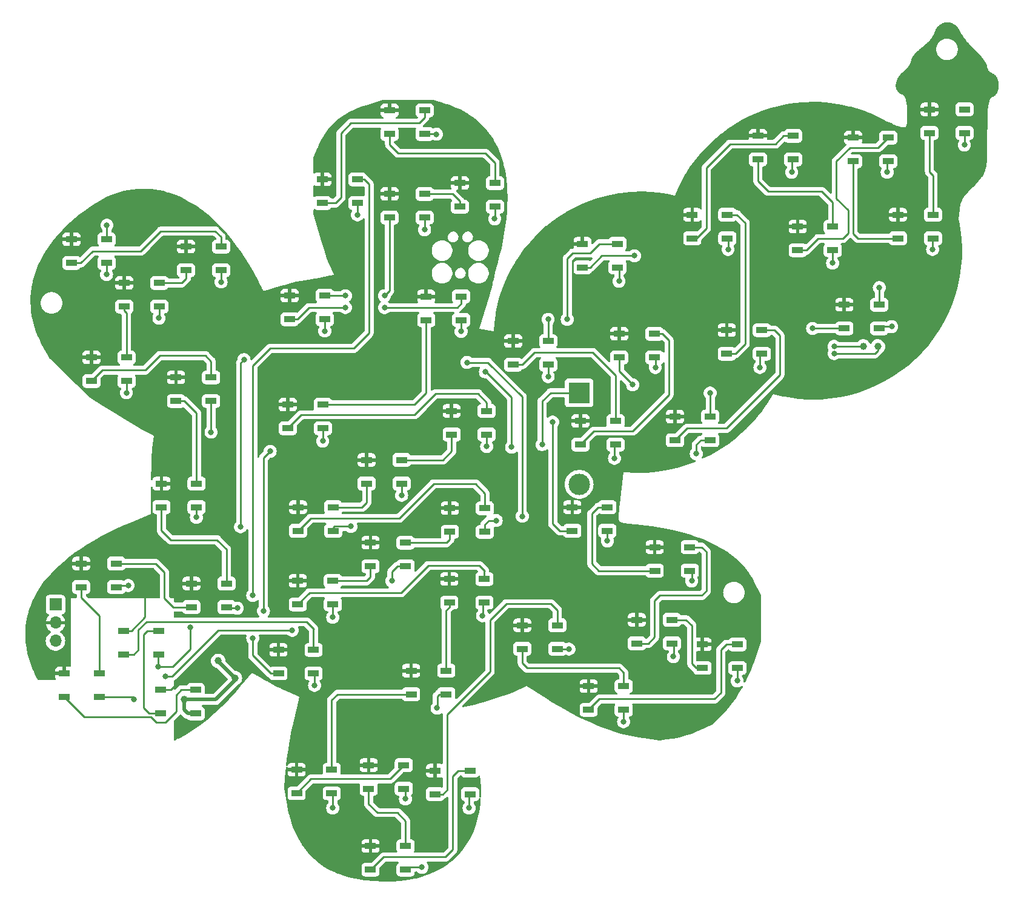
<source format=gbr>
%TF.GenerationSoftware,KiCad,Pcbnew,7.0.9*%
%TF.CreationDate,2024-01-30T18:45:19-06:00*%
%TF.ProjectId,bsidesPR,62736964-6573-4505-922e-6b696361645f,rev?*%
%TF.SameCoordinates,Original*%
%TF.FileFunction,Copper,L1,Top*%
%TF.FilePolarity,Positive*%
%FSLAX46Y46*%
G04 Gerber Fmt 4.6, Leading zero omitted, Abs format (unit mm)*
G04 Created by KiCad (PCBNEW 7.0.9) date 2024-01-30 18:45:19*
%MOMM*%
%LPD*%
G01*
G04 APERTURE LIST*
%TA.AperFunction,ComponentPad*%
%ADD10C,3.000000*%
%TD*%
%TA.AperFunction,ComponentPad*%
%ADD11R,3.000000X3.000000*%
%TD*%
%TA.AperFunction,ComponentPad*%
%ADD12O,1.700000X1.700000*%
%TD*%
%TA.AperFunction,ComponentPad*%
%ADD13R,1.700000X1.700000*%
%TD*%
%TA.AperFunction,SMDPad,CuDef*%
%ADD14R,1.500000X0.900000*%
%TD*%
%TA.AperFunction,SMDPad,CuDef*%
%ADD15C,1.000000*%
%TD*%
%TA.AperFunction,ViaPad*%
%ADD16C,1.000000*%
%TD*%
%TA.AperFunction,ViaPad*%
%ADD17C,0.800000*%
%TD*%
%TA.AperFunction,Conductor*%
%ADD18C,0.500000*%
%TD*%
%TA.AperFunction,Conductor*%
%ADD19C,0.250000*%
%TD*%
G04 APERTURE END LIST*
D10*
%TO.P,BT1,2,-*%
%TO.N,GND*%
X156113000Y-99160000D03*
D11*
%TO.P,BT1,1,+*%
%TO.N,Net-(BT1-+)*%
X156113000Y-86360000D03*
%TD*%
D12*
%TO.P,J3,3,Pin_3*%
%TO.N,GND*%
X82947172Y-121056901D03*
%TO.P,J3,2,Pin_2*%
%TO.N,VLED*%
X82947172Y-118516901D03*
D13*
%TO.P,J3,1,Pin_1*%
%TO.N,+5V*%
X82947172Y-115976901D03*
%TD*%
D14*
%TO.P,D50,1,VDD*%
%TO.N,VLED*%
X205068000Y-46737000D03*
%TO.P,D50,2,DOUT*%
%TO.N,Net-(D49-DIN)*%
X205068000Y-50037000D03*
%TO.P,D50,3,VSS*%
%TO.N,GND*%
X209968000Y-50037000D03*
%TO.P,D50,4,DIN*%
%TO.N,unconnected-(D50-DIN-Pad4)*%
X209968000Y-46737000D03*
%TD*%
%TO.P,D49,1,VDD*%
%TO.N,VLED*%
X200660000Y-61468000D03*
%TO.P,D49,2,DOUT*%
%TO.N,Net-(D48-DOUT)*%
X200660000Y-64768000D03*
%TO.P,D49,3,VSS*%
%TO.N,GND*%
X205560000Y-64768000D03*
%TO.P,D49,4,DIN*%
%TO.N,Net-(D49-DIN)*%
X205560000Y-61468000D03*
%TD*%
%TO.P,D45,1,VDD*%
%TO.N,VLED*%
X171921000Y-61469000D03*
%TO.P,D45,2,DOUT*%
%TO.N,Net-(D45-DOUT)*%
X171921000Y-64769000D03*
%TO.P,D45,3,VSS*%
%TO.N,GND*%
X176821000Y-64769000D03*
%TO.P,D45,4,DIN*%
%TO.N,Net-(D44-DOUT)*%
X176821000Y-61469000D03*
%TD*%
%TO.P,D39,1,VDD*%
%TO.N,VLED*%
X193167000Y-74043000D03*
%TO.P,D39,2,DOUT*%
%TO.N,Net-(D39-DOUT)*%
X193167000Y-77343000D03*
%TO.P,D39,3,VSS*%
%TO.N,GND*%
X198067000Y-77343000D03*
%TO.P,D39,4,DIN*%
%TO.N,Net-(D38-DOUT)*%
X198067000Y-74043000D03*
%TD*%
%TO.P,D3,1,VDD*%
%TO.N,VLED*%
X92546000Y-70994000D03*
%TO.P,D3,2,DOUT*%
%TO.N,Net-(D3-DOUT)*%
X92546000Y-74294000D03*
%TO.P,D3,3,VSS*%
%TO.N,GND*%
X97446000Y-74294000D03*
%TO.P,D3,4,DIN*%
%TO.N,Net-(D2-DOUT)*%
X97446000Y-70994000D03*
%TD*%
%TO.P,D20,1,VDD*%
%TO.N,VLED*%
X138303000Y-88901000D03*
%TO.P,D20,2,DOUT*%
%TO.N,Net-(D20-DOUT)*%
X138303000Y-92201000D03*
%TO.P,D20,3,VSS*%
%TO.N,GND*%
X143203000Y-92201000D03*
%TO.P,D20,4,DIN*%
%TO.N,Net-(D19-DOUT)*%
X143203000Y-88901000D03*
%TD*%
%TO.P,D22,1,VDD*%
%TO.N,VLED*%
X116840000Y-102364000D03*
%TO.P,D22,2,DOUT*%
%TO.N,Net-(D22-DOUT)*%
X116840000Y-105664000D03*
%TO.P,D22,3,VSS*%
%TO.N,GND*%
X121740000Y-105664000D03*
%TO.P,D22,4,DIN*%
%TO.N,Net-(D21-DOUT)*%
X121740000Y-102364000D03*
%TD*%
%TO.P,D36,1,VDD*%
%TO.N,VLED*%
X166677000Y-107950000D03*
%TO.P,D36,2,DOUT*%
%TO.N,Net-(D36-DOUT)*%
X166677000Y-111250000D03*
%TO.P,D36,3,VSS*%
%TO.N,GND*%
X171577000Y-111250000D03*
%TO.P,D36,4,DIN*%
%TO.N,Net-(D35-DOUT)*%
X171577000Y-107950000D03*
%TD*%
%TO.P,D24,1,VDD*%
%TO.N,VLED*%
X126963000Y-107316000D03*
%TO.P,D24,2,DOUT*%
%TO.N,Net-(D24-DOUT)*%
X126963000Y-110616000D03*
%TO.P,D24,3,VSS*%
%TO.N,GND*%
X131863000Y-110616000D03*
%TO.P,D24,4,DIN*%
%TO.N,Net-(D23-DOUT)*%
X131863000Y-107316000D03*
%TD*%
%TO.P,D34,1,VDD*%
%TO.N,VLED*%
X173355000Y-121539000D03*
%TO.P,D34,2,DOUT*%
%TO.N,Net-(D34-DOUT)*%
X173355000Y-124839000D03*
%TO.P,D34,3,VSS*%
%TO.N,GND*%
X178255000Y-124839000D03*
%TO.P,D34,4,DIN*%
%TO.N,Net-(D33-DOUT)*%
X178255000Y-121539000D03*
%TD*%
%TO.P,D15,4,DIN*%
%TO.N,Net-(D14-DOUT)*%
X144346000Y-57024000D03*
%TO.P,D15,3,VSS*%
%TO.N,GND*%
X144346000Y-60324000D03*
%TO.P,D15,2,DOUT*%
%TO.N,Net-(D15-DOUT)*%
X139446000Y-60324000D03*
%TO.P,D15,1,VDD*%
%TO.N,VLED*%
X139446000Y-57024000D03*
%TD*%
%TO.P,D6,1,VDD*%
%TO.N,VLED*%
X97753000Y-99061000D03*
%TO.P,D6,2,DOUT*%
%TO.N,Net-(D6-DOUT)*%
X97753000Y-102361000D03*
%TO.P,D6,3,VSS*%
%TO.N,GND*%
X102653000Y-102361000D03*
%TO.P,D6,4,DIN*%
%TO.N,Net-(D5-DOUT)*%
X102653000Y-99061000D03*
%TD*%
%TO.P,D7,1,VDD*%
%TO.N,VLED*%
X101944000Y-113031000D03*
%TO.P,D7,2,DOUT*%
%TO.N,Net-(D7-DOUT)*%
X101944000Y-116331000D03*
%TO.P,D7,3,VSS*%
%TO.N,GND*%
X106844000Y-116331000D03*
%TO.P,D7,4,DIN*%
%TO.N,Net-(D6-DOUT)*%
X106844000Y-113031000D03*
%TD*%
%TO.P,D37,4,DIN*%
%TO.N,Net-(D36-DOUT)*%
X160057000Y-102363000D03*
%TO.P,D37,3,VSS*%
%TO.N,GND*%
X160057000Y-105663000D03*
%TO.P,D37,2,DOUT*%
%TO.N,Net-(D37-DOUT)*%
X155157000Y-105663000D03*
%TO.P,D37,1,VDD*%
%TO.N,VLED*%
X155157000Y-102363000D03*
%TD*%
%TO.P,D41,4,DIN*%
%TO.N,Net-(D40-DOUT)*%
X161200000Y-90298000D03*
%TO.P,D41,3,VSS*%
%TO.N,GND*%
X161200000Y-93598000D03*
%TO.P,D41,2,DOUT*%
%TO.N,Net-(D41-DOUT)*%
X156300000Y-93598000D03*
%TO.P,D41,1,VDD*%
%TO.N,VLED*%
X156300000Y-90298000D03*
%TD*%
%TO.P,D1,1,VDD*%
%TO.N,VLED*%
X85180000Y-64898000D03*
%TO.P,D1,2,DOUT*%
%TO.N,Net-(D1-DOUT)*%
X85180000Y-68198000D03*
%TO.P,D1,3,VSS*%
%TO.N,GND*%
X90080000Y-68198000D03*
%TO.P,D1,4,DIN*%
%TO.N,Net-(D1-DIN)*%
X90080000Y-64898000D03*
%TD*%
%TO.P,D48,1,VDD*%
%TO.N,VLED*%
X194400000Y-50674000D03*
%TO.P,D48,2,DOUT*%
%TO.N,Net-(D48-DOUT)*%
X194400000Y-53974000D03*
%TO.P,D48,3,VSS*%
%TO.N,GND*%
X199300000Y-53974000D03*
%TO.P,D48,4,DIN*%
%TO.N,Net-(D47-DOUT)*%
X199300000Y-50674000D03*
%TD*%
%TO.P,D42,1,VDD*%
%TO.N,VLED*%
X161726372Y-78106501D03*
%TO.P,D42,2,DOUT*%
%TO.N,Net-(D42-DOUT)*%
X161726372Y-81406501D03*
%TO.P,D42,3,VSS*%
%TO.N,GND*%
X166626372Y-81406501D03*
%TO.P,D42,4,DIN*%
%TO.N,Net-(D41-DOUT)*%
X166626372Y-78106501D03*
%TD*%
%TO.P,D19,1,VDD*%
%TO.N,VLED*%
X115406000Y-88012000D03*
%TO.P,D19,2,DOUT*%
%TO.N,Net-(D19-DOUT)*%
X115406000Y-91312000D03*
%TO.P,D19,3,VSS*%
%TO.N,GND*%
X120306000Y-91312000D03*
%TO.P,D19,4,DIN*%
%TO.N,Net-(D18-DOUT)*%
X120306000Y-88012000D03*
%TD*%
%TO.P,D18,1,VDD*%
%TO.N,VLED*%
X134747000Y-72898000D03*
%TO.P,D18,2,DOUT*%
%TO.N,Net-(D18-DOUT)*%
X134747000Y-76198000D03*
%TO.P,D18,3,VSS*%
%TO.N,GND*%
X139647000Y-76198000D03*
%TO.P,D18,4,DIN*%
%TO.N,Net-(D17-DOUT)*%
X139647000Y-72898000D03*
%TD*%
%TO.P,D38,4,DIN*%
%TO.N,Net-(D37-DOUT)*%
X161491000Y-65532000D03*
%TO.P,D38,3,VSS*%
%TO.N,GND*%
X161491000Y-68832000D03*
%TO.P,D38,2,DOUT*%
%TO.N,Net-(D38-DOUT)*%
X156591000Y-68832000D03*
%TO.P,D38,1,VDD*%
%TO.N,VLED*%
X156591000Y-65532000D03*
%TD*%
%TO.P,D17,1,VDD*%
%TO.N,VLED*%
X115660000Y-72772000D03*
%TO.P,D17,2,DOUT*%
%TO.N,Net-(D17-DOUT)*%
X115660000Y-76072000D03*
%TO.P,D17,3,VSS*%
%TO.N,GND*%
X120560000Y-76072000D03*
%TO.P,D17,4,DIN*%
%TO.N,Net-(D16-DOUT)*%
X120560000Y-72772000D03*
%TD*%
%TO.P,D35,1,VDD*%
%TO.N,VLED*%
X164174000Y-118111000D03*
%TO.P,D35,2,DOUT*%
%TO.N,Net-(D35-DOUT)*%
X164174000Y-121411000D03*
%TO.P,D35,3,VSS*%
%TO.N,GND*%
X169074000Y-121411000D03*
%TO.P,D35,4,DIN*%
%TO.N,Net-(D34-DOUT)*%
X169074000Y-118111000D03*
%TD*%
%TO.P,D47,1,VDD*%
%TO.N,VLED*%
X186653000Y-63120000D03*
%TO.P,D47,2,DOUT*%
%TO.N,Net-(D47-DOUT)*%
X186653000Y-66420000D03*
%TO.P,D47,3,VSS*%
%TO.N,GND*%
X191553000Y-66420000D03*
%TO.P,D47,4,DIN*%
%TO.N,Net-(D46-DOUT)*%
X191553000Y-63120000D03*
%TD*%
%TO.P,D21,1,VDD*%
%TO.N,VLED*%
X126418000Y-95758000D03*
%TO.P,D21,2,DOUT*%
%TO.N,Net-(D21-DOUT)*%
X126418000Y-99058000D03*
%TO.P,D21,3,VSS*%
%TO.N,GND*%
X131318000Y-99058000D03*
%TO.P,D21,4,DIN*%
%TO.N,Net-(D20-DOUT)*%
X131318000Y-95758000D03*
%TD*%
%TO.P,D43,1,VDD*%
%TO.N,VLED*%
X169524172Y-89688901D03*
%TO.P,D43,2,DOUT*%
%TO.N,Net-(D43-DOUT)*%
X169524172Y-92988901D03*
%TO.P,D43,3,VSS*%
%TO.N,GND*%
X174424172Y-92988901D03*
%TO.P,D43,4,DIN*%
%TO.N,Net-(D42-DOUT)*%
X174424172Y-89688901D03*
%TD*%
%TO.P,D8,1,VDD*%
%TO.N,VLED*%
X86540000Y-110236000D03*
%TO.P,D8,2,DOUT*%
%TO.N,Net-(D8-DOUT)*%
X86540000Y-113536000D03*
%TO.P,D8,3,VSS*%
%TO.N,GND*%
X91440000Y-113536000D03*
%TO.P,D8,4,DIN*%
%TO.N,Net-(D7-DOUT)*%
X91440000Y-110236000D03*
%TD*%
%TO.P,D11,1,VDD*%
%TO.N,VLED*%
X92456000Y-119635000D03*
%TO.P,D11,2,DOUT*%
%TO.N,Net-(D11-DOUT)*%
X92456000Y-122935000D03*
%TO.P,D11,3,VSS*%
%TO.N,GND*%
X97356000Y-122935000D03*
%TO.P,D11,4,DIN*%
%TO.N,Net-(D10-DOUT)*%
X97356000Y-119635000D03*
%TD*%
%TO.P,D10,1,VDD*%
%TO.N,VLED*%
X97626000Y-127890000D03*
%TO.P,D10,2,DOUT*%
%TO.N,Net-(D10-DOUT)*%
X97626000Y-131190000D03*
%TO.P,D10,3,VSS*%
%TO.N,GND*%
X102526000Y-131190000D03*
%TO.P,D10,4,DIN*%
%TO.N,Net-(D10-DIN)*%
X102526000Y-127890000D03*
%TD*%
%TO.P,D31,1,VDD*%
%TO.N,VLED*%
X135980000Y-139193000D03*
%TO.P,D31,2,DOUT*%
%TO.N,Net-(D31-DOUT)*%
X135980000Y-142493000D03*
%TO.P,D31,3,VSS*%
%TO.N,GND*%
X140880000Y-142493000D03*
%TO.P,D31,4,DIN*%
%TO.N,Net-(D30-DOUT)*%
X140880000Y-139193000D03*
%TD*%
%TO.P,D16,4,DIN*%
%TO.N,Net-(D15-DOUT)*%
X134530000Y-58548000D03*
%TO.P,D16,3,VSS*%
%TO.N,GND*%
X134530000Y-61848000D03*
%TO.P,D16,2,DOUT*%
%TO.N,Net-(D16-DOUT)*%
X129630000Y-61848000D03*
%TO.P,D16,1,VDD*%
%TO.N,VLED*%
X129630000Y-58548000D03*
%TD*%
%TO.P,D40,1,VDD*%
%TO.N,VLED*%
X146902000Y-79122000D03*
%TO.P,D40,2,DOUT*%
%TO.N,Net-(D40-DOUT)*%
X146902000Y-82422000D03*
%TO.P,D40,3,VSS*%
%TO.N,GND*%
X151802000Y-82422000D03*
%TO.P,D40,4,DIN*%
%TO.N,Net-(D39-DOUT)*%
X151802000Y-79122000D03*
%TD*%
%TO.P,D14,1,VDD*%
%TO.N,VLED*%
X129630000Y-46864000D03*
%TO.P,D14,2,DOUT*%
%TO.N,Net-(D14-DOUT)*%
X129630000Y-50164000D03*
%TO.P,D14,3,VSS*%
%TO.N,GND*%
X134530000Y-50164000D03*
%TO.P,D14,4,DIN*%
%TO.N,Net-(D13-DOUT)*%
X134530000Y-46864000D03*
%TD*%
%TO.P,D23,1,VDD*%
%TO.N,VLED*%
X138049000Y-102491000D03*
%TO.P,D23,2,DOUT*%
%TO.N,Net-(D23-DOUT)*%
X138049000Y-105791000D03*
%TO.P,D23,3,VSS*%
%TO.N,GND*%
X142949000Y-105791000D03*
%TO.P,D23,4,DIN*%
%TO.N,Net-(D22-DOUT)*%
X142949000Y-102491000D03*
%TD*%
%TO.P,D32,1,VDD*%
%TO.N,VLED*%
X148172000Y-118873000D03*
%TO.P,D32,2,DOUT*%
%TO.N,Net-(D32-DOUT)*%
X148172000Y-122173000D03*
%TO.P,D32,3,VSS*%
%TO.N,GND*%
X153072000Y-122173000D03*
%TO.P,D32,4,DIN*%
%TO.N,Net-(D31-DOUT)*%
X153072000Y-118873000D03*
%TD*%
%TO.P,D13,1,VDD*%
%TO.N,VLED*%
X120232000Y-56516000D03*
%TO.P,D13,2,DOUT*%
%TO.N,Net-(D13-DOUT)*%
X120232000Y-59816000D03*
%TO.P,D13,3,VSS*%
%TO.N,GND*%
X125132000Y-59816000D03*
%TO.P,D13,4,DIN*%
%TO.N,Net-(D12-DOUT)*%
X125132000Y-56516000D03*
%TD*%
%TO.P,D12,4,DIN*%
%TO.N,Net-(D11-DOUT)*%
X118999000Y-122301000D03*
%TO.P,D12,3,VSS*%
%TO.N,GND*%
X118999000Y-125601000D03*
%TO.P,D12,2,DOUT*%
%TO.N,Net-(D12-DOUT)*%
X114099000Y-125601000D03*
%TO.P,D12,1,VDD*%
%TO.N,VLED*%
X114099000Y-122301000D03*
%TD*%
%TO.P,D25,1,VDD*%
%TO.N,VLED*%
X116803000Y-112650000D03*
%TO.P,D25,2,DOUT*%
%TO.N,Net-(D25-DOUT)*%
X116803000Y-115950000D03*
%TO.P,D25,3,VSS*%
%TO.N,GND*%
X121703000Y-115950000D03*
%TO.P,D25,4,DIN*%
%TO.N,Net-(D24-DOUT)*%
X121703000Y-112650000D03*
%TD*%
%TO.P,D2,1,VDD*%
%TO.N,VLED*%
X101182000Y-65914000D03*
%TO.P,D2,2,DOUT*%
%TO.N,Net-(D2-DOUT)*%
X101182000Y-69214000D03*
%TO.P,D2,3,VSS*%
%TO.N,GND*%
X106082000Y-69214000D03*
%TO.P,D2,4,DIN*%
%TO.N,Net-(D1-DOUT)*%
X106082000Y-65914000D03*
%TD*%
%TO.P,D9,4,DIN*%
%TO.N,Net-(D8-DOUT)*%
X89064000Y-125604000D03*
%TO.P,D9,3,VSS*%
%TO.N,GND*%
X89064000Y-128904000D03*
%TO.P,D9,2,DOUT*%
%TO.N,Net-(D10-DIN)*%
X84164000Y-128904000D03*
%TO.P,D9,1,VDD*%
%TO.N,VLED*%
X84164000Y-125604000D03*
%TD*%
%TO.P,D44,1,VDD*%
%TO.N,VLED*%
X176747000Y-77598000D03*
%TO.P,D44,2,DOUT*%
%TO.N,Net-(D44-DOUT)*%
X176747000Y-80898000D03*
%TO.P,D44,3,VSS*%
%TO.N,GND*%
X181647000Y-80898000D03*
%TO.P,D44,4,DIN*%
%TO.N,Net-(D43-DOUT)*%
X181647000Y-77598000D03*
%TD*%
%TO.P,D33,1,VDD*%
%TO.N,VLED*%
X157443000Y-127382000D03*
%TO.P,D33,2,DOUT*%
%TO.N,Net-(D33-DOUT)*%
X157443000Y-130682000D03*
%TO.P,D33,3,VSS*%
%TO.N,GND*%
X162343000Y-130682000D03*
%TO.P,D33,4,DIN*%
%TO.N,Net-(D32-DOUT)*%
X162343000Y-127382000D03*
%TD*%
%TO.P,D4,1,VDD*%
%TO.N,VLED*%
X87974000Y-81408000D03*
%TO.P,D4,2,DOUT*%
%TO.N,Net-(D4-DOUT)*%
X87974000Y-84708000D03*
%TO.P,D4,3,VSS*%
%TO.N,GND*%
X92874000Y-84708000D03*
%TO.P,D4,4,DIN*%
%TO.N,Net-(D3-DOUT)*%
X92874000Y-81408000D03*
%TD*%
%TO.P,D5,4,DIN*%
%TO.N,Net-(D4-DOUT)*%
X104685000Y-84202000D03*
%TO.P,D5,3,VSS*%
%TO.N,GND*%
X104685000Y-87502000D03*
%TO.P,D5,2,DOUT*%
%TO.N,Net-(D5-DOUT)*%
X99785000Y-87502000D03*
%TO.P,D5,1,VDD*%
%TO.N,VLED*%
X99785000Y-84202000D03*
%TD*%
D15*
%TO.P,REF\u002A\u002A,1*%
%TO.N,CEREAL_RX*%
X195834000Y-79883000D03*
%TD*%
%TO.P,REF\u002A\u002A,1*%
%TO.N,CEREAL_TX*%
X197859000Y-79883000D03*
%TD*%
%TO.P,,1*%
%TO.N,CEREAL_TX*%
X197859000Y-79883000D03*
%TD*%
D14*
%TO.P,D46,1,VDD*%
%TO.N,VLED*%
X181102000Y-50420000D03*
%TO.P,D46,2,DOUT*%
%TO.N,Net-(D46-DOUT)*%
X181102000Y-53720000D03*
%TO.P,D46,3,VSS*%
%TO.N,GND*%
X186002000Y-53720000D03*
%TO.P,D46,4,DIN*%
%TO.N,Net-(D45-DOUT)*%
X186002000Y-50420000D03*
%TD*%
%TO.P,D29,1,VDD*%
%TO.N,VLED*%
X126709000Y-138431000D03*
%TO.P,D29,2,DOUT*%
%TO.N,Net-(D29-DOUT)*%
X126709000Y-141731000D03*
%TO.P,D29,3,VSS*%
%TO.N,GND*%
X131609000Y-141731000D03*
%TO.P,D29,4,DIN*%
%TO.N,Net-(D28-DOUT)*%
X131609000Y-138431000D03*
%TD*%
%TO.P,D28,4,DIN*%
%TO.N,Net-(D27-DOUT)*%
X121539000Y-139065000D03*
%TO.P,D28,3,VSS*%
%TO.N,GND*%
X121539000Y-142365000D03*
%TO.P,D28,2,DOUT*%
%TO.N,Net-(D28-DOUT)*%
X116639000Y-142365000D03*
%TO.P,D28,1,VDD*%
%TO.N,VLED*%
X116639000Y-139065000D03*
%TD*%
%TO.P,D30,1,VDD*%
%TO.N,VLED*%
X126963000Y-149734000D03*
%TO.P,D30,2,DOUT*%
%TO.N,Net-(D30-DOUT)*%
X126963000Y-153034000D03*
%TO.P,D30,3,VSS*%
%TO.N,GND*%
X131863000Y-153034000D03*
%TO.P,D30,4,DIN*%
%TO.N,Net-(D29-DOUT)*%
X131863000Y-149734000D03*
%TD*%
%TO.P,D27,1,VDD*%
%TO.N,VLED*%
X132641000Y-125222000D03*
%TO.P,D27,2,DOUT*%
%TO.N,Net-(D27-DOUT)*%
X132641000Y-128522000D03*
%TO.P,D27,3,VSS*%
%TO.N,GND*%
X137541000Y-128522000D03*
%TO.P,D27,4,DIN*%
%TO.N,Net-(D26-DOUT)*%
X137541000Y-125222000D03*
%TD*%
%TO.P,D26,1,VDD*%
%TO.N,VLED*%
X137975000Y-112395000D03*
%TO.P,D26,2,DOUT*%
%TO.N,Net-(D26-DOUT)*%
X137975000Y-115695000D03*
%TO.P,D26,3,VSS*%
%TO.N,GND*%
X142875000Y-115695000D03*
%TO.P,D26,4,DIN*%
%TO.N,Net-(D25-DOUT)*%
X142875000Y-112395000D03*
%TD*%
D16*
%TO.N,GND*%
X105680172Y-123850901D03*
X108004272Y-126251201D03*
D17*
%TO.N,Net-(J2-SWDIO)*%
X140452772Y-82118701D03*
%TO.N,Net-(J2-SWCLK)*%
X143018172Y-83439501D03*
%TO.N,Net-(J2-SWDIO)*%
X148174372Y-103632501D03*
%TO.N,Net-(J2-SWCLK)*%
X146675772Y-93955101D03*
%TO.N,+3V3*%
X109286972Y-81712301D03*
X108804372Y-105105701D03*
%TO.N,Net-(BT1-+)*%
X150942972Y-93599501D03*
X116017972Y-119558301D03*
X98339572Y-126009901D03*
%TO.N,GND*%
X101768572Y-119126501D03*
%TO.N,VLED*%
X95469372Y-114427501D03*
X104410172Y-122530101D03*
%TO.N,RPi_WAKE*%
X112944572Y-94539301D03*
X112004772Y-116865901D03*
%TO.N,CEREAL_TX*%
X191764662Y-80882088D03*
%TO.N,CEREAL_RX*%
X191735873Y-79883000D03*
%TO.N,GND*%
X144516772Y-104216701D03*
X131313344Y-100706929D03*
X143200544Y-93874329D03*
X151785744Y-84095329D03*
X136181000Y-50211729D03*
X125141144Y-61489329D03*
X144318144Y-62022729D03*
X134513744Y-63546729D03*
X139619144Y-77770729D03*
X120569144Y-77719929D03*
%TO.N,Net-(D1-DIN)*%
X90135372Y-62941701D03*
%TO.N,GND*%
X90084572Y-69825101D03*
X106086572Y-70866501D03*
X97399772Y-75921101D03*
X92853172Y-86360501D03*
X104685000Y-91867729D03*
X120285172Y-93116901D03*
X102632172Y-103784901D03*
X93107172Y-113309901D03*
X97298172Y-124646421D03*
X93919972Y-129235701D03*
D16*
X100927500Y-129261101D03*
D17*
X108347172Y-116484901D03*
X124222172Y-105054901D03*
X129937172Y-112674901D03*
X121682172Y-117754901D03*
X119142172Y-127279901D03*
X121682172Y-144424901D03*
X134155073Y-152700729D03*
X131842172Y-143154901D03*
X140732172Y-144424901D03*
X136266344Y-130454901D03*
X142616344Y-117527802D03*
X154702172Y-122199901D03*
X162322172Y-132359901D03*
X178197172Y-126644901D03*
X169286344Y-123242802D03*
X171847172Y-112674901D03*
X160061572Y-107067574D03*
X161052172Y-95529901D03*
X172482172Y-94894901D03*
X166767172Y-82829901D03*
X161687172Y-70764901D03*
X181372172Y-82829901D03*
X176927172Y-66319901D03*
X185817172Y-55524901D03*
X191532172Y-68224901D03*
X199787172Y-77114901D03*
X205502172Y-66319901D03*
X199152172Y-55524901D03*
X209947172Y-51714901D03*
%TO.N,Net-(D42-DOUT)*%
X174424172Y-86385901D03*
X163592172Y-85242901D03*
%TO.N,Net-(D39-DOUT)*%
X188738172Y-77368901D03*
X151781172Y-76098901D03*
%TO.N,Net-(D37-DOUT)*%
X154448172Y-76098901D03*
X152416172Y-90449901D03*
%TO.N,Net-(D38-DOUT)*%
X198067000Y-71653901D03*
X163846172Y-67208901D03*
%TO.N,Net-(D17-DOUT)*%
X123460172Y-74447901D03*
X128921172Y-74447901D03*
%TO.N,Net-(D16-DOUT)*%
X123460172Y-72796901D03*
X128921172Y-72796901D03*
%TO.N,Net-(D12-DOUT)*%
X110506172Y-114706901D03*
X110506172Y-120650501D03*
%TD*%
D18*
%TO.N,GND*%
X108004272Y-126251201D02*
X108004272Y-126556001D01*
X105299172Y-129261101D02*
X100927500Y-129261101D01*
X105680172Y-123927101D02*
X105680172Y-123901701D01*
X108004272Y-126251201D02*
X105680172Y-123927101D01*
X108004272Y-126556001D02*
X105299172Y-129261101D01*
X101436871Y-131190000D02*
X102526000Y-131190000D01*
X100927500Y-130680629D02*
X101436871Y-131190000D01*
X100927500Y-129261101D02*
X100927500Y-130680629D01*
D19*
%TO.N,Net-(D44-DOUT)*%
X178172271Y-61469000D02*
X176821000Y-61469000D01*
X179314772Y-62611501D02*
X178172271Y-61469000D01*
X179314772Y-79527901D02*
X179314772Y-62611501D01*
X177944673Y-80898000D02*
X179314772Y-79527901D01*
X176747000Y-80898000D02*
X177944673Y-80898000D01*
%TO.N,Net-(D10-DIN)*%
X100548873Y-127890000D02*
X102526000Y-127890000D01*
X99838172Y-130962901D02*
X99838172Y-128600701D01*
X97047000Y-132461000D02*
X98340073Y-132461000D01*
X96260101Y-131674101D02*
X97047000Y-132461000D01*
X98340073Y-132461000D02*
X99838172Y-130962901D01*
X99838172Y-128600701D02*
X100548873Y-127890000D01*
X86934101Y-131674101D02*
X96260101Y-131674101D01*
X84164000Y-128904000D02*
X86934101Y-131674101D01*
%TO.N,GND*%
X97272772Y-124418845D02*
X97573000Y-124719073D01*
X97272772Y-123018228D02*
X97272772Y-124418845D01*
X97356000Y-122935000D02*
X97272772Y-123018228D01*
X99296652Y-124646421D02*
X101768572Y-122174501D01*
X97298172Y-124646421D02*
X99296652Y-124646421D01*
X101768572Y-122174501D02*
X101768572Y-119126501D01*
X89090901Y-128930901D02*
X89064000Y-128904000D01*
X93615172Y-128930901D02*
X89090901Y-128930901D01*
X93919972Y-129235701D02*
X93615172Y-128930901D01*
%TO.N,Net-(J2-SWDIO)*%
X148174372Y-86919301D02*
X148174372Y-103632501D01*
X140452772Y-82118701D02*
X143373772Y-82118701D01*
X143373772Y-82118701D02*
X148174372Y-86919301D01*
%TO.N,Net-(J2-SWCLK)*%
X146675772Y-87020901D02*
X146675772Y-93955101D01*
X143018172Y-83439501D02*
X143094372Y-83439501D01*
X143094372Y-83439501D02*
X146675772Y-87020901D01*
%TO.N,+3V3*%
X108804372Y-82194901D02*
X108804372Y-105105701D01*
X109286972Y-81712301D02*
X108804372Y-82194901D01*
%TO.N,Net-(BT1-+)*%
X152111873Y-86360000D02*
X156113000Y-86360000D01*
X150942972Y-87528901D02*
X152111873Y-86360000D01*
X150942972Y-93599501D02*
X150942972Y-87528901D01*
%TO.N,Net-(D40-DOUT)*%
X149901572Y-80721701D02*
X158029572Y-80721701D01*
X148201273Y-82422000D02*
X149901572Y-80721701D01*
X158029572Y-80721701D02*
X161200000Y-83892129D01*
X146902000Y-82422000D02*
X148201273Y-82422000D01*
X161200000Y-83892129D02*
X161200000Y-90298000D01*
%TO.N,Net-(BT1-+)*%
X105705572Y-119558301D02*
X116017972Y-119558301D01*
X99253972Y-126009901D02*
X105705572Y-119558301D01*
X98339572Y-126009901D02*
X99253972Y-126009901D01*
X116017972Y-119558301D02*
X115967172Y-119558301D01*
%TO.N,Net-(D12-DOUT)*%
X113018271Y-125601000D02*
X114099000Y-125601000D01*
X110506172Y-120650501D02*
X110506172Y-123088901D01*
X110506172Y-123088901D02*
X113018271Y-125601000D01*
%TO.N,VLED*%
X99050273Y-127890000D02*
X97626000Y-127890000D01*
X104410172Y-122530101D02*
X99050273Y-127890000D01*
%TO.N,GND*%
X143500772Y-104216701D02*
X144516772Y-104216701D01*
%TO.N,VLED*%
X93538473Y-119635000D02*
X92456000Y-119635000D01*
X95469372Y-117704101D02*
X93538473Y-119635000D01*
X95469372Y-114427501D02*
X95469372Y-117704101D01*
X95469372Y-114427501D02*
X95469372Y-114325901D01*
%TO.N,RPi_WAKE*%
X112944572Y-94539301D02*
X112004772Y-95479101D01*
X112004772Y-95479101D02*
X112004772Y-116865901D01*
%TO.N,CEREAL_TX*%
X197859000Y-80465473D02*
X197859000Y-79883000D01*
X197424972Y-80899501D02*
X197859000Y-80465473D01*
X191782075Y-80899501D02*
X197424972Y-80899501D01*
X191764662Y-80882088D02*
X191782075Y-80899501D01*
%TO.N,CEREAL_RX*%
X191735873Y-79883000D02*
X195834000Y-79883000D01*
%TO.N,GND*%
X160061572Y-105667572D02*
X160061572Y-107067574D01*
X160057000Y-105663000D02*
X160061572Y-105667572D01*
X142949000Y-104768473D02*
X143500772Y-104216701D01*
X142949000Y-105791000D02*
X142949000Y-104768473D01*
X131334172Y-99029028D02*
X131334172Y-100686101D01*
X143221372Y-92196428D02*
X143221372Y-93853501D01*
X151806572Y-82417428D02*
X151806572Y-84074501D01*
X134503099Y-50190901D02*
X136160172Y-50190901D01*
X125161972Y-59811428D02*
X125161972Y-61468501D01*
X144338972Y-60344828D02*
X144338972Y-62001901D01*
X134534572Y-61868828D02*
X134534572Y-63525901D01*
X139639972Y-76092828D02*
X139639972Y-77749901D01*
X120589972Y-76042028D02*
X120589972Y-77699101D01*
%TO.N,Net-(D1-DIN)*%
X90135372Y-64842628D02*
X90080000Y-64898000D01*
X90135372Y-62941701D02*
X90135372Y-64842628D01*
%TO.N,GND*%
X90105400Y-68147200D02*
X90105400Y-69804273D01*
X106107400Y-69188600D02*
X106107400Y-70845673D01*
X97420600Y-74243200D02*
X97420600Y-75900273D01*
X92874000Y-84682600D02*
X92874000Y-86339673D01*
X120310572Y-91434428D02*
X120310572Y-93091501D01*
X120310572Y-93091501D02*
X120285172Y-93116901D01*
X104685000Y-91867729D02*
X104685000Y-87502000D01*
X102653000Y-102107000D02*
X102653000Y-103764073D01*
X91686927Y-113289073D02*
X93086344Y-113289073D01*
X91440000Y-113536000D02*
X91686927Y-113289073D01*
X106669271Y-116464073D02*
X108326344Y-116464073D01*
X121888443Y-105054901D02*
X124222172Y-105054901D01*
X121740000Y-105203344D02*
X121888443Y-105054901D01*
X121740000Y-105664000D02*
X121740000Y-105203344D01*
X129958000Y-111384073D02*
X129958000Y-112654073D01*
X130726073Y-110616000D02*
X129958000Y-111384073D01*
X131863000Y-110616000D02*
X130726073Y-110616000D01*
X121703000Y-116077000D02*
X121703000Y-117734073D01*
X119163000Y-125602000D02*
X119163000Y-127259073D01*
X121703000Y-142529000D02*
X121703000Y-144404073D01*
X121539000Y-142365000D02*
X121703000Y-142529000D01*
X132217099Y-152679901D02*
X134134245Y-152679901D01*
X131863000Y-153034000D02*
X132217099Y-152679901D01*
X131863000Y-141985000D02*
X131863000Y-143134073D01*
X131609000Y-141731000D02*
X131863000Y-141985000D01*
X140753000Y-142620000D02*
X140753000Y-144404073D01*
X140880000Y-142493000D02*
X140753000Y-142620000D01*
X136542172Y-128522000D02*
X136287172Y-128777000D01*
X137541000Y-128522000D02*
X136542172Y-128522000D01*
X136287172Y-128777000D02*
X136287172Y-130434073D01*
X142637172Y-115932828D02*
X142637172Y-117506974D01*
X142875000Y-115695000D02*
X142637172Y-115932828D01*
X153024271Y-122179073D02*
X154681344Y-122179073D01*
X162343000Y-130682000D02*
X162343000Y-132339073D01*
X178218000Y-124967000D02*
X178218000Y-126624073D01*
X169307172Y-121644172D02*
X169307172Y-123221974D01*
X169074000Y-121411000D02*
X169307172Y-121644172D01*
X171868000Y-111541000D02*
X171868000Y-112654073D01*
X171577000Y-111250000D02*
X171868000Y-111541000D01*
X161073000Y-93725000D02*
X161073000Y-95509073D01*
X161200000Y-93598000D02*
X161073000Y-93725000D01*
X172503000Y-93604073D02*
X172503000Y-94874073D01*
X173118172Y-92988901D02*
X172503000Y-93604073D01*
X174424172Y-92988901D02*
X173118172Y-92988901D01*
X166788000Y-81152000D02*
X166788000Y-82809073D01*
X161708000Y-69049000D02*
X161708000Y-70744073D01*
X161491000Y-68832000D02*
X161708000Y-69049000D01*
X181393000Y-81152000D02*
X181393000Y-82809073D01*
X181647000Y-80898000D02*
X181393000Y-81152000D01*
X176948000Y-64642000D02*
X176948000Y-66299073D01*
X185838000Y-53847000D02*
X185838000Y-55504073D01*
X191553000Y-66547000D02*
X191553000Y-68204073D01*
X198315927Y-77094073D02*
X199766344Y-77094073D01*
X198067000Y-77343000D02*
X198315927Y-77094073D01*
X205523000Y-64642000D02*
X205523000Y-66299073D01*
X199173000Y-53847000D02*
X199173000Y-55504073D01*
X209968000Y-51694073D02*
X209947172Y-51714901D01*
X209968000Y-50037000D02*
X209968000Y-51694073D01*
%TO.N,Net-(D49-DIN)*%
X205560000Y-55963729D02*
X205068000Y-55471729D01*
X205068000Y-55471729D02*
X205068000Y-50037000D01*
X205560000Y-61468000D02*
X205560000Y-55963729D01*
%TO.N,Net-(D48-DOUT)*%
X194400000Y-64107729D02*
X194400000Y-53974000D01*
X195060271Y-64768000D02*
X194400000Y-64107729D01*
X200660000Y-64768000D02*
X195060271Y-64768000D01*
%TO.N,Net-(D47-DOUT)*%
X197878099Y-52095901D02*
X199300000Y-50674000D01*
X193945172Y-52095901D02*
X197878099Y-52095901D01*
X193691172Y-64033901D02*
X193691172Y-60858901D01*
X193691172Y-60858901D02*
X192040172Y-59207901D01*
X192929172Y-64795901D02*
X193691172Y-64033901D01*
X192040172Y-54000901D02*
X193945172Y-52095901D01*
X189500172Y-64795901D02*
X192929172Y-64795901D01*
X192040172Y-59207901D02*
X192040172Y-54000901D01*
X187876073Y-66420000D02*
X189500172Y-64795901D01*
X186653000Y-66420000D02*
X187876073Y-66420000D01*
%TO.N,Net-(D46-DOUT)*%
X190008172Y-58191901D02*
X191553000Y-59736729D01*
X182515172Y-58191901D02*
X190008172Y-58191901D01*
X181102000Y-56778729D02*
X182515172Y-58191901D01*
X191553000Y-59736729D02*
X191553000Y-63120000D01*
X181102000Y-53720000D02*
X181102000Y-56778729D01*
%TO.N,Net-(D45-DOUT)*%
X184699073Y-50420000D02*
X186002000Y-50420000D01*
X183531172Y-51587901D02*
X184699073Y-50420000D01*
X177181172Y-51587901D02*
X183531172Y-51587901D01*
X173879172Y-63398901D02*
X173879172Y-54889901D01*
X172509073Y-64769000D02*
X173879172Y-63398901D01*
X173879172Y-54889901D02*
X177181172Y-51587901D01*
X171921000Y-64769000D02*
X172509073Y-64769000D01*
%TO.N,Net-(D42-DOUT)*%
X174424172Y-86385901D02*
X174424172Y-89688901D01*
X161726372Y-83377101D02*
X163592172Y-85242901D01*
X161726372Y-81406501D02*
X161726372Y-83377101D01*
%TO.N,Net-(D43-DOUT)*%
X183379271Y-77598000D02*
X181647000Y-77598000D01*
X184166172Y-78384901D02*
X183379271Y-77598000D01*
X176673172Y-91338901D02*
X184166172Y-83845901D01*
X171174172Y-91338901D02*
X176673172Y-91338901D01*
X184166172Y-83845901D02*
X184166172Y-78384901D01*
X169524172Y-92988901D02*
X171174172Y-91338901D01*
%TO.N,Net-(D41-DOUT)*%
X168672172Y-79019901D02*
X167758772Y-78106501D01*
X167758772Y-78106501D02*
X166626372Y-78106501D01*
X168672172Y-86639901D02*
X168672172Y-79019901D01*
X158178099Y-91719901D02*
X163592172Y-91719901D01*
X156300000Y-93598000D02*
X158178099Y-91719901D01*
X163592172Y-91719901D02*
X168672172Y-86639901D01*
%TO.N,Net-(D37-DOUT)*%
X152416172Y-90449901D02*
X152479672Y-90386401D01*
X152416172Y-104673901D02*
X153405271Y-105663000D01*
X153405271Y-105663000D02*
X155157000Y-105663000D01*
X152416172Y-90449901D02*
X152416172Y-104673901D01*
%TO.N,Net-(D39-DOUT)*%
X188764073Y-77343000D02*
X193167000Y-77343000D01*
X188738172Y-77368901D02*
X188764073Y-77343000D01*
X151781172Y-76098901D02*
X151802000Y-76119729D01*
X151802000Y-76119729D02*
X151802000Y-79122000D01*
%TO.N,Net-(D37-DOUT)*%
X158919073Y-65532000D02*
X161491000Y-65532000D01*
X154448172Y-67589901D02*
X155210172Y-66827901D01*
X157623172Y-66827901D02*
X158919073Y-65532000D01*
X154448172Y-76098901D02*
X154448172Y-67589901D01*
X155210172Y-66827901D02*
X157623172Y-66827901D01*
%TO.N,Net-(D38-DOUT)*%
X198067000Y-71653901D02*
X198067000Y-74043000D01*
X161664099Y-67208901D02*
X163846172Y-67208901D01*
X159274172Y-67208901D02*
X161664099Y-67208901D01*
X156591000Y-68832000D02*
X157651073Y-68832000D01*
X157651073Y-68832000D02*
X159274172Y-67208901D01*
%TO.N,Net-(D36-DOUT)*%
X158791073Y-102363000D02*
X160057000Y-102363000D01*
X157877172Y-110261901D02*
X157877172Y-103276901D01*
X157877172Y-103276901D02*
X158791073Y-102363000D01*
X166677000Y-111250000D02*
X158865271Y-111250000D01*
X158865271Y-111250000D02*
X157877172Y-110261901D01*
%TO.N,Net-(D35-DOUT)*%
X173879172Y-114071901D02*
X173879172Y-108610901D01*
X167402172Y-114706901D02*
X173244172Y-114706901D01*
X166640172Y-120548901D02*
X166640172Y-115468901D01*
X173218271Y-107950000D02*
X171577000Y-107950000D01*
X166640172Y-115468901D02*
X167402172Y-114706901D01*
X165778073Y-121411000D02*
X166640172Y-120548901D01*
X173244172Y-114706901D02*
X173879172Y-114071901D01*
X173879172Y-108610901D02*
X173218271Y-107950000D01*
X164174000Y-121411000D02*
X165778073Y-121411000D01*
%TO.N,Net-(D34-DOUT)*%
X171847172Y-118897901D02*
X171060271Y-118111000D01*
X171847172Y-124231901D02*
X171847172Y-118897901D01*
X172454271Y-124839000D02*
X171847172Y-124231901D01*
X171060271Y-118111000D02*
X169074000Y-118111000D01*
X173355000Y-124839000D02*
X172454271Y-124839000D01*
%TO.N,Net-(D33-DOUT)*%
X175911172Y-122326901D02*
X176699073Y-121539000D01*
X175022172Y-129184901D02*
X175911172Y-128295901D01*
X158940099Y-129184901D02*
X175022172Y-129184901D01*
X175911172Y-128295901D02*
X175911172Y-122326901D01*
X176699073Y-121539000D02*
X178255000Y-121539000D01*
X157443000Y-130682000D02*
X158940099Y-129184901D01*
%TO.N,Net-(D32-DOUT)*%
X148860172Y-124866901D02*
X161687172Y-124866901D01*
X161687172Y-124866901D02*
X162343000Y-125522729D01*
X148172000Y-124178729D02*
X148860172Y-124866901D01*
X162343000Y-125522729D02*
X162343000Y-127382000D01*
X148172000Y-122173000D02*
X148172000Y-124178729D01*
%TO.N,Net-(D31-DOUT)*%
X153072000Y-116759729D02*
X153072000Y-118873000D01*
X145939172Y-115849901D02*
X152162172Y-115849901D01*
X152162172Y-115849901D02*
X153072000Y-116759729D01*
X143653172Y-118135901D02*
X145939172Y-115849901D01*
X143653172Y-125374901D02*
X143653172Y-118135901D01*
X137684172Y-131343901D02*
X143653172Y-125374901D01*
X137076073Y-142493000D02*
X137684172Y-141884901D01*
X135980000Y-142493000D02*
X137076073Y-142493000D01*
X137684172Y-141884901D02*
X137684172Y-131343901D01*
%TO.N,Net-(D30-DOUT)*%
X137430172Y-151282901D02*
X138446172Y-150266901D01*
X128794172Y-151282901D02*
X137430172Y-151282901D01*
X138446172Y-139979901D02*
X139233073Y-139193000D01*
X127043073Y-153034000D02*
X128794172Y-151282901D01*
X138446172Y-150266901D02*
X138446172Y-139979901D01*
X126963000Y-153034000D02*
X127043073Y-153034000D01*
X139233073Y-139193000D02*
X140880000Y-139193000D01*
%TO.N,Net-(D29-DOUT)*%
X130699172Y-145059901D02*
X131863000Y-146223729D01*
X127905172Y-145059901D02*
X130699172Y-145059901D01*
X131863000Y-146223729D02*
X131863000Y-149734000D01*
X126709000Y-141731000D02*
X126709000Y-143863729D01*
X126709000Y-143863729D02*
X127905172Y-145059901D01*
%TO.N,Net-(D28-DOUT)*%
X129679099Y-140360901D02*
X131609000Y-138431000D01*
X118643099Y-140360901D02*
X129679099Y-140360901D01*
X116639000Y-142365000D02*
X118643099Y-140360901D01*
%TO.N,Net-(D27-DOUT)*%
X122345073Y-128522000D02*
X132641000Y-128522000D01*
X121539000Y-129328073D02*
X122345073Y-128522000D01*
X121539000Y-139065000D02*
X121539000Y-129328073D01*
%TO.N,Net-(D26-DOUT)*%
X137541000Y-116755073D02*
X137541000Y-125222000D01*
X137975000Y-116321073D02*
X137541000Y-116755073D01*
X137975000Y-115695000D02*
X137975000Y-116321073D01*
%TO.N,Net-(D25-DOUT)*%
X142129172Y-110515901D02*
X142891172Y-111277901D01*
X135017172Y-110515901D02*
X142129172Y-110515901D01*
X142875000Y-111294073D02*
X142875000Y-112395000D01*
X131207172Y-114325901D02*
X135017172Y-110515901D01*
X142891172Y-111277901D02*
X142875000Y-111294073D01*
X118427099Y-114325901D02*
X131207172Y-114325901D01*
X116803000Y-115950000D02*
X118427099Y-114325901D01*
%TO.N,Net-(D24-DOUT)*%
X126406073Y-112650000D02*
X126963000Y-112093073D01*
X121703000Y-112650000D02*
X126406073Y-112650000D01*
X126963000Y-112093073D02*
X126963000Y-110616000D01*
%TO.N,Net-(D23-DOUT)*%
X138049000Y-106849073D02*
X138049000Y-105791000D01*
X131863000Y-107316000D02*
X137582073Y-107316000D01*
X137582073Y-107316000D02*
X138049000Y-106849073D01*
%TO.N,Net-(D22-DOUT)*%
X142949000Y-100413729D02*
X142949000Y-102491000D01*
X135779172Y-99085901D02*
X141621172Y-99085901D01*
X130953172Y-103911901D02*
X135779172Y-99085901D01*
X118592099Y-103911901D02*
X130953172Y-103911901D01*
X116840000Y-105664000D02*
X118592099Y-103911901D01*
X141621172Y-99085901D02*
X142949000Y-100413729D01*
%TO.N,Net-(D21-DOUT)*%
X125770073Y-102364000D02*
X126418000Y-101716073D01*
X121740000Y-102364000D02*
X125770073Y-102364000D01*
X126418000Y-101716073D02*
X126418000Y-99058000D01*
%TO.N,Net-(D20-DOUT)*%
X137075073Y-95758000D02*
X138303000Y-94530073D01*
X138303000Y-94530073D02*
X138303000Y-92201000D01*
X131318000Y-95758000D02*
X137075073Y-95758000D01*
%TO.N,Net-(D19-DOUT)*%
X143203000Y-87713729D02*
X143203000Y-88901000D01*
X142002172Y-86512901D02*
X143203000Y-87713729D01*
X117284099Y-89433901D02*
X133112172Y-89433901D01*
X136033172Y-86512901D02*
X142002172Y-86512901D01*
X115406000Y-91312000D02*
X117284099Y-89433901D01*
X133112172Y-89433901D02*
X136033172Y-86512901D01*
%TO.N,Net-(D18-DOUT)*%
X133137073Y-88012000D02*
X134747000Y-86402073D01*
X120306000Y-88012000D02*
X133137073Y-88012000D01*
X134747000Y-86402073D02*
X134747000Y-76198000D01*
%TO.N,Net-(D17-DOUT)*%
X139647000Y-73882073D02*
X139647000Y-72898000D01*
X139081172Y-74447901D02*
X139647000Y-73882073D01*
X128921172Y-74447901D02*
X139081172Y-74447901D01*
X118380172Y-74447901D02*
X123460172Y-74447901D01*
X115660000Y-76072000D02*
X116756073Y-76072000D01*
X116756073Y-76072000D02*
X118380172Y-74447901D01*
%TO.N,Net-(D16-DOUT)*%
X128921172Y-72796901D02*
X129630000Y-72088073D01*
X129630000Y-72088073D02*
X129630000Y-61848000D01*
X123435271Y-72772000D02*
X120560000Y-72772000D01*
X123460172Y-72796901D02*
X123435271Y-72772000D01*
%TO.N,Net-(D15-DOUT)*%
X139446000Y-59572729D02*
X138421271Y-58548000D01*
X139446000Y-60324000D02*
X139446000Y-59572729D01*
X138421271Y-58548000D02*
X134530000Y-58548000D01*
%TO.N,Net-(D14-DOUT)*%
X144346000Y-54185729D02*
X144346000Y-57024000D01*
X130826172Y-52857901D02*
X143018172Y-52857901D01*
X143018172Y-52857901D02*
X144346000Y-54185729D01*
X129630000Y-50164000D02*
X129630000Y-51661729D01*
X129630000Y-51661729D02*
X130826172Y-52857901D01*
%TO.N,Net-(D13-DOUT)*%
X134530000Y-47884073D02*
X134530000Y-46864000D01*
X133747172Y-48666901D02*
X134530000Y-47884073D01*
X122825172Y-50063901D02*
X124222172Y-48666901D01*
X122090073Y-59816000D02*
X122825172Y-59080901D01*
X124222172Y-48666901D02*
X133747172Y-48666901D01*
X120232000Y-59816000D02*
X122090073Y-59816000D01*
X122825172Y-59080901D02*
X122825172Y-50063901D01*
%TO.N,Net-(D12-DOUT)*%
X126102271Y-56516000D02*
X125132000Y-56516000D01*
X124603172Y-80162901D02*
X126762172Y-78003901D01*
X112919172Y-80162901D02*
X124603172Y-80162901D01*
X110506172Y-82575901D02*
X112919172Y-80162901D01*
X126762172Y-78003901D02*
X126762172Y-57175901D01*
X110506172Y-114706901D02*
X110506172Y-82575901D01*
X126762172Y-57175901D02*
X126102271Y-56516000D01*
%TO.N,Net-(D11-DOUT)*%
X118999000Y-119422073D02*
X118999000Y-122301000D01*
X119015172Y-119405901D02*
X118999000Y-119422073D01*
X117999172Y-118389901D02*
X119015172Y-119405901D01*
X95647172Y-118389901D02*
X117999172Y-118389901D01*
X93896073Y-122935000D02*
X94504172Y-122326901D01*
X92456000Y-122935000D02*
X93896073Y-122935000D01*
X94504172Y-122326901D02*
X94504172Y-119532901D01*
X94504172Y-119532901D02*
X95647172Y-118389901D01*
%TO.N,Net-(D10-DOUT)*%
X95266172Y-120167901D02*
X95799073Y-119635000D01*
X96001271Y-131190000D02*
X95266172Y-130454901D01*
X97626000Y-131190000D02*
X96001271Y-131190000D01*
X95266172Y-130454901D02*
X95266172Y-120167901D01*
X95799073Y-119635000D02*
X97356000Y-119635000D01*
%TO.N,Net-(D8-DOUT)*%
X89064000Y-117512000D02*
X89064000Y-125604000D01*
X86540000Y-114988000D02*
X89064000Y-117512000D01*
X86540000Y-113536000D02*
X86540000Y-114988000D01*
%TO.N,Net-(D7-DOUT)*%
X96932750Y-110236000D02*
X91440000Y-110236000D01*
X98171000Y-111474250D02*
X96932750Y-110236000D01*
X99440000Y-116331000D02*
X98171000Y-115062000D01*
X98171000Y-115062000D02*
X98171000Y-111474250D01*
X101944000Y-116331000D02*
X99440000Y-116331000D01*
%TO.N,Net-(D6-DOUT)*%
X105537000Y-106934000D02*
X106844000Y-108241000D01*
X99060000Y-106934000D02*
X105537000Y-106934000D01*
X106844000Y-108241000D02*
X106844000Y-113031000D01*
X97753000Y-105627000D02*
X99060000Y-106934000D01*
X97753000Y-102361000D02*
X97753000Y-105627000D01*
%TO.N,Net-(D5-DOUT)*%
X102653000Y-89191000D02*
X102653000Y-99061000D01*
X100964000Y-87502000D02*
X102653000Y-89191000D01*
X99785000Y-87502000D02*
X100964000Y-87502000D01*
%TO.N,Net-(D4-DOUT)*%
X103886000Y-81153000D02*
X104685000Y-81952000D01*
X104685000Y-81952000D02*
X104685000Y-84202000D01*
X97536000Y-81153000D02*
X103886000Y-81153000D01*
X87974000Y-84708000D02*
X89497000Y-83185000D01*
X89497000Y-83185000D02*
X95504000Y-83185000D01*
X95504000Y-83185000D02*
X97536000Y-81153000D01*
%TO.N,Net-(D3-DOUT)*%
X92874000Y-75221000D02*
X92874000Y-81408000D01*
X92546000Y-74294000D02*
X92546000Y-74893000D01*
X92546000Y-74893000D02*
X92874000Y-75221000D01*
%TO.N,Net-(D2-DOUT)*%
X101182000Y-70321000D02*
X101182000Y-69214000D01*
X101219000Y-70358000D02*
X101182000Y-70321000D01*
X100583000Y-70994000D02*
X101219000Y-70358000D01*
X97446000Y-70994000D02*
X100583000Y-70994000D01*
%TO.N,Net-(D1-DOUT)*%
X105283000Y-63754000D02*
X106082000Y-64553000D01*
X94869000Y-66548000D02*
X97663000Y-63754000D01*
X106082000Y-64553000D02*
X106082000Y-65914000D01*
X88138000Y-66548000D02*
X94869000Y-66548000D01*
X86488000Y-68198000D02*
X88138000Y-66548000D01*
X85180000Y-68198000D02*
X86488000Y-68198000D01*
X97663000Y-63754000D02*
X105283000Y-63754000D01*
%TD*%
%TA.AperFunction,Conductor*%
%TO.N,VLED*%
G36*
X207659361Y-34557942D02*
G01*
X207728465Y-34562582D01*
X207735048Y-34563276D01*
X207797403Y-34569860D01*
X207866098Y-34579697D01*
X207934490Y-34592094D01*
X208002560Y-34607052D01*
X208070052Y-34624567D01*
X208137050Y-34644713D01*
X208203362Y-34667431D01*
X208269026Y-34692707D01*
X208333821Y-34720543D01*
X208397710Y-34750930D01*
X208460670Y-34783969D01*
X208480292Y-34795239D01*
X208522473Y-34819466D01*
X208583175Y-34857616D01*
X208599200Y-34868579D01*
X208642680Y-34898323D01*
X208700820Y-34941592D01*
X208757529Y-34987419D01*
X208812797Y-35035814D01*
X208866463Y-35086755D01*
X208917796Y-35139590D01*
X208918534Y-35140350D01*
X208968844Y-35196422D01*
X209017312Y-35255042D01*
X209063856Y-35316304D01*
X209108491Y-35380056D01*
X209150948Y-35446341D01*
X209191262Y-35515291D01*
X209229416Y-35586721D01*
X209253512Y-35636593D01*
X209265154Y-35660690D01*
X209297078Y-35733953D01*
X209297426Y-35734892D01*
X209298512Y-35737239D01*
X209301999Y-35745259D01*
X209302925Y-35746901D01*
X209351162Y-35852491D01*
X209351830Y-35854205D01*
X209351853Y-35854249D01*
X209353433Y-35857453D01*
X209354788Y-35860414D01*
X209356928Y-35863834D01*
X209420902Y-35984621D01*
X209421596Y-35986170D01*
X209422151Y-35987113D01*
X209423505Y-35989538D01*
X209426087Y-35994413D01*
X209428184Y-35997385D01*
X209435825Y-36010395D01*
X209505812Y-36129577D01*
X209506365Y-36130675D01*
X209507902Y-36133134D01*
X209511856Y-36139799D01*
X209513508Y-36141979D01*
X209600526Y-36279289D01*
X209604283Y-36285216D01*
X209604910Y-36286362D01*
X209606471Y-36288670D01*
X209611036Y-36295891D01*
X209612795Y-36298051D01*
X209715271Y-36450076D01*
X209715765Y-36450917D01*
X209717516Y-36453404D01*
X209723225Y-36461814D01*
X209724640Y-36463442D01*
X209828001Y-36609078D01*
X209834018Y-36617555D01*
X209835152Y-36619455D01*
X209839774Y-36625667D01*
X209846473Y-36635131D01*
X209848096Y-36636873D01*
X209966616Y-36796490D01*
X209967670Y-36798155D01*
X209972123Y-36803909D01*
X209972124Y-36803911D01*
X209972189Y-36803995D01*
X209976715Y-36810090D01*
X209978025Y-36811541D01*
X210107279Y-36978643D01*
X210108148Y-36979974D01*
X210113469Y-36986646D01*
X210118234Y-36992745D01*
X210119211Y-36993795D01*
X210255823Y-37163859D01*
X210256913Y-37165476D01*
X210262442Y-37172097D01*
X210268848Y-37180103D01*
X210270309Y-37181543D01*
X210397290Y-37334001D01*
X210412043Y-37351713D01*
X210413202Y-37353333D01*
X210417948Y-37358803D01*
X210424153Y-37366288D01*
X210425640Y-37367716D01*
X210458304Y-37405563D01*
X210563943Y-37527964D01*
X210572789Y-37538213D01*
X210573804Y-37539578D01*
X210578786Y-37545162D01*
X210585307Y-37552641D01*
X210586365Y-37553626D01*
X210723359Y-37706622D01*
X210735574Y-37720263D01*
X210736554Y-37721603D01*
X210743814Y-37729468D01*
X210752963Y-37739597D01*
X210754183Y-37740626D01*
X210808453Y-37799029D01*
X210908886Y-37907112D01*
X210909352Y-37907687D01*
X210911794Y-37910243D01*
X210920496Y-37919551D01*
X210921927Y-37920723D01*
X211073572Y-38077586D01*
X211074700Y-38078993D01*
X211081652Y-38085946D01*
X211088719Y-38093203D01*
X211090182Y-38094399D01*
X211230582Y-38233542D01*
X211245361Y-38248189D01*
X211246752Y-38249796D01*
X211252123Y-38254891D01*
X211257923Y-38260629D01*
X211259672Y-38262029D01*
X211421225Y-38414769D01*
X211421994Y-38415496D01*
X211421995Y-38415497D01*
X211595748Y-38579406D01*
X211738191Y-38720162D01*
X211764564Y-38746223D01*
X211927592Y-38914842D01*
X212084124Y-39084098D01*
X212233238Y-39253046D01*
X212374181Y-39420554D01*
X212506101Y-39585511D01*
X212628267Y-39746792D01*
X212685387Y-39825678D01*
X212739755Y-39903319D01*
X212770521Y-39948889D01*
X212791292Y-39979656D01*
X212839814Y-40054479D01*
X212885403Y-40127751D01*
X212927899Y-40199375D01*
X212967171Y-40269277D01*
X213003164Y-40337266D01*
X213035966Y-40403271D01*
X213064179Y-40464342D01*
X213065476Y-40467149D01*
X213078826Y-40498417D01*
X213091304Y-40529383D01*
X213102822Y-40559929D01*
X213113218Y-40590237D01*
X213122655Y-40620321D01*
X213130891Y-40650149D01*
X213138007Y-40679857D01*
X213143928Y-40709455D01*
X213146491Y-40725813D01*
X213148562Y-40739038D01*
X213151915Y-40768525D01*
X213153890Y-40796703D01*
X213154024Y-40799529D01*
X213154607Y-40823458D01*
X213154589Y-40823896D01*
X213155473Y-40851850D01*
X213155421Y-40853941D01*
X213155623Y-40857029D01*
X213155946Y-40859097D01*
X213157977Y-40879698D01*
X213158037Y-40881640D01*
X213158147Y-40882351D01*
X213158563Y-40885606D01*
X213158928Y-40889224D01*
X213159782Y-40892951D01*
X213162314Y-40909362D01*
X213162483Y-40911143D01*
X213162574Y-40911575D01*
X213163123Y-40914562D01*
X213163254Y-40915389D01*
X213163766Y-40917195D01*
X213164414Y-40920234D01*
X213168430Y-40939081D01*
X213168683Y-40940743D01*
X213168844Y-40941352D01*
X213169520Y-40944192D01*
X213170646Y-40949471D01*
X213171921Y-40953053D01*
X213174842Y-40964159D01*
X213175467Y-40967486D01*
X213177103Y-40972773D01*
X213177103Y-40972776D01*
X213177133Y-40972873D01*
X213177152Y-40972944D01*
X213177153Y-40972945D01*
X213177847Y-40975540D01*
X213178440Y-40977060D01*
X213185478Y-40999594D01*
X213185926Y-41001415D01*
X213186135Y-41001973D01*
X213187104Y-41004758D01*
X213187397Y-41005671D01*
X213188253Y-41007501D01*
X213209151Y-41061708D01*
X213209895Y-41064038D01*
X213210935Y-41066454D01*
X213212104Y-41068585D01*
X213238741Y-41124575D01*
X213239509Y-41126440D01*
X213241042Y-41129394D01*
X213241045Y-41129401D01*
X213242157Y-41131116D01*
X213273601Y-41186870D01*
X213274505Y-41188713D01*
X213276395Y-41191821D01*
X213277737Y-41194196D01*
X213280314Y-41197586D01*
X213313605Y-41248538D01*
X213314602Y-41250300D01*
X213314685Y-41250412D01*
X213316889Y-41253566D01*
X213317033Y-41253787D01*
X213318362Y-41255345D01*
X213321502Y-41259559D01*
X213358350Y-41309019D01*
X213359481Y-41310778D01*
X213359711Y-41311050D01*
X213362162Y-41314141D01*
X213364287Y-41317004D01*
X213367356Y-41320111D01*
X213407748Y-41368022D01*
X213408931Y-41369626D01*
X213409210Y-41369920D01*
X213411591Y-41372574D01*
X213411844Y-41372873D01*
X213413283Y-41374202D01*
X213461324Y-41424688D01*
X213462661Y-41426268D01*
X213465334Y-41428909D01*
X213467722Y-41431432D01*
X213471219Y-41434200D01*
X213517757Y-41477471D01*
X213519203Y-41479007D01*
X213519271Y-41479063D01*
X213522401Y-41481793D01*
X213522582Y-41481962D01*
X213524325Y-41483197D01*
X213577910Y-41527094D01*
X213579617Y-41528683D01*
X213582869Y-41531168D01*
X213584881Y-41532829D01*
X213588839Y-41535220D01*
X213640533Y-41572066D01*
X213641998Y-41573267D01*
X213642719Y-41573726D01*
X213645343Y-41575492D01*
X213648634Y-41577830D01*
X213652066Y-41579661D01*
X213662404Y-41586220D01*
X213667843Y-41589672D01*
X213670380Y-41591588D01*
X213676471Y-41595148D01*
X213683826Y-41599829D01*
X213686843Y-41601229D01*
X213700568Y-41609276D01*
X213703380Y-41611247D01*
X213709387Y-41614447D01*
X213715229Y-41617878D01*
X213718366Y-41619237D01*
X213734153Y-41627659D01*
X213737029Y-41629495D01*
X213742745Y-41632247D01*
X213742746Y-41632248D01*
X213742827Y-41632287D01*
X213742904Y-41632328D01*
X213742905Y-41632328D01*
X213748410Y-41635259D01*
X213751538Y-41636478D01*
X213768541Y-41644657D01*
X213771629Y-41646430D01*
X213775276Y-41647980D01*
X213778214Y-41649319D01*
X213783568Y-41651931D01*
X213787202Y-41653125D01*
X213801342Y-41659237D01*
X213804435Y-41660894D01*
X213810943Y-41663391D01*
X213810945Y-41663393D01*
X213811031Y-41663426D01*
X213811108Y-41663459D01*
X213811109Y-41663459D01*
X213817227Y-41666081D01*
X213820502Y-41667034D01*
X213845585Y-41676590D01*
X213845586Y-41676591D01*
X213902693Y-41698688D01*
X213906006Y-41700083D01*
X213959557Y-41724522D01*
X213962727Y-41726081D01*
X214014272Y-41753282D01*
X214017366Y-41755030D01*
X214067026Y-41784993D01*
X214069843Y-41786798D01*
X214102205Y-41808799D01*
X214117756Y-41819371D01*
X214120511Y-41821356D01*
X214166516Y-41856461D01*
X214168992Y-41858452D01*
X214213196Y-41895917D01*
X214215550Y-41898017D01*
X214257931Y-41937813D01*
X214260053Y-41939904D01*
X214281383Y-41961953D01*
X214300657Y-41981878D01*
X214302586Y-41983968D01*
X214334779Y-42020539D01*
X214341330Y-42027981D01*
X214343146Y-42030141D01*
X214380892Y-42077177D01*
X214417446Y-42127087D01*
X214452080Y-42178594D01*
X214472260Y-42211519D01*
X214484629Y-42231700D01*
X214505470Y-42268813D01*
X214515256Y-42286239D01*
X214543806Y-42341973D01*
X214570503Y-42398906D01*
X214584743Y-42432181D01*
X214595268Y-42456776D01*
X214595396Y-42457073D01*
X214618410Y-42515921D01*
X214618515Y-42516188D01*
X214639859Y-42576411D01*
X214659379Y-42637495D01*
X214677209Y-42699404D01*
X214688887Y-42744959D01*
X214693282Y-42762106D01*
X214707600Y-42825461D01*
X214720158Y-42889443D01*
X214731047Y-42954013D01*
X214740235Y-43018938D01*
X214747751Y-43084265D01*
X214753514Y-43149948D01*
X214757677Y-43215889D01*
X214760154Y-43281942D01*
X214760959Y-43348002D01*
X214760154Y-43414138D01*
X214757679Y-43480094D01*
X214753517Y-43546027D01*
X214747751Y-43611737D01*
X214740235Y-43677066D01*
X214740029Y-43678526D01*
X214731047Y-43742069D01*
X214720158Y-43806559D01*
X214707600Y-43870540D01*
X214693282Y-43933973D01*
X214677212Y-43996587D01*
X214659382Y-44058579D01*
X214639856Y-44119598D01*
X214618515Y-44179814D01*
X214595396Y-44239008D01*
X214570511Y-44297078D01*
X214564301Y-44310323D01*
X214543806Y-44354032D01*
X214515250Y-44409854D01*
X214484627Y-44464303D01*
X214452079Y-44517411D01*
X214438166Y-44538132D01*
X214417445Y-44568994D01*
X214380809Y-44618904D01*
X214343154Y-44665848D01*
X214341327Y-44668022D01*
X214302602Y-44712012D01*
X214300627Y-44714151D01*
X214260072Y-44756076D01*
X214257952Y-44758165D01*
X214215519Y-44798014D01*
X214213208Y-44800078D01*
X214169047Y-44837579D01*
X214166474Y-44839649D01*
X214120449Y-44874692D01*
X214117802Y-44876600D01*
X214069897Y-44909243D01*
X214066977Y-44911116D01*
X214017249Y-44941072D01*
X214014231Y-44942777D01*
X214008354Y-44945884D01*
X213962783Y-44969969D01*
X213959484Y-44971590D01*
X213905983Y-44995929D01*
X213902754Y-44997289D01*
X213870645Y-45009759D01*
X213845707Y-45019444D01*
X213835765Y-45023137D01*
X213826825Y-45026457D01*
X213825638Y-45026819D01*
X213823359Y-45027742D01*
X213823356Y-45027743D01*
X213823272Y-45027777D01*
X213823192Y-45027808D01*
X213823189Y-45027810D01*
X213817104Y-45030167D01*
X213814814Y-45031334D01*
X213805615Y-45035204D01*
X213804248Y-45035671D01*
X213801655Y-45036865D01*
X213801654Y-45036866D01*
X213801578Y-45036901D01*
X213801495Y-45036937D01*
X213801493Y-45036938D01*
X213799205Y-45037930D01*
X213797974Y-45038612D01*
X213783809Y-45045344D01*
X213782500Y-45045877D01*
X213780515Y-45046911D01*
X213778179Y-45048050D01*
X213776887Y-45048852D01*
X213763303Y-45056123D01*
X213761885Y-45056783D01*
X213760159Y-45057806D01*
X213758058Y-45058957D01*
X213756720Y-45059886D01*
X213749838Y-45064050D01*
X213743505Y-45067880D01*
X213742093Y-45068625D01*
X213740378Y-45069769D01*
X213740376Y-45069770D01*
X213740310Y-45069814D01*
X213740230Y-45069863D01*
X213740228Y-45069864D01*
X213738364Y-45071006D01*
X213737055Y-45072014D01*
X213724294Y-45080649D01*
X213722788Y-45081537D01*
X213721014Y-45082868D01*
X213719228Y-45084097D01*
X213717871Y-45085275D01*
X213714868Y-45087576D01*
X213705436Y-45094799D01*
X213703979Y-45095773D01*
X213702196Y-45097283D01*
X213700543Y-45098563D01*
X213699274Y-45099794D01*
X213686290Y-45110961D01*
X213685074Y-45111905D01*
X213683852Y-45113060D01*
X213681930Y-45114721D01*
X213680720Y-45116039D01*
X213668301Y-45127852D01*
X213667065Y-45128905D01*
X213665805Y-45130223D01*
X213665804Y-45130224D01*
X213665739Y-45130292D01*
X213665683Y-45130346D01*
X213665681Y-45130348D01*
X213664422Y-45131562D01*
X213663409Y-45132755D01*
X213651070Y-45145818D01*
X213649798Y-45146990D01*
X213648094Y-45148960D01*
X213648094Y-45148961D01*
X213648030Y-45149035D01*
X213647980Y-45149089D01*
X213647979Y-45149090D01*
X213646835Y-45150326D01*
X213645946Y-45151483D01*
X213633021Y-45166667D01*
X213631913Y-45167824D01*
X213630597Y-45169517D01*
X213629325Y-45171017D01*
X213628431Y-45172315D01*
X213618908Y-45184628D01*
X213616869Y-45186906D01*
X213613373Y-45191788D01*
X213611761Y-45193895D01*
X213610983Y-45195159D01*
X213598753Y-45212414D01*
X213597758Y-45213631D01*
X213596244Y-45215955D01*
X213594660Y-45218199D01*
X213593892Y-45219582D01*
X213584569Y-45233963D01*
X213583142Y-45235830D01*
X213579259Y-45242157D01*
X213578395Y-45243544D01*
X213578057Y-45244156D01*
X213567047Y-45262479D01*
X213565596Y-45264535D01*
X213562295Y-45270389D01*
X213560809Y-45272908D01*
X213560282Y-45274026D01*
X213547267Y-45297540D01*
X213546426Y-45298866D01*
X213545419Y-45300882D01*
X213544198Y-45303125D01*
X213543571Y-45304647D01*
X213513698Y-45365534D01*
X213512764Y-45367186D01*
X213512669Y-45367414D01*
X213511317Y-45370411D01*
X213511101Y-45370856D01*
X213510482Y-45372664D01*
X213481174Y-45443242D01*
X213480480Y-45444665D01*
X213479736Y-45446699D01*
X213479735Y-45446701D01*
X213479709Y-45446772D01*
X213479673Y-45446861D01*
X213479672Y-45446862D01*
X213478927Y-45448705D01*
X213478479Y-45450249D01*
X213449974Y-45530911D01*
X213449341Y-45532402D01*
X213448650Y-45534661D01*
X213447841Y-45536985D01*
X213447480Y-45538523D01*
X213431046Y-45592819D01*
X213422488Y-45621095D01*
X213420114Y-45628938D01*
X213419647Y-45630178D01*
X213418886Y-45632990D01*
X213416815Y-45640112D01*
X213416345Y-45642815D01*
X213391548Y-45738642D01*
X213391166Y-45739837D01*
X213390647Y-45742128D01*
X213388751Y-45749613D01*
X213388385Y-45752291D01*
X213365935Y-45853184D01*
X213364868Y-45857977D01*
X213364506Y-45859201D01*
X213363924Y-45862218D01*
X213362549Y-45868473D01*
X213362252Y-45871000D01*
X213339486Y-45990586D01*
X213339287Y-45991407D01*
X213338883Y-45993757D01*
X213337481Y-46001550D01*
X213337333Y-46003324D01*
X213316376Y-46132649D01*
X213316073Y-46133950D01*
X213315673Y-46136992D01*
X213315213Y-46139976D01*
X213315142Y-46141169D01*
X213275815Y-46450423D01*
X213275163Y-46453625D01*
X213274635Y-46459707D01*
X213274349Y-46461986D01*
X213274303Y-46463295D01*
X213240684Y-46829026D01*
X213240542Y-46829938D01*
X213240316Y-46833026D01*
X213240061Y-46836205D01*
X213240059Y-46836965D01*
X213212722Y-47255926D01*
X213212607Y-47256844D01*
X213212474Y-47259749D01*
X213212257Y-47263132D01*
X213212278Y-47264062D01*
X213190768Y-47740041D01*
X213190702Y-47740764D01*
X213190639Y-47742925D01*
X213190638Y-47742929D01*
X213190636Y-47742997D01*
X213190631Y-47743116D01*
X213190631Y-47743117D01*
X213190281Y-47751457D01*
X213190388Y-47753307D01*
X213163200Y-48887269D01*
X213163152Y-48887900D01*
X213163120Y-48890629D01*
X213163059Y-48893770D01*
X213163096Y-48894460D01*
X213154709Y-50299697D01*
X213154709Y-50299698D01*
X213151597Y-52010197D01*
X213142954Y-52711896D01*
X213125278Y-53325743D01*
X213095518Y-53862534D01*
X213075122Y-54105476D01*
X213050477Y-54333223D01*
X213021118Y-54547144D01*
X212986880Y-54748646D01*
X212947130Y-54939081D01*
X212901965Y-55118394D01*
X212901198Y-55121167D01*
X212850224Y-55290048D01*
X212849264Y-55292967D01*
X212791927Y-55453669D01*
X212790777Y-55456649D01*
X212726823Y-55610382D01*
X212725486Y-55613371D01*
X212654413Y-55761620D01*
X212652972Y-55764439D01*
X212574626Y-55908499D01*
X212573097Y-55911153D01*
X212487056Y-56052282D01*
X212485539Y-56054648D01*
X212434341Y-56130649D01*
X212390725Y-56195394D01*
X212286893Y-56336734D01*
X212174518Y-56478876D01*
X212053337Y-56622931D01*
X211922999Y-56770308D01*
X211783314Y-56922230D01*
X211474679Y-57244872D01*
X211125109Y-57600841D01*
X210778687Y-57953421D01*
X210778686Y-57953422D01*
X210778659Y-57953450D01*
X210778655Y-57953454D01*
X210778625Y-57953485D01*
X210777046Y-57955092D01*
X210776712Y-57955470D01*
X210480320Y-58263370D01*
X210480028Y-58263642D01*
X210477978Y-58265804D01*
X210475279Y-58268646D01*
X210474940Y-58269065D01*
X210345775Y-58407719D01*
X210345395Y-58408093D01*
X210343956Y-58409671D01*
X210343955Y-58409673D01*
X210343882Y-58409753D01*
X210343827Y-58409813D01*
X210343825Y-58409815D01*
X210342657Y-58411089D01*
X210342385Y-58411413D01*
X210222010Y-58544927D01*
X210221578Y-58545364D01*
X210220055Y-58547097D01*
X210218052Y-58549346D01*
X210217589Y-58549951D01*
X210112202Y-58671977D01*
X210110923Y-58673251D01*
X210106044Y-58679107D01*
X210103963Y-58681549D01*
X210103393Y-58682348D01*
X210003439Y-58804550D01*
X210002894Y-58805153D01*
X210001477Y-58806950D01*
X209996724Y-58812873D01*
X209995537Y-58814700D01*
X209908181Y-58928671D01*
X209907256Y-58929738D01*
X209905857Y-58931704D01*
X209904230Y-58933841D01*
X209903469Y-58935082D01*
X209890852Y-58952937D01*
X209824517Y-59046809D01*
X209822457Y-59049296D01*
X209818947Y-59054692D01*
X209817788Y-59056350D01*
X209817097Y-59057561D01*
X209742291Y-59173611D01*
X209741488Y-59174702D01*
X209740151Y-59176931D01*
X209738713Y-59179225D01*
X209738051Y-59180565D01*
X209737589Y-59181367D01*
X209671280Y-59296118D01*
X209670305Y-59297574D01*
X209669171Y-59299769D01*
X209668034Y-59301765D01*
X209667371Y-59303289D01*
X209607520Y-59420435D01*
X209606635Y-59421912D01*
X209605565Y-59424263D01*
X209604674Y-59426044D01*
X209604110Y-59427527D01*
X209550573Y-59547729D01*
X209549698Y-59549385D01*
X209549341Y-59550312D01*
X209548244Y-59552970D01*
X209547998Y-59553528D01*
X209547470Y-59555204D01*
X209530854Y-59598795D01*
X209499979Y-59679793D01*
X209499297Y-59681327D01*
X209499193Y-59681650D01*
X209498228Y-59684398D01*
X209497904Y-59685254D01*
X209497460Y-59687022D01*
X209455969Y-59815930D01*
X209455370Y-59817455D01*
X209454753Y-59819695D01*
X209454752Y-59819697D01*
X209454725Y-59819795D01*
X209454704Y-59819863D01*
X209454704Y-59819865D01*
X209454105Y-59821803D01*
X209453811Y-59823216D01*
X209417499Y-59959379D01*
X209416983Y-59960899D01*
X209416425Y-59963396D01*
X209416424Y-59963399D01*
X209416405Y-59963484D01*
X209416383Y-59963569D01*
X209416383Y-59963572D01*
X209415776Y-59965917D01*
X209415542Y-59967478D01*
X209384277Y-60112193D01*
X209383747Y-60114073D01*
X209383703Y-60114361D01*
X209383082Y-60117748D01*
X209383071Y-60117795D01*
X209382896Y-60119647D01*
X209332968Y-60448422D01*
X209332591Y-60450193D01*
X209332396Y-60452191D01*
X209332098Y-60454365D01*
X209332055Y-60456130D01*
X209326137Y-60524403D01*
X209299185Y-60835343D01*
X209298788Y-60838795D01*
X209217310Y-61406695D01*
X209216857Y-61408943D01*
X209216600Y-61411491D01*
X209216589Y-61413775D01*
X209176395Y-62094103D01*
X209175902Y-62097761D01*
X209175818Y-62103516D01*
X209175818Y-62103517D01*
X209219857Y-62346464D01*
X209418217Y-63440737D01*
X209418807Y-63444728D01*
X209572344Y-64782493D01*
X209572672Y-64786493D01*
X209638961Y-66123029D01*
X209639030Y-66127021D01*
X209619289Y-67458323D01*
X209619103Y-67462291D01*
X209514559Y-68784505D01*
X209514123Y-68788426D01*
X209409356Y-69517493D01*
X209325993Y-70097604D01*
X209325308Y-70101489D01*
X209054825Y-71393644D01*
X209053896Y-71397470D01*
X208702277Y-72668719D01*
X208701108Y-72672476D01*
X208269574Y-73918874D01*
X208268168Y-73922551D01*
X207757963Y-75140121D01*
X207756323Y-75143709D01*
X207168636Y-76328594D01*
X207166765Y-76332081D01*
X206502849Y-77480285D01*
X206500751Y-77483659D01*
X205761813Y-78591280D01*
X205759492Y-78594528D01*
X204946784Y-79657594D01*
X204944245Y-79660701D01*
X204058939Y-80675345D01*
X204056190Y-80678297D01*
X203099545Y-81640539D01*
X203096604Y-81643310D01*
X202079324Y-82541213D01*
X202076214Y-82543782D01*
X201010858Y-83367363D01*
X201007606Y-83369713D01*
X199898202Y-84117961D01*
X199894822Y-84120086D01*
X198745315Y-84792052D01*
X198741822Y-84793946D01*
X198557410Y-84886445D01*
X197556263Y-85388608D01*
X197552700Y-85390255D01*
X196335052Y-85906644D01*
X196331391Y-85908062D01*
X195085671Y-86345182D01*
X195081926Y-86346364D01*
X194719763Y-86448148D01*
X193812155Y-86703223D01*
X193808335Y-86704167D01*
X192518459Y-86979789D01*
X192514585Y-86980489D01*
X191208677Y-87173870D01*
X191204758Y-87174324D01*
X189886741Y-87284490D01*
X189882796Y-87284693D01*
X188987073Y-87302225D01*
X188556705Y-87310649D01*
X188552745Y-87310600D01*
X187783967Y-87276361D01*
X187222583Y-87251359D01*
X187218602Y-87251054D01*
X187183449Y-87247211D01*
X186795619Y-87204812D01*
X185888349Y-87105626D01*
X185884384Y-87105062D01*
X184845353Y-86922845D01*
X184558062Y-86872462D01*
X184554114Y-86871636D01*
X183253264Y-86555145D01*
X183247184Y-86552592D01*
X183236073Y-86550773D01*
X183233747Y-86550298D01*
X183233516Y-86550271D01*
X183233428Y-86550288D01*
X183225497Y-86561177D01*
X183222971Y-86567133D01*
X182396219Y-87902021D01*
X182393717Y-87905752D01*
X181983690Y-88471706D01*
X181491443Y-89151147D01*
X181471254Y-89179013D01*
X181468507Y-89182529D01*
X180486601Y-90350666D01*
X180464625Y-90376810D01*
X180461649Y-90380103D01*
X179945227Y-90912068D01*
X179483455Y-91387739D01*
X179381580Y-91492680D01*
X179378396Y-91495734D01*
X178227368Y-92523877D01*
X178223992Y-92526683D01*
X177007289Y-93467611D01*
X177003738Y-93470162D01*
X175726556Y-94321166D01*
X175722843Y-94323456D01*
X174390467Y-95081762D01*
X174386607Y-95083783D01*
X173414337Y-95550016D01*
X173345377Y-95561254D01*
X173281289Y-95533425D01*
X173242419Y-95475365D01*
X173241110Y-95405508D01*
X173253332Y-95376211D01*
X173316699Y-95266457D01*
X173375714Y-95084829D01*
X173395676Y-94894901D01*
X173375714Y-94704973D01*
X173316699Y-94523345D01*
X173251987Y-94411260D01*
X173221213Y-94357958D01*
X173221208Y-94357951D01*
X173168350Y-94299246D01*
X173138120Y-94236254D01*
X173136500Y-94216274D01*
X173136500Y-93919319D01*
X173156185Y-93852280D01*
X173208989Y-93806525D01*
X173278147Y-93796581D01*
X173334811Y-93820053D01*
X173427964Y-93889788D01*
X173427965Y-93889789D01*
X173507138Y-93919319D01*
X173564971Y-93940890D01*
X173592222Y-93943819D01*
X173625517Y-93947400D01*
X173625534Y-93947401D01*
X175222810Y-93947401D01*
X175222826Y-93947400D01*
X175249864Y-93944492D01*
X175283373Y-93940890D01*
X175420376Y-93889790D01*
X175537433Y-93802162D01*
X175625061Y-93685105D01*
X175676161Y-93548102D01*
X175681034Y-93502779D01*
X175682671Y-93487555D01*
X175682672Y-93487538D01*
X175682672Y-92490263D01*
X175682671Y-92490246D01*
X175679107Y-92457107D01*
X175676161Y-92429700D01*
X175676030Y-92429349D01*
X175650943Y-92362088D01*
X175625061Y-92292697D01*
X175537433Y-92175640D01*
X175537430Y-92175638D01*
X175533743Y-92170712D01*
X175509326Y-92105248D01*
X175524177Y-92036975D01*
X175573582Y-91987569D01*
X175633010Y-91972401D01*
X176589538Y-91972401D01*
X176605285Y-91974139D01*
X176605311Y-91973869D01*
X176613077Y-91974602D01*
X176613081Y-91974603D01*
X176683130Y-91972401D01*
X176713028Y-91972401D01*
X176713029Y-91972401D01*
X176714394Y-91972228D01*
X176720034Y-91971515D01*
X176725857Y-91971057D01*
X176751880Y-91970239D01*
X176773062Y-91969574D01*
X176782853Y-91966728D01*
X176792653Y-91963881D01*
X176811710Y-91959933D01*
X176831969Y-91957375D01*
X176875893Y-91939983D01*
X176881393Y-91938100D01*
X176926765Y-91924919D01*
X176944337Y-91914526D01*
X176961804Y-91905969D01*
X176980789Y-91898453D01*
X177018998Y-91870691D01*
X177023876Y-91867486D01*
X177064534Y-91843443D01*
X177078974Y-91829001D01*
X177093764Y-91816371D01*
X177110279Y-91804373D01*
X177140394Y-91767968D01*
X177144298Y-91763677D01*
X184554987Y-84352988D01*
X184567352Y-84343084D01*
X184567178Y-84342874D01*
X184573184Y-84337904D01*
X184573190Y-84337901D01*
X184621171Y-84286805D01*
X184642306Y-84265671D01*
X184646635Y-84260088D01*
X184650414Y-84255664D01*
X184682758Y-84221222D01*
X184692595Y-84203325D01*
X184703269Y-84187075D01*
X184715785Y-84170942D01*
X184734544Y-84127590D01*
X184737105Y-84122363D01*
X184759867Y-84080961D01*
X184764946Y-84061175D01*
X184771244Y-84042783D01*
X184779353Y-84024046D01*
X184786741Y-83977398D01*
X184787923Y-83971687D01*
X184799672Y-83925931D01*
X184799672Y-83905516D01*
X184801199Y-83886115D01*
X184801680Y-83883079D01*
X184804392Y-83865958D01*
X184799947Y-83818934D01*
X184799672Y-83813096D01*
X184799672Y-79883000D01*
X190822369Y-79883000D01*
X190842331Y-80072928D01*
X190842332Y-80072931D01*
X190901343Y-80254549D01*
X190901346Y-80254556D01*
X190936060Y-80314683D01*
X190953838Y-80345474D01*
X190970311Y-80413374D01*
X190953839Y-80469472D01*
X190930135Y-80510529D01*
X190871121Y-80692156D01*
X190871120Y-80692160D01*
X190851158Y-80882088D01*
X190871120Y-81072016D01*
X190871121Y-81072019D01*
X190930132Y-81253637D01*
X190930135Y-81253644D01*
X191025622Y-81419032D01*
X191153409Y-81560954D01*
X191307910Y-81673206D01*
X191482374Y-81750882D01*
X191669175Y-81790588D01*
X191860149Y-81790588D01*
X192046950Y-81750882D01*
X192221414Y-81673206D01*
X192375915Y-81560954D01*
X192375916Y-81560952D01*
X192381172Y-81557134D01*
X192382849Y-81559443D01*
X192434592Y-81534619D01*
X192454559Y-81533001D01*
X197341338Y-81533001D01*
X197357085Y-81534739D01*
X197357111Y-81534469D01*
X197364877Y-81535202D01*
X197364881Y-81535203D01*
X197434930Y-81533001D01*
X197464828Y-81533001D01*
X197464829Y-81533001D01*
X197466394Y-81532803D01*
X197471834Y-81532115D01*
X197477657Y-81531657D01*
X197503680Y-81530839D01*
X197524862Y-81530174D01*
X197535062Y-81527210D01*
X197544453Y-81524481D01*
X197563510Y-81520533D01*
X197583769Y-81517975D01*
X197627693Y-81500583D01*
X197633193Y-81498700D01*
X197678565Y-81485519D01*
X197696137Y-81475126D01*
X197713604Y-81466569D01*
X197732589Y-81459053D01*
X197770798Y-81431291D01*
X197775676Y-81428086D01*
X197816334Y-81404043D01*
X197830774Y-81389601D01*
X197845564Y-81376971D01*
X197862079Y-81364973D01*
X197892194Y-81328568D01*
X197896098Y-81324277D01*
X198247815Y-80972560D01*
X198260180Y-80962656D01*
X198260006Y-80962446D01*
X198266012Y-80957476D01*
X198266018Y-80957473D01*
X198313999Y-80906377D01*
X198335134Y-80885243D01*
X198339463Y-80879660D01*
X198343242Y-80875236D01*
X198375586Y-80840794D01*
X198385423Y-80822897D01*
X198396097Y-80806647D01*
X198408613Y-80790514D01*
X198427375Y-80747153D01*
X198429928Y-80741944D01*
X198441306Y-80721247D01*
X198471297Y-80685139D01*
X198575568Y-80599568D01*
X198701595Y-80446004D01*
X198762059Y-80332884D01*
X198795239Y-80270808D01*
X198795239Y-80270807D01*
X198795241Y-80270804D01*
X198852908Y-80080701D01*
X198872380Y-79883000D01*
X198852908Y-79685299D01*
X198795241Y-79495196D01*
X198795239Y-79495193D01*
X198795239Y-79495191D01*
X198701598Y-79320001D01*
X198701594Y-79319994D01*
X198575568Y-79166431D01*
X198422005Y-79040405D01*
X198421998Y-79040401D01*
X198246808Y-78946760D01*
X198137783Y-78913688D01*
X198056701Y-78889092D01*
X198056699Y-78889091D01*
X198056701Y-78889091D01*
X197859000Y-78869620D01*
X197661300Y-78889091D01*
X197471191Y-78946760D01*
X197296001Y-79040401D01*
X197295994Y-79040405D01*
X197142431Y-79166431D01*
X197016405Y-79319994D01*
X197016401Y-79320001D01*
X196955858Y-79433270D01*
X196906896Y-79483114D01*
X196838758Y-79498575D01*
X196773079Y-79474743D01*
X196737142Y-79433270D01*
X196676598Y-79320001D01*
X196676594Y-79319994D01*
X196550568Y-79166431D01*
X196397005Y-79040405D01*
X196396998Y-79040401D01*
X196221808Y-78946760D01*
X196112783Y-78913688D01*
X196031701Y-78889092D01*
X196031699Y-78889091D01*
X196031701Y-78889091D01*
X195834000Y-78869620D01*
X195636300Y-78889091D01*
X195446191Y-78946760D01*
X195271001Y-79040401D01*
X195270994Y-79040405D01*
X195117432Y-79166431D01*
X195086466Y-79204164D01*
X195028720Y-79243499D01*
X194990612Y-79249500D01*
X192443182Y-79249500D01*
X192376143Y-79229815D01*
X192351033Y-79208473D01*
X192347127Y-79204135D01*
X192295234Y-79166432D01*
X192192625Y-79091882D01*
X192018161Y-79014206D01*
X192018159Y-79014205D01*
X191831360Y-78974500D01*
X191640386Y-78974500D01*
X191453587Y-79014205D01*
X191453585Y-79014206D01*
X191283699Y-79089844D01*
X191279119Y-79091883D01*
X191124618Y-79204135D01*
X190996832Y-79346057D01*
X190901346Y-79511443D01*
X190901343Y-79511450D01*
X190842332Y-79693068D01*
X190842331Y-79693072D01*
X190822369Y-79883000D01*
X184799672Y-79883000D01*
X184799672Y-78468532D01*
X184801410Y-78452782D01*
X184801140Y-78452757D01*
X184801873Y-78444995D01*
X184801874Y-78444992D01*
X184799672Y-78374943D01*
X184799672Y-78345045D01*
X184798786Y-78338037D01*
X184798328Y-78332215D01*
X184796845Y-78285012D01*
X184796844Y-78285010D01*
X184791149Y-78265410D01*
X184787204Y-78246360D01*
X184784646Y-78226104D01*
X184767256Y-78182184D01*
X184765367Y-78176664D01*
X184760531Y-78160019D01*
X184752190Y-78131308D01*
X184741794Y-78113730D01*
X184733238Y-78096263D01*
X184733072Y-78095844D01*
X184725724Y-78077284D01*
X184697966Y-78039080D01*
X184694759Y-78034197D01*
X184684901Y-78017528D01*
X184670714Y-77993539D01*
X184656280Y-77979105D01*
X184643643Y-77964310D01*
X184631644Y-77947794D01*
X184631642Y-77947791D01*
X184595245Y-77917682D01*
X184590923Y-77913748D01*
X184046076Y-77368901D01*
X187824668Y-77368901D01*
X187844630Y-77558829D01*
X187844631Y-77558832D01*
X187903642Y-77740450D01*
X187903645Y-77740457D01*
X187999132Y-77905845D01*
X188099692Y-78017528D01*
X188114700Y-78034197D01*
X188126919Y-78047767D01*
X188281420Y-78160019D01*
X188455884Y-78237695D01*
X188642685Y-78277401D01*
X188833659Y-78277401D01*
X189020460Y-78237695D01*
X189194924Y-78160019D01*
X189349425Y-78047767D01*
X189376652Y-78017527D01*
X189436138Y-77980880D01*
X189468802Y-77976500D01*
X191858299Y-77976500D01*
X191925338Y-77996185D01*
X191959608Y-78032992D01*
X191960796Y-78032104D01*
X191966110Y-78039203D01*
X191966111Y-78039204D01*
X192053739Y-78156261D01*
X192170796Y-78243889D01*
X192307799Y-78294989D01*
X192335050Y-78297918D01*
X192368345Y-78301499D01*
X192368362Y-78301500D01*
X193965638Y-78301500D01*
X193965654Y-78301499D01*
X193992692Y-78298591D01*
X194026201Y-78294989D01*
X194163204Y-78243889D01*
X194280261Y-78156261D01*
X194367889Y-78039204D01*
X194418989Y-77902201D01*
X194423902Y-77856501D01*
X194425499Y-77841654D01*
X196808500Y-77841654D01*
X196815011Y-77902202D01*
X196815011Y-77902204D01*
X196858026Y-78017528D01*
X196866111Y-78039204D01*
X196953739Y-78156261D01*
X197070796Y-78243889D01*
X197207799Y-78294989D01*
X197235050Y-78297918D01*
X197268345Y-78301499D01*
X197268362Y-78301500D01*
X198865638Y-78301500D01*
X198865654Y-78301499D01*
X198892692Y-78298591D01*
X198926201Y-78294989D01*
X199063204Y-78243889D01*
X199180261Y-78156261D01*
X199267889Y-78039204D01*
X199273294Y-78024712D01*
X199315163Y-77968780D01*
X199380627Y-77944362D01*
X199439909Y-77954766D01*
X199504884Y-77983695D01*
X199691685Y-78023401D01*
X199882659Y-78023401D01*
X200069460Y-77983695D01*
X200243924Y-77906019D01*
X200398425Y-77793767D01*
X200526212Y-77651845D01*
X200621699Y-77486457D01*
X200680714Y-77304829D01*
X200700676Y-77114901D01*
X200680714Y-76924973D01*
X200621699Y-76743345D01*
X200526212Y-76577957D01*
X200398425Y-76436035D01*
X200243924Y-76323783D01*
X200069460Y-76246107D01*
X200069458Y-76246106D01*
X199882659Y-76206401D01*
X199691685Y-76206401D01*
X199504886Y-76246106D01*
X199330415Y-76323785D01*
X199186008Y-76428703D01*
X199120202Y-76452183D01*
X199069789Y-76444567D01*
X198926201Y-76391010D01*
X198865654Y-76384500D01*
X198865638Y-76384500D01*
X197268362Y-76384500D01*
X197268345Y-76384500D01*
X197207797Y-76391011D01*
X197207795Y-76391011D01*
X197070795Y-76442111D01*
X196953739Y-76529739D01*
X196866111Y-76646795D01*
X196815011Y-76783795D01*
X196815011Y-76783797D01*
X196808500Y-76844345D01*
X196808500Y-77841654D01*
X194425499Y-77841654D01*
X194425500Y-77841637D01*
X194425500Y-76844362D01*
X194425499Y-76844345D01*
X194421140Y-76803808D01*
X194418989Y-76783799D01*
X194416739Y-76777767D01*
X194385702Y-76694554D01*
X194367889Y-76646796D01*
X194280261Y-76529739D01*
X194163204Y-76442111D01*
X194026203Y-76391011D01*
X193965654Y-76384500D01*
X193965638Y-76384500D01*
X192368362Y-76384500D01*
X192368345Y-76384500D01*
X192307797Y-76391011D01*
X192307795Y-76391011D01*
X192170795Y-76442111D01*
X192053739Y-76529739D01*
X191960796Y-76653896D01*
X191959290Y-76652768D01*
X191917724Y-76694333D01*
X191858299Y-76709500D01*
X189416506Y-76709500D01*
X189349467Y-76689815D01*
X189343633Y-76685827D01*
X189194924Y-76577783D01*
X189020460Y-76500107D01*
X189020458Y-76500106D01*
X188833659Y-76460401D01*
X188642685Y-76460401D01*
X188455886Y-76500106D01*
X188455884Y-76500107D01*
X188284208Y-76576542D01*
X188281418Y-76577784D01*
X188126917Y-76690036D01*
X187999131Y-76831958D01*
X187903645Y-76997344D01*
X187903642Y-76997351D01*
X187849851Y-77162904D01*
X187844630Y-77178973D01*
X187824668Y-77368901D01*
X184046076Y-77368901D01*
X183886362Y-77209187D01*
X183876459Y-77196825D01*
X183876249Y-77197000D01*
X183871274Y-77190988D01*
X183871271Y-77190982D01*
X183835812Y-77157684D01*
X183820192Y-77143015D01*
X183799039Y-77121863D01*
X183797063Y-77120331D01*
X183793454Y-77117531D01*
X183789021Y-77113744D01*
X183773200Y-77098888D01*
X183754592Y-77081414D01*
X183754590Y-77081412D01*
X183736702Y-77071578D01*
X183720441Y-77060897D01*
X183704310Y-77048384D01*
X183660964Y-77029627D01*
X183655716Y-77027056D01*
X183626982Y-77011260D01*
X183614331Y-77004305D01*
X183610931Y-77003432D01*
X183594558Y-76999228D01*
X183576152Y-76992926D01*
X183557415Y-76984818D01*
X183557417Y-76984818D01*
X183510767Y-76977430D01*
X183505052Y-76976246D01*
X183484883Y-76971068D01*
X183459303Y-76964500D01*
X183459301Y-76964500D01*
X183438887Y-76964500D01*
X183419488Y-76962973D01*
X183399329Y-76959780D01*
X183399328Y-76959780D01*
X183352305Y-76964225D01*
X183346467Y-76964500D01*
X182955701Y-76964500D01*
X182888662Y-76944815D01*
X182854391Y-76908007D01*
X182853204Y-76908896D01*
X182804894Y-76844362D01*
X182760261Y-76784739D01*
X182643204Y-76697111D01*
X182641933Y-76696637D01*
X182506203Y-76646011D01*
X182445654Y-76639500D01*
X182445638Y-76639500D01*
X180848362Y-76639500D01*
X180848345Y-76639500D01*
X180787797Y-76646011D01*
X180787795Y-76646011D01*
X180650795Y-76697111D01*
X180533739Y-76784739D01*
X180446111Y-76901795D01*
X180395011Y-77038795D01*
X180395011Y-77038797D01*
X180388500Y-77099345D01*
X180388500Y-78096654D01*
X180395011Y-78157202D01*
X180395011Y-78157204D01*
X180442902Y-78285600D01*
X180446111Y-78294204D01*
X180533739Y-78411261D01*
X180650796Y-78498889D01*
X180765297Y-78541596D01*
X180782463Y-78547999D01*
X180787799Y-78549989D01*
X180815050Y-78552918D01*
X180848345Y-78556499D01*
X180848362Y-78556500D01*
X182445638Y-78556500D01*
X182445654Y-78556499D01*
X182472692Y-78553591D01*
X182506201Y-78549989D01*
X182511537Y-78547999D01*
X182528703Y-78541596D01*
X182643204Y-78498889D01*
X182760261Y-78411261D01*
X182847889Y-78294204D01*
X182847889Y-78294203D01*
X182853204Y-78287104D01*
X182854709Y-78288231D01*
X182896276Y-78246667D01*
X182955701Y-78231500D01*
X183065505Y-78231500D01*
X183132544Y-78251185D01*
X183153186Y-78267819D01*
X183496353Y-78610986D01*
X183529838Y-78672309D01*
X183532672Y-78698667D01*
X183532672Y-83532134D01*
X183512987Y-83599173D01*
X183496353Y-83619815D01*
X176447086Y-90669082D01*
X176385763Y-90702567D01*
X176359405Y-90705401D01*
X175633010Y-90705401D01*
X175565971Y-90685716D01*
X175520216Y-90632912D01*
X175510272Y-90563754D01*
X175533743Y-90507090D01*
X175537430Y-90502163D01*
X175537433Y-90502162D01*
X175625061Y-90385105D01*
X175676161Y-90248102D01*
X175679763Y-90214593D01*
X175682671Y-90187555D01*
X175682672Y-90187538D01*
X175682672Y-89190263D01*
X175682671Y-89190246D01*
X175677402Y-89141247D01*
X175676161Y-89129700D01*
X175625061Y-88992697D01*
X175537433Y-88875640D01*
X175420376Y-88788012D01*
X175394343Y-88778302D01*
X175283375Y-88736912D01*
X175222826Y-88730401D01*
X175222810Y-88730401D01*
X175181672Y-88730401D01*
X175114633Y-88710716D01*
X175068878Y-88657912D01*
X175057672Y-88606401D01*
X175057672Y-87087657D01*
X175077357Y-87020618D01*
X175089518Y-87004689D01*
X175163212Y-86922845D01*
X175258699Y-86757457D01*
X175317714Y-86575829D01*
X175337676Y-86385901D01*
X175317714Y-86195973D01*
X175258699Y-86014345D01*
X175163212Y-85848957D01*
X175035425Y-85707035D01*
X174880924Y-85594783D01*
X174706460Y-85517107D01*
X174706458Y-85517106D01*
X174519659Y-85477401D01*
X174328685Y-85477401D01*
X174141886Y-85517106D01*
X173967418Y-85594784D01*
X173812917Y-85707036D01*
X173685131Y-85848958D01*
X173589645Y-86014344D01*
X173589642Y-86014351D01*
X173538884Y-86170569D01*
X173530630Y-86195973D01*
X173510668Y-86385901D01*
X173530630Y-86575829D01*
X173530631Y-86575832D01*
X173589642Y-86757450D01*
X173589645Y-86757457D01*
X173682860Y-86918911D01*
X173685132Y-86922845D01*
X173758821Y-87004685D01*
X173789052Y-87067676D01*
X173790672Y-87087657D01*
X173790672Y-88606401D01*
X173770987Y-88673440D01*
X173718183Y-88719195D01*
X173666672Y-88730401D01*
X173625517Y-88730401D01*
X173564969Y-88736912D01*
X173564967Y-88736912D01*
X173427967Y-88788012D01*
X173310911Y-88875640D01*
X173223283Y-88992696D01*
X173172183Y-89129696D01*
X173172183Y-89129698D01*
X173165672Y-89190246D01*
X173165672Y-90187555D01*
X173172183Y-90248103D01*
X173172183Y-90248105D01*
X173221047Y-90379109D01*
X173223283Y-90385105D01*
X173310911Y-90502162D01*
X173310913Y-90502163D01*
X173314601Y-90507090D01*
X173339018Y-90572554D01*
X173324167Y-90640827D01*
X173274762Y-90690233D01*
X173215334Y-90705401D01*
X171257801Y-90705401D01*
X171242058Y-90703662D01*
X171242033Y-90703934D01*
X171234265Y-90703199D01*
X171164232Y-90705401D01*
X171134314Y-90705401D01*
X171127308Y-90706285D01*
X171121490Y-90706743D01*
X171074283Y-90708227D01*
X171074280Y-90708228D01*
X171054677Y-90713923D01*
X171035631Y-90717867D01*
X171015375Y-90720427D01*
X171015373Y-90720427D01*
X170971464Y-90737811D01*
X170965940Y-90739702D01*
X170920576Y-90752883D01*
X170920575Y-90752884D01*
X170902996Y-90763279D01*
X170885536Y-90771833D01*
X170866556Y-90779348D01*
X170866553Y-90779350D01*
X170828354Y-90807102D01*
X170823472Y-90810310D01*
X170782810Y-90834357D01*
X170768368Y-90848799D01*
X170753580Y-90861428D01*
X170737069Y-90873424D01*
X170737064Y-90873429D01*
X170706962Y-90909815D01*
X170703030Y-90914137D01*
X169623086Y-91994082D01*
X169561763Y-92027567D01*
X169535405Y-92030401D01*
X168725517Y-92030401D01*
X168664969Y-92036912D01*
X168664967Y-92036912D01*
X168527967Y-92088012D01*
X168410911Y-92175640D01*
X168323283Y-92292696D01*
X168272183Y-92429696D01*
X168272183Y-92429698D01*
X168265672Y-92490246D01*
X168265672Y-93487555D01*
X168272183Y-93548103D01*
X168272183Y-93548105D01*
X168317838Y-93670506D01*
X168323283Y-93685105D01*
X168410911Y-93802162D01*
X168527968Y-93889790D01*
X168664971Y-93940890D01*
X168692222Y-93943819D01*
X168725517Y-93947400D01*
X168725534Y-93947401D01*
X170322810Y-93947401D01*
X170322826Y-93947400D01*
X170349864Y-93944492D01*
X170383373Y-93940890D01*
X170520376Y-93889790D01*
X170637433Y-93802162D01*
X170725061Y-93685105D01*
X170776161Y-93548102D01*
X170781034Y-93502779D01*
X170782671Y-93487555D01*
X170782672Y-93487538D01*
X170782672Y-92677667D01*
X170802357Y-92610628D01*
X170818991Y-92589986D01*
X171400257Y-92008720D01*
X171461580Y-91975235D01*
X171487938Y-91972401D01*
X173215334Y-91972401D01*
X173282373Y-91992086D01*
X173328128Y-92044890D01*
X173338072Y-92114048D01*
X173314601Y-92170712D01*
X173310913Y-92175638D01*
X173310911Y-92175640D01*
X173224883Y-92290560D01*
X173217968Y-92299797D01*
X173216385Y-92298612D01*
X173175055Y-92339940D01*
X173119530Y-92355044D01*
X173108201Y-92355401D01*
X173078316Y-92355401D01*
X173078313Y-92355401D01*
X173078301Y-92355402D01*
X173071309Y-92356285D01*
X173065492Y-92356742D01*
X173018283Y-92358226D01*
X173018281Y-92358227D01*
X172998668Y-92363924D01*
X172979631Y-92367866D01*
X172959380Y-92370425D01*
X172959374Y-92370427D01*
X172915471Y-92387808D01*
X172909947Y-92389699D01*
X172864578Y-92402882D01*
X172864573Y-92402884D01*
X172846999Y-92413277D01*
X172829534Y-92421833D01*
X172810559Y-92429346D01*
X172810557Y-92429347D01*
X172772348Y-92457107D01*
X172767466Y-92460313D01*
X172726807Y-92484359D01*
X172712372Y-92498795D01*
X172697584Y-92511426D01*
X172681066Y-92523427D01*
X172681060Y-92523433D01*
X172650952Y-92559826D01*
X172647021Y-92564147D01*
X172114180Y-93096986D01*
X172101821Y-93106889D01*
X172101994Y-93107098D01*
X172095985Y-93112069D01*
X172048015Y-93163152D01*
X172026872Y-93184295D01*
X172026857Y-93184312D01*
X172022531Y-93189887D01*
X172018747Y-93194317D01*
X171986419Y-93228744D01*
X171986412Y-93228754D01*
X171976579Y-93246640D01*
X171965903Y-93262893D01*
X171953386Y-93279030D01*
X171953385Y-93279032D01*
X171934625Y-93322383D01*
X171932055Y-93327629D01*
X171909303Y-93369014D01*
X171909303Y-93369015D01*
X171904225Y-93388793D01*
X171897925Y-93407195D01*
X171889818Y-93425930D01*
X171882431Y-93472568D01*
X171881246Y-93478289D01*
X171869500Y-93524038D01*
X171869500Y-93544457D01*
X171867973Y-93563856D01*
X171864780Y-93584014D01*
X171864780Y-93584015D01*
X171869225Y-93631039D01*
X171869500Y-93636877D01*
X171869500Y-94170011D01*
X171849815Y-94237050D01*
X171837650Y-94252983D01*
X171743135Y-94357951D01*
X171743130Y-94357958D01*
X171647645Y-94523344D01*
X171647642Y-94523351D01*
X171588631Y-94704969D01*
X171588630Y-94704973D01*
X171568668Y-94894901D01*
X171588630Y-95084829D01*
X171588631Y-95084832D01*
X171647642Y-95266450D01*
X171647645Y-95266457D01*
X171743132Y-95431845D01*
X171782318Y-95475365D01*
X171849533Y-95550016D01*
X171870919Y-95573767D01*
X172025420Y-95686019D01*
X172199884Y-95763695D01*
X172199886Y-95763695D01*
X172199887Y-95763696D01*
X172243840Y-95773038D01*
X172293565Y-95783607D01*
X172355046Y-95816799D01*
X172388823Y-95877962D01*
X172384171Y-95947676D01*
X172342567Y-96003809D01*
X172313409Y-96020198D01*
X171573220Y-96313094D01*
X171569101Y-96314559D01*
X170102574Y-96778325D01*
X170098345Y-96779500D01*
X168597593Y-97139591D01*
X168593269Y-97140468D01*
X167063562Y-97394138D01*
X167059160Y-97394707D01*
X165505691Y-97539216D01*
X165501232Y-97539469D01*
X163929289Y-97572067D01*
X163924797Y-97571997D01*
X162692004Y-97508181D01*
X162340029Y-97489961D01*
X162337318Y-97489729D01*
X162336922Y-97489854D01*
X162336700Y-97490290D01*
X162336481Y-97492937D01*
X161828007Y-101857590D01*
X161748792Y-102453694D01*
X161748768Y-102453944D01*
X161684797Y-102952469D01*
X161684759Y-102952709D01*
X161684559Y-102954329D01*
X161684374Y-102955891D01*
X161684354Y-102956124D01*
X161659813Y-103171233D01*
X161659729Y-103171816D01*
X161659597Y-103173136D01*
X161659189Y-103176800D01*
X161659169Y-103177581D01*
X161640883Y-103368017D01*
X161640794Y-103368609D01*
X161640550Y-103371485D01*
X161639796Y-103380310D01*
X161639798Y-103381271D01*
X161633707Y-103460537D01*
X161633625Y-103461247D01*
X161633526Y-103462906D01*
X161633525Y-103462910D01*
X161633520Y-103462993D01*
X161633512Y-103463098D01*
X161633512Y-103463099D01*
X161632960Y-103470343D01*
X161632981Y-103472025D01*
X161628626Y-103545220D01*
X161628528Y-103546019D01*
X161628390Y-103549189D01*
X161627880Y-103558616D01*
X161627949Y-103560093D01*
X161625244Y-103627031D01*
X161625192Y-103627612D01*
X161625120Y-103630114D01*
X161624831Y-103638635D01*
X161624937Y-103640307D01*
X161623822Y-103702351D01*
X161623752Y-103703241D01*
X161623752Y-103706241D01*
X161623643Y-103715652D01*
X161623815Y-103717455D01*
X161624135Y-103773807D01*
X161624079Y-103774892D01*
X161624156Y-103777451D01*
X161624193Y-103780590D01*
X161624302Y-103781661D01*
X161626332Y-103839995D01*
X161626300Y-103841090D01*
X161626475Y-103844099D01*
X161626791Y-103851699D01*
X161627124Y-103853987D01*
X161630264Y-103901790D01*
X161630259Y-103903261D01*
X161630555Y-103906223D01*
X161631094Y-103913669D01*
X161631620Y-103916464D01*
X161636170Y-103960221D01*
X161636245Y-103961912D01*
X161636345Y-103962561D01*
X161636710Y-103965391D01*
X161637276Y-103970742D01*
X161638025Y-103974007D01*
X161643842Y-104013854D01*
X161643968Y-104015334D01*
X161644385Y-104017592D01*
X161644385Y-104017595D01*
X161644404Y-104017698D01*
X161644415Y-104017767D01*
X161644416Y-104017769D01*
X161644792Y-104020134D01*
X161645127Y-104021438D01*
X161652283Y-104058431D01*
X161652699Y-104061907D01*
X161654002Y-104067313D01*
X161654532Y-104069935D01*
X161655074Y-104071603D01*
X161664494Y-104109312D01*
X161664830Y-104111130D01*
X161665460Y-104113182D01*
X161666085Y-104115587D01*
X161666766Y-104117322D01*
X161677572Y-104151586D01*
X161678060Y-104153538D01*
X161678068Y-104153558D01*
X161679301Y-104157048D01*
X161679373Y-104157273D01*
X161680243Y-104159133D01*
X161692664Y-104190867D01*
X161693330Y-104192864D01*
X161694463Y-104195472D01*
X161695472Y-104197301D01*
X161709472Y-104226553D01*
X161710489Y-104228958D01*
X161711082Y-104230078D01*
X161712510Y-104232255D01*
X161727806Y-104258547D01*
X161728997Y-104260865D01*
X161730176Y-104262704D01*
X161731811Y-104264745D01*
X161748065Y-104287853D01*
X161749353Y-104289905D01*
X161750726Y-104291680D01*
X161752418Y-104293455D01*
X161770943Y-104315271D01*
X161772454Y-104317238D01*
X161773857Y-104318753D01*
X161775717Y-104320393D01*
X161792083Y-104336655D01*
X161796836Y-104341378D01*
X161798768Y-104343498D01*
X161799489Y-104344156D01*
X161801760Y-104345866D01*
X161826020Y-104366247D01*
X161828065Y-104368163D01*
X161829843Y-104369545D01*
X161832170Y-104370991D01*
X161857714Y-104389367D01*
X161858904Y-104390223D01*
X161860816Y-104391761D01*
X161863449Y-104393514D01*
X161865576Y-104394628D01*
X161880663Y-104403942D01*
X161895120Y-104412866D01*
X161896777Y-104414039D01*
X161896797Y-104414050D01*
X161900278Y-104416054D01*
X161902894Y-104417675D01*
X161906804Y-104419412D01*
X161935306Y-104434700D01*
X161937045Y-104435792D01*
X161937381Y-104435947D01*
X161940896Y-104437707D01*
X161943409Y-104439066D01*
X161947243Y-104440528D01*
X161975473Y-104453658D01*
X161978941Y-104455594D01*
X161982037Y-104456833D01*
X161985704Y-104458439D01*
X161989427Y-104460214D01*
X161993485Y-104461492D01*
X162024265Y-104474056D01*
X162027555Y-104475686D01*
X162031102Y-104476936D01*
X162034303Y-104478164D01*
X162040359Y-104480680D01*
X162044375Y-104481688D01*
X162076163Y-104493093D01*
X162079300Y-104494523D01*
X162085933Y-104496601D01*
X162085934Y-104496602D01*
X162086017Y-104496628D01*
X162086103Y-104496659D01*
X162086103Y-104496658D01*
X162093494Y-104499323D01*
X162096938Y-104500073D01*
X162100812Y-104501295D01*
X162139613Y-104513534D01*
X162140963Y-104514067D01*
X162143784Y-104514852D01*
X162143786Y-104514854D01*
X162143865Y-104514876D01*
X162143960Y-104514906D01*
X162143961Y-104514905D01*
X162151418Y-104517261D01*
X162154425Y-104517823D01*
X162194586Y-104529032D01*
X162197457Y-104530144D01*
X162206360Y-104532319D01*
X162214195Y-104534533D01*
X162217110Y-104534988D01*
X162263124Y-104546411D01*
X162265686Y-104547291D01*
X162273752Y-104549051D01*
X162282691Y-104551316D01*
X162285544Y-104551666D01*
X162292429Y-104553193D01*
X162333941Y-104562400D01*
X162336233Y-104563156D01*
X162346209Y-104565122D01*
X162357640Y-104567662D01*
X162360083Y-104567864D01*
X162410817Y-104577897D01*
X162413003Y-104578578D01*
X162423917Y-104580489D01*
X162438172Y-104583338D01*
X162440472Y-104583435D01*
X162494887Y-104593126D01*
X162496689Y-104593634D01*
X162507035Y-104595290D01*
X162521322Y-104597840D01*
X162523241Y-104597894D01*
X162584499Y-104607744D01*
X162586628Y-104608287D01*
X162595634Y-104609535D01*
X162611292Y-104612084D01*
X162613697Y-104612070D01*
X162779684Y-104635370D01*
X162782314Y-104635939D01*
X162788800Y-104636650D01*
X162800944Y-104638444D01*
X162803625Y-104638449D01*
X162990400Y-104661126D01*
X162992024Y-104661492D01*
X163002897Y-104662645D01*
X163002898Y-104662646D01*
X163003030Y-104662660D01*
X163003087Y-104662667D01*
X163003087Y-104662666D01*
X163018482Y-104664557D01*
X163020273Y-104664499D01*
X163496540Y-104715304D01*
X163496540Y-104715303D01*
X163513350Y-104717097D01*
X163513934Y-104717074D01*
X164033570Y-104769991D01*
X164080921Y-104774813D01*
X164761337Y-104848656D01*
X166287622Y-105046412D01*
X167741509Y-105282484D01*
X169123202Y-105557211D01*
X170432598Y-105870641D01*
X171670042Y-106222962D01*
X172261707Y-106413834D01*
X172835431Y-106614460D01*
X173391207Y-106824946D01*
X173929083Y-107045253D01*
X174449010Y-107275413D01*
X174950996Y-107515567D01*
X175435125Y-107765554D01*
X175901362Y-108025472D01*
X176349733Y-108295375D01*
X176780223Y-108575301D01*
X177192917Y-108865201D01*
X177587795Y-109165195D01*
X177964807Y-109475177D01*
X178324063Y-109795240D01*
X178594497Y-110056799D01*
X178665507Y-110125478D01*
X178989235Y-110465768D01*
X179295235Y-110816244D01*
X179583469Y-111176948D01*
X179853930Y-111547816D01*
X180106033Y-111927688D01*
X180107496Y-111930005D01*
X180331791Y-112303344D01*
X180341170Y-112318955D01*
X180342545Y-112321364D01*
X180512423Y-112635111D01*
X180559323Y-112721731D01*
X181534376Y-114623368D01*
X181536508Y-114627699D01*
X181536769Y-114628228D01*
X181538934Y-114632924D01*
X181539079Y-114633237D01*
X181541146Y-114638259D01*
X181543148Y-114643386D01*
X181544987Y-114648491D01*
X181546644Y-114653639D01*
X181547486Y-114656559D01*
X181548183Y-114658978D01*
X181549447Y-114664185D01*
X181549688Y-114665263D01*
X181550633Y-114669490D01*
X181550977Y-114671135D01*
X181551761Y-114674879D01*
X181552488Y-114679299D01*
X181552620Y-114680104D01*
X181552631Y-114680167D01*
X181553032Y-114683191D01*
X181553355Y-114685628D01*
X181553605Y-114688061D01*
X181553916Y-114691080D01*
X181554316Y-114696455D01*
X181554427Y-114699080D01*
X181554551Y-114702020D01*
X181554636Y-114707482D01*
X181543607Y-117573897D01*
X181542149Y-117952695D01*
X181542149Y-117954293D01*
X181528161Y-121179518D01*
X181521655Y-121218622D01*
X180795303Y-123371426D01*
X180591946Y-123945351D01*
X180378029Y-124508867D01*
X180153700Y-125061512D01*
X179919481Y-125602578D01*
X179675399Y-126131782D01*
X179421966Y-126648330D01*
X179333052Y-126818793D01*
X179284595Y-126869128D01*
X179216617Y-126885276D01*
X179150700Y-126862108D01*
X179107772Y-126806981D01*
X179099788Y-126748488D01*
X179110676Y-126644901D01*
X179090714Y-126454973D01*
X179031699Y-126273345D01*
X178960840Y-126150613D01*
X178936213Y-126107958D01*
X178936208Y-126107951D01*
X178883350Y-126049246D01*
X178853120Y-125986254D01*
X178851500Y-125966274D01*
X178851500Y-125921500D01*
X178871185Y-125854461D01*
X178923989Y-125808706D01*
X178975500Y-125797500D01*
X179053638Y-125797500D01*
X179053654Y-125797499D01*
X179080692Y-125794591D01*
X179114201Y-125790989D01*
X179251204Y-125739889D01*
X179368261Y-125652261D01*
X179455889Y-125535204D01*
X179506989Y-125398201D01*
X179510674Y-125363928D01*
X179513499Y-125337654D01*
X179513500Y-125337637D01*
X179513500Y-124340362D01*
X179513499Y-124340345D01*
X179509977Y-124307590D01*
X179506989Y-124279799D01*
X179506600Y-124278757D01*
X179473005Y-124188686D01*
X179455889Y-124142796D01*
X179368261Y-124025739D01*
X179251204Y-123938111D01*
X179114203Y-123887011D01*
X179053654Y-123880500D01*
X179053638Y-123880500D01*
X177456362Y-123880500D01*
X177456345Y-123880500D01*
X177395797Y-123887011D01*
X177395795Y-123887011D01*
X177258795Y-123938111D01*
X177141739Y-124025739D01*
X177054111Y-124142795D01*
X177003011Y-124279795D01*
X177003011Y-124279797D01*
X176996500Y-124340345D01*
X176996500Y-125337654D01*
X177003011Y-125398202D01*
X177003011Y-125398204D01*
X177050115Y-125524490D01*
X177054111Y-125535204D01*
X177141739Y-125652261D01*
X177258796Y-125739889D01*
X177395799Y-125790989D01*
X177423050Y-125793918D01*
X177456345Y-125797499D01*
X177456362Y-125797500D01*
X177459159Y-125797500D01*
X177526198Y-125817185D01*
X177571953Y-125869989D01*
X177581897Y-125939147D01*
X177552872Y-126002703D01*
X177551309Y-126004472D01*
X177458135Y-126107951D01*
X177458130Y-126107958D01*
X177362645Y-126273344D01*
X177362642Y-126273351D01*
X177304165Y-126453327D01*
X177303630Y-126454973D01*
X177283668Y-126644901D01*
X177303630Y-126834829D01*
X177303631Y-126834832D01*
X177362642Y-127016450D01*
X177362645Y-127016457D01*
X177458132Y-127181845D01*
X177523369Y-127254298D01*
X177585163Y-127322928D01*
X177585919Y-127323767D01*
X177740420Y-127436019D01*
X177914884Y-127513695D01*
X178101685Y-127553401D01*
X178292659Y-127553401D01*
X178479460Y-127513695D01*
X178653924Y-127436019D01*
X178783935Y-127341559D01*
X178849738Y-127318081D01*
X178917792Y-127333906D01*
X178966487Y-127384011D01*
X178980363Y-127452489D01*
X178965275Y-127501987D01*
X178887829Y-127641728D01*
X178607677Y-128117479D01*
X178319365Y-128578505D01*
X178022973Y-129024261D01*
X177718901Y-129454247D01*
X177407372Y-129867938D01*
X177088747Y-130264794D01*
X176763318Y-130644152D01*
X176431381Y-131005602D01*
X174881466Y-132633746D01*
X174879824Y-132635359D01*
X174878320Y-132636828D01*
X174875183Y-132639726D01*
X174874226Y-132640610D01*
X174871949Y-132642714D01*
X174869869Y-132644499D01*
X174868676Y-132645523D01*
X174867792Y-132646242D01*
X174865227Y-132648325D01*
X174861869Y-132650899D01*
X174860549Y-132651908D01*
X174859544Y-132652677D01*
X174857246Y-132654352D01*
X174855749Y-132655390D01*
X174854768Y-132656069D01*
X174853171Y-132657130D01*
X174851179Y-132658454D01*
X174849766Y-132659346D01*
X174847436Y-132660816D01*
X174843761Y-132663082D01*
X174840028Y-132665227D01*
X174838317Y-132666157D01*
X174836161Y-132667328D01*
X174834773Y-132668037D01*
X174832244Y-132669327D01*
X174819115Y-132675459D01*
X174818814Y-132675633D01*
X172975258Y-133543056D01*
X172532548Y-133740333D01*
X172067525Y-133927204D01*
X171587544Y-134101122D01*
X171100031Y-134259995D01*
X170612434Y-134401362D01*
X170132323Y-134522946D01*
X169666952Y-134622545D01*
X169223791Y-134697660D01*
X168222345Y-134842671D01*
X167378507Y-134964860D01*
X167375927Y-134965158D01*
X167372304Y-134965577D01*
X167369705Y-134965811D01*
X167366048Y-134966140D01*
X167359864Y-134966455D01*
X167356894Y-134966496D01*
X167353610Y-134966541D01*
X167350498Y-134966498D01*
X167347329Y-134966455D01*
X167344515Y-134966313D01*
X167341091Y-134966140D01*
X167334842Y-134965577D01*
X167328656Y-134964863D01*
X165228600Y-134688293D01*
X164440029Y-134568942D01*
X163638977Y-134417501D01*
X162826203Y-134234069D01*
X162002218Y-134019034D01*
X161167581Y-133772551D01*
X160322826Y-133494965D01*
X159468583Y-133186405D01*
X158605387Y-132847286D01*
X157733809Y-132477700D01*
X156854397Y-132077944D01*
X155967837Y-131648269D01*
X155074486Y-131188996D01*
X154175126Y-130700274D01*
X153270202Y-130182446D01*
X152360276Y-129635642D01*
X151446038Y-129060289D01*
X149227437Y-127632000D01*
X156193000Y-127632000D01*
X156193000Y-127879844D01*
X156199401Y-127939372D01*
X156199403Y-127939379D01*
X156249645Y-128074086D01*
X156249649Y-128074093D01*
X156335809Y-128189187D01*
X156335812Y-128189190D01*
X156450906Y-128275350D01*
X156450913Y-128275354D01*
X156585620Y-128325596D01*
X156585627Y-128325598D01*
X156645155Y-128331999D01*
X156645172Y-128332000D01*
X157193000Y-128332000D01*
X157193000Y-127632000D01*
X157693000Y-127632000D01*
X157693000Y-128332000D01*
X158240828Y-128332000D01*
X158240844Y-128331999D01*
X158300372Y-128325598D01*
X158300379Y-128325596D01*
X158435086Y-128275354D01*
X158435093Y-128275350D01*
X158550187Y-128189190D01*
X158550190Y-128189187D01*
X158636350Y-128074093D01*
X158636354Y-128074086D01*
X158686596Y-127939379D01*
X158686598Y-127939372D01*
X158692999Y-127879844D01*
X158693000Y-127879827D01*
X158693000Y-127632000D01*
X157693000Y-127632000D01*
X157193000Y-127632000D01*
X156193000Y-127632000D01*
X149227437Y-127632000D01*
X148764669Y-127334080D01*
X148762098Y-127332208D01*
X148761402Y-127331997D01*
X148760721Y-127332144D01*
X148758072Y-127333761D01*
X148245538Y-127608680D01*
X147685409Y-127881330D01*
X147682514Y-127882649D01*
X146964397Y-128187694D01*
X146124625Y-128512820D01*
X145202969Y-128844172D01*
X144237257Y-129168716D01*
X143265587Y-129473426D01*
X142326049Y-129745270D01*
X141456601Y-129971114D01*
X139903136Y-130345821D01*
X139833350Y-130342405D01*
X139776489Y-130301802D01*
X139750606Y-130236903D01*
X139763919Y-130168313D01*
X139786376Y-130137600D01*
X142791976Y-127132000D01*
X156193000Y-127132000D01*
X157193000Y-127132000D01*
X157193000Y-126432000D01*
X157693000Y-126432000D01*
X157693000Y-127132000D01*
X158693000Y-127132000D01*
X158693000Y-126884172D01*
X158692999Y-126884155D01*
X158686598Y-126824627D01*
X158686596Y-126824620D01*
X158636354Y-126689913D01*
X158636350Y-126689906D01*
X158550190Y-126574812D01*
X158550187Y-126574809D01*
X158435093Y-126488649D01*
X158435086Y-126488645D01*
X158300379Y-126438403D01*
X158300372Y-126438401D01*
X158240844Y-126432000D01*
X157693000Y-126432000D01*
X157193000Y-126432000D01*
X156645155Y-126432000D01*
X156585627Y-126438401D01*
X156585620Y-126438403D01*
X156450913Y-126488645D01*
X156450906Y-126488649D01*
X156335812Y-126574809D01*
X156335809Y-126574812D01*
X156249649Y-126689906D01*
X156249645Y-126689913D01*
X156199403Y-126824620D01*
X156199401Y-126824627D01*
X156193000Y-126884155D01*
X156193000Y-127132000D01*
X142791976Y-127132000D01*
X144041989Y-125881987D01*
X144054350Y-125872086D01*
X144054176Y-125871876D01*
X144060185Y-125866903D01*
X144060190Y-125866901D01*
X144108155Y-125815822D01*
X144129307Y-125794671D01*
X144133633Y-125789093D01*
X144137422Y-125784656D01*
X144169758Y-125750222D01*
X144179591Y-125732333D01*
X144190274Y-125716070D01*
X144202786Y-125699942D01*
X144221543Y-125656592D01*
X144224113Y-125651348D01*
X144246865Y-125609965D01*
X144246865Y-125609964D01*
X144246867Y-125609961D01*
X144251946Y-125590174D01*
X144258242Y-125571786D01*
X144266353Y-125553046D01*
X144273741Y-125506398D01*
X144274923Y-125500687D01*
X144286672Y-125454931D01*
X144286672Y-125434516D01*
X144288199Y-125415115D01*
X144289230Y-125408606D01*
X144291392Y-125394958D01*
X144286947Y-125347934D01*
X144286672Y-125342096D01*
X144286672Y-122671654D01*
X146913500Y-122671654D01*
X146920011Y-122732202D01*
X146920011Y-122732204D01*
X146966556Y-122856992D01*
X146971111Y-122869204D01*
X147058739Y-122986261D01*
X147175796Y-123073889D01*
X147312799Y-123124989D01*
X147340050Y-123127918D01*
X147373345Y-123131499D01*
X147373362Y-123131500D01*
X147414500Y-123131500D01*
X147481539Y-123151185D01*
X147527294Y-123203989D01*
X147538500Y-123255500D01*
X147538500Y-124095095D01*
X147536761Y-124110842D01*
X147537032Y-124110868D01*
X147536298Y-124118634D01*
X147536298Y-124118637D01*
X147536298Y-124118638D01*
X147538500Y-124188686D01*
X147538500Y-124218588D01*
X147539384Y-124225585D01*
X147539842Y-124231408D01*
X147541326Y-124278618D01*
X147541327Y-124278620D01*
X147547022Y-124298224D01*
X147550967Y-124317271D01*
X147553526Y-124337526D01*
X147553527Y-124337529D01*
X147553528Y-124337532D01*
X147570914Y-124381445D01*
X147572806Y-124386973D01*
X147585981Y-124432321D01*
X147596372Y-124449891D01*
X147604932Y-124467364D01*
X147612447Y-124486346D01*
X147640209Y-124524556D01*
X147643416Y-124529439D01*
X147667458Y-124570091D01*
X147667462Y-124570095D01*
X147681889Y-124584522D01*
X147694526Y-124599317D01*
X147706528Y-124615836D01*
X147742931Y-124645951D01*
X147747231Y-124649864D01*
X148069367Y-124972000D01*
X148353082Y-125255715D01*
X148362988Y-125268079D01*
X148363198Y-125267906D01*
X148368173Y-125273920D01*
X148419266Y-125321900D01*
X148435004Y-125337637D01*
X148440402Y-125343035D01*
X148445974Y-125347357D01*
X148450414Y-125351150D01*
X148484850Y-125383487D01*
X148502739Y-125393321D01*
X148519005Y-125404005D01*
X148535131Y-125416514D01*
X148578470Y-125435268D01*
X148583717Y-125437838D01*
X148625112Y-125460596D01*
X148644890Y-125465674D01*
X148663291Y-125471974D01*
X148682027Y-125480082D01*
X148726534Y-125487130D01*
X148728675Y-125487470D01*
X148734384Y-125488652D01*
X148780142Y-125500401D01*
X148800556Y-125500401D01*
X148819955Y-125501928D01*
X148840115Y-125505121D01*
X148887138Y-125500676D01*
X148892976Y-125500401D01*
X161373406Y-125500401D01*
X161440445Y-125520086D01*
X161461087Y-125536720D01*
X161673181Y-125748814D01*
X161706666Y-125810137D01*
X161709500Y-125836495D01*
X161709500Y-126299500D01*
X161689815Y-126366539D01*
X161637011Y-126412294D01*
X161585500Y-126423500D01*
X161544345Y-126423500D01*
X161483797Y-126430011D01*
X161483795Y-126430011D01*
X161346795Y-126481111D01*
X161229739Y-126568739D01*
X161142111Y-126685795D01*
X161091011Y-126822795D01*
X161091011Y-126822797D01*
X161084500Y-126883345D01*
X161084500Y-127880654D01*
X161091011Y-127941202D01*
X161091011Y-127941204D01*
X161127412Y-128038796D01*
X161142111Y-128078204D01*
X161229739Y-128195261D01*
X161346796Y-128282889D01*
X161385704Y-128297401D01*
X161422753Y-128311220D01*
X161478686Y-128353091D01*
X161503102Y-128418556D01*
X161488250Y-128486829D01*
X161438844Y-128536234D01*
X161379418Y-128551401D01*
X159023731Y-128551401D01*
X159007979Y-128549661D01*
X159007954Y-128549933D01*
X159000192Y-128549199D01*
X159000191Y-128549199D01*
X158930128Y-128551401D01*
X158900243Y-128551401D01*
X158900240Y-128551401D01*
X158900228Y-128551402D01*
X158893236Y-128552285D01*
X158887419Y-128552742D01*
X158840213Y-128554226D01*
X158840206Y-128554227D01*
X158820599Y-128559923D01*
X158801560Y-128563866D01*
X158781310Y-128566425D01*
X158781300Y-128566427D01*
X158737390Y-128583812D01*
X158731864Y-128585704D01*
X158686511Y-128598880D01*
X158686506Y-128598882D01*
X158668932Y-128609275D01*
X158651471Y-128617829D01*
X158632485Y-128625347D01*
X158632483Y-128625348D01*
X158594271Y-128653109D01*
X158589389Y-128656316D01*
X158548736Y-128680358D01*
X158534300Y-128694795D01*
X158519514Y-128707424D01*
X158502992Y-128719429D01*
X158502990Y-128719430D01*
X158502990Y-128719431D01*
X158502987Y-128719433D01*
X158472879Y-128755826D01*
X158468948Y-128760147D01*
X157541914Y-129687181D01*
X157480591Y-129720666D01*
X157454233Y-129723500D01*
X156644345Y-129723500D01*
X156583797Y-129730011D01*
X156583795Y-129730011D01*
X156446795Y-129781111D01*
X156329739Y-129868739D01*
X156242111Y-129985795D01*
X156191011Y-130122795D01*
X156191011Y-130122797D01*
X156184500Y-130183345D01*
X156184500Y-131180654D01*
X156191011Y-131241202D01*
X156191011Y-131241204D01*
X156227198Y-131338222D01*
X156242111Y-131378204D01*
X156329739Y-131495261D01*
X156446796Y-131582889D01*
X156561949Y-131625839D01*
X156583793Y-131633987D01*
X156583799Y-131633989D01*
X156611050Y-131636918D01*
X156644345Y-131640499D01*
X156644362Y-131640500D01*
X158241638Y-131640500D01*
X158241654Y-131640499D01*
X158268692Y-131637591D01*
X158302201Y-131633989D01*
X158302207Y-131633987D01*
X158316768Y-131628555D01*
X158439204Y-131582889D01*
X158556261Y-131495261D01*
X158643889Y-131378204D01*
X158693193Y-131246016D01*
X158694988Y-131241204D01*
X158694988Y-131241203D01*
X158694989Y-131241201D01*
X158698591Y-131207692D01*
X158701499Y-131180654D01*
X158701500Y-131180637D01*
X158701500Y-130370766D01*
X158721185Y-130303727D01*
X158737819Y-130283085D01*
X159166184Y-129854720D01*
X159227507Y-129821235D01*
X159253865Y-129818401D01*
X161025953Y-129818401D01*
X161092992Y-129838086D01*
X161138747Y-129890890D01*
X161148691Y-129960048D01*
X161142134Y-129985736D01*
X161142112Y-129985794D01*
X161142111Y-129985796D01*
X161130938Y-130015753D01*
X161091011Y-130122795D01*
X161091011Y-130122797D01*
X161084500Y-130183345D01*
X161084500Y-131180654D01*
X161091011Y-131241202D01*
X161091011Y-131241204D01*
X161127198Y-131338222D01*
X161142111Y-131378204D01*
X161229739Y-131495261D01*
X161346796Y-131582889D01*
X161446110Y-131619931D01*
X161483793Y-131633987D01*
X161483799Y-131633989D01*
X161490694Y-131634730D01*
X161555243Y-131661465D01*
X161595093Y-131718856D01*
X161597589Y-131788681D01*
X161584828Y-131820018D01*
X161487644Y-131988347D01*
X161487642Y-131988351D01*
X161435607Y-132148499D01*
X161428630Y-132169973D01*
X161408668Y-132359901D01*
X161428630Y-132549829D01*
X161428631Y-132549832D01*
X161487642Y-132731450D01*
X161487645Y-132731457D01*
X161583132Y-132896845D01*
X161710919Y-133038767D01*
X161865420Y-133151019D01*
X162039884Y-133228695D01*
X162226685Y-133268401D01*
X162417659Y-133268401D01*
X162604460Y-133228695D01*
X162778924Y-133151019D01*
X162933425Y-133038767D01*
X163061212Y-132896845D01*
X163156699Y-132731457D01*
X163215714Y-132549829D01*
X163235676Y-132359901D01*
X163215714Y-132169973D01*
X163160667Y-132000559D01*
X163156701Y-131988351D01*
X163156700Y-131988350D01*
X163156699Y-131988345D01*
X163097728Y-131886204D01*
X163061951Y-131824236D01*
X163045478Y-131756335D01*
X163068331Y-131690309D01*
X163123252Y-131647118D01*
X163156077Y-131638947D01*
X163202201Y-131633989D01*
X163339204Y-131582889D01*
X163456261Y-131495261D01*
X163543889Y-131378204D01*
X163593193Y-131246016D01*
X163594988Y-131241204D01*
X163594988Y-131241203D01*
X163594989Y-131241201D01*
X163598591Y-131207692D01*
X163601499Y-131180654D01*
X163601500Y-131180637D01*
X163601500Y-130183362D01*
X163601499Y-130183345D01*
X163596580Y-130137597D01*
X163594989Y-130122799D01*
X163543889Y-129985796D01*
X163543887Y-129985794D01*
X163543866Y-129985736D01*
X163538880Y-129916044D01*
X163572365Y-129854721D01*
X163633687Y-129821235D01*
X163660047Y-129818401D01*
X174938538Y-129818401D01*
X174954285Y-129820139D01*
X174954311Y-129819869D01*
X174962077Y-129820602D01*
X174962081Y-129820603D01*
X175032130Y-129818401D01*
X175062028Y-129818401D01*
X175062029Y-129818401D01*
X175063394Y-129818228D01*
X175069034Y-129817515D01*
X175074857Y-129817057D01*
X175100880Y-129816239D01*
X175122062Y-129815574D01*
X175131853Y-129812728D01*
X175141653Y-129809881D01*
X175160710Y-129805933D01*
X175180969Y-129803375D01*
X175224893Y-129785983D01*
X175230393Y-129784100D01*
X175275765Y-129770919D01*
X175293337Y-129760526D01*
X175310804Y-129751969D01*
X175329789Y-129744453D01*
X175367998Y-129716691D01*
X175372876Y-129713486D01*
X175413534Y-129689443D01*
X175427974Y-129675001D01*
X175442764Y-129662371D01*
X175459279Y-129650373D01*
X175489394Y-129613968D01*
X175493298Y-129609677D01*
X176299985Y-128802990D01*
X176312349Y-128793087D01*
X176312175Y-128792877D01*
X176318187Y-128787903D01*
X176318187Y-128787902D01*
X176318190Y-128787901D01*
X176366156Y-128736821D01*
X176387307Y-128715671D01*
X176391633Y-128710093D01*
X176395422Y-128705656D01*
X176427758Y-128671222D01*
X176437591Y-128653333D01*
X176448274Y-128637070D01*
X176460786Y-128620942D01*
X176479543Y-128577592D01*
X176482113Y-128572348D01*
X176504865Y-128530965D01*
X176504865Y-128530964D01*
X176504867Y-128530961D01*
X176509946Y-128511174D01*
X176516242Y-128492786D01*
X176524353Y-128474046D01*
X176531741Y-128427398D01*
X176532923Y-128421687D01*
X176544672Y-128375931D01*
X176544672Y-128355516D01*
X176546199Y-128336115D01*
X176547611Y-128327201D01*
X176549392Y-128315958D01*
X176544947Y-128268934D01*
X176544672Y-128263096D01*
X176544672Y-122640667D01*
X176564357Y-122573628D01*
X176580991Y-122552986D01*
X176718576Y-122415401D01*
X176886421Y-122247555D01*
X176947742Y-122214072D01*
X177017433Y-122219056D01*
X177073367Y-122260927D01*
X177141739Y-122352261D01*
X177258796Y-122439889D01*
X177373297Y-122482596D01*
X177390463Y-122488999D01*
X177395799Y-122490989D01*
X177423050Y-122493918D01*
X177456345Y-122497499D01*
X177456362Y-122497500D01*
X179053638Y-122497500D01*
X179053654Y-122497499D01*
X179080692Y-122494591D01*
X179114201Y-122490989D01*
X179119537Y-122488999D01*
X179136703Y-122482596D01*
X179251204Y-122439889D01*
X179368261Y-122352261D01*
X179455889Y-122235204D01*
X179506989Y-122098201D01*
X179511132Y-122059667D01*
X179513499Y-122037654D01*
X179513500Y-122037637D01*
X179513500Y-121040362D01*
X179513499Y-121040345D01*
X179508066Y-120989821D01*
X179506989Y-120979799D01*
X179506858Y-120979448D01*
X179479606Y-120906384D01*
X179455889Y-120842796D01*
X179368261Y-120725739D01*
X179251204Y-120638111D01*
X179226592Y-120628931D01*
X179114203Y-120587011D01*
X179053654Y-120580500D01*
X179053638Y-120580500D01*
X177456362Y-120580500D01*
X177456345Y-120580500D01*
X177395797Y-120587011D01*
X177395795Y-120587011D01*
X177258795Y-120638111D01*
X177141739Y-120725739D01*
X177048796Y-120849896D01*
X177047290Y-120848768D01*
X177005724Y-120890333D01*
X176946299Y-120905500D01*
X176782707Y-120905500D01*
X176766959Y-120903761D01*
X176766934Y-120904032D01*
X176759167Y-120903298D01*
X176759164Y-120903298D01*
X176689115Y-120905500D01*
X176659210Y-120905500D01*
X176652216Y-120906384D01*
X176646393Y-120906842D01*
X176599184Y-120908326D01*
X176599181Y-120908327D01*
X176579578Y-120914022D01*
X176560532Y-120917966D01*
X176540276Y-120920526D01*
X176540274Y-120920526D01*
X176540272Y-120920527D01*
X176496355Y-120937914D01*
X176490829Y-120939806D01*
X176445479Y-120952982D01*
X176427906Y-120963374D01*
X176410443Y-120971929D01*
X176391458Y-120979446D01*
X176391456Y-120979447D01*
X176353252Y-121007204D01*
X176348369Y-121010412D01*
X176307710Y-121034458D01*
X176293269Y-121048898D01*
X176278481Y-121061527D01*
X176261970Y-121073523D01*
X176261965Y-121073528D01*
X176231863Y-121109914D01*
X176227931Y-121114236D01*
X175522351Y-121819815D01*
X175509992Y-121829719D01*
X175510165Y-121829928D01*
X175504155Y-121834900D01*
X175456188Y-121885979D01*
X175435044Y-121907123D01*
X175435029Y-121907140D01*
X175430703Y-121912715D01*
X175426919Y-121917145D01*
X175394591Y-121951572D01*
X175394584Y-121951582D01*
X175384751Y-121969468D01*
X175374075Y-121985721D01*
X175361558Y-122001858D01*
X175361557Y-122001860D01*
X175342797Y-122045211D01*
X175340227Y-122050457D01*
X175317475Y-122091842D01*
X175317475Y-122091843D01*
X175312397Y-122111621D01*
X175306097Y-122130023D01*
X175297990Y-122148758D01*
X175290603Y-122195396D01*
X175289418Y-122201117D01*
X175277672Y-122246866D01*
X175277672Y-122267285D01*
X175276145Y-122286684D01*
X175272952Y-122306842D01*
X175272952Y-122306843D01*
X175277397Y-122353867D01*
X175277672Y-122359705D01*
X175277672Y-127982134D01*
X175257987Y-128049173D01*
X175241353Y-128069815D01*
X174796086Y-128515082D01*
X174734763Y-128548567D01*
X174708405Y-128551401D01*
X163306582Y-128551401D01*
X163239543Y-128531716D01*
X163193788Y-128478912D01*
X163183844Y-128409754D01*
X163212869Y-128346198D01*
X163263247Y-128311220D01*
X163276626Y-128306229D01*
X163339204Y-128282889D01*
X163456261Y-128195261D01*
X163543889Y-128078204D01*
X163594989Y-127941201D01*
X163599137Y-127902616D01*
X163601499Y-127880654D01*
X163601500Y-127880637D01*
X163601500Y-126883362D01*
X163601499Y-126883345D01*
X163598157Y-126852270D01*
X163594989Y-126822799D01*
X163591781Y-126814199D01*
X163566158Y-126745500D01*
X163543889Y-126685796D01*
X163456261Y-126568739D01*
X163339204Y-126481111D01*
X163202203Y-126430011D01*
X163141654Y-126423500D01*
X163141638Y-126423500D01*
X163100500Y-126423500D01*
X163033461Y-126403815D01*
X162987706Y-126351011D01*
X162976500Y-126299500D01*
X162976500Y-125606360D01*
X162978239Y-125590608D01*
X162977968Y-125590583D01*
X162978700Y-125582827D01*
X162978702Y-125582820D01*
X162976500Y-125512757D01*
X162976500Y-125482873D01*
X162975614Y-125475870D01*
X162975157Y-125470051D01*
X162975096Y-125468100D01*
X162973674Y-125422840D01*
X162967976Y-125403228D01*
X162964033Y-125384195D01*
X162961474Y-125363932D01*
X162944085Y-125320015D01*
X162942196Y-125314495D01*
X162929018Y-125269136D01*
X162918626Y-125251564D01*
X162910066Y-125234091D01*
X162902552Y-125215112D01*
X162874794Y-125176908D01*
X162871587Y-125172025D01*
X162857860Y-125148814D01*
X162847542Y-125131367D01*
X162833108Y-125116933D01*
X162820471Y-125102138D01*
X162808472Y-125085622D01*
X162808470Y-125085619D01*
X162772073Y-125055510D01*
X162767751Y-125051576D01*
X162194259Y-124478083D01*
X162184352Y-124465717D01*
X162184143Y-124465891D01*
X162179175Y-124459885D01*
X162128093Y-124411917D01*
X162106940Y-124390764D01*
X162104964Y-124389232D01*
X162101355Y-124386432D01*
X162096922Y-124382645D01*
X162062493Y-124350315D01*
X162062491Y-124350313D01*
X162044603Y-124340479D01*
X162028342Y-124329798D01*
X162012211Y-124317285D01*
X161968865Y-124298528D01*
X161963617Y-124295957D01*
X161931685Y-124278403D01*
X161922232Y-124273206D01*
X161916589Y-124271757D01*
X161902459Y-124268129D01*
X161884053Y-124261827D01*
X161865316Y-124253719D01*
X161865318Y-124253719D01*
X161818668Y-124246331D01*
X161812953Y-124245147D01*
X161787860Y-124238705D01*
X161767204Y-124233401D01*
X161767202Y-124233401D01*
X161746788Y-124233401D01*
X161727389Y-124231874D01*
X161707230Y-124228681D01*
X161707229Y-124228681D01*
X161660206Y-124233126D01*
X161654368Y-124233401D01*
X149173939Y-124233401D01*
X149106900Y-124213716D01*
X149086258Y-124197082D01*
X148841819Y-123952643D01*
X148808334Y-123891320D01*
X148805500Y-123864962D01*
X148805500Y-123255500D01*
X148825185Y-123188461D01*
X148877989Y-123142706D01*
X148929500Y-123131500D01*
X148970638Y-123131500D01*
X148970654Y-123131499D01*
X148997692Y-123128591D01*
X149031201Y-123124989D01*
X149168204Y-123073889D01*
X149285261Y-122986261D01*
X149372889Y-122869204D01*
X149423989Y-122732201D01*
X149427591Y-122698692D01*
X149430499Y-122671654D01*
X151813500Y-122671654D01*
X151820011Y-122732202D01*
X151820011Y-122732204D01*
X151866556Y-122856992D01*
X151871111Y-122869204D01*
X151958739Y-122986261D01*
X152075796Y-123073889D01*
X152212799Y-123124989D01*
X152240050Y-123127918D01*
X152273345Y-123131499D01*
X152273362Y-123131500D01*
X153870638Y-123131500D01*
X153870654Y-123131499D01*
X153897692Y-123128591D01*
X153931201Y-123124989D01*
X154068204Y-123073889D01*
X154068204Y-123073888D01*
X154068206Y-123073888D01*
X154068207Y-123073887D01*
X154138802Y-123021040D01*
X154145450Y-123016062D01*
X154210914Y-122991645D01*
X154270191Y-123002048D01*
X154419884Y-123068695D01*
X154419887Y-123068695D01*
X154419888Y-123068696D01*
X154606685Y-123108401D01*
X154797659Y-123108401D01*
X154984460Y-123068695D01*
X155158924Y-122991019D01*
X155313425Y-122878767D01*
X155441212Y-122736845D01*
X155536699Y-122571457D01*
X155595714Y-122389829D01*
X155615676Y-122199901D01*
X155595714Y-122009973D01*
X155563118Y-121909654D01*
X162915500Y-121909654D01*
X162922011Y-121970202D01*
X162922011Y-121970204D01*
X162969071Y-122096372D01*
X162973111Y-122107204D01*
X163060739Y-122224261D01*
X163177796Y-122311889D01*
X163314799Y-122362989D01*
X163342050Y-122365918D01*
X163375345Y-122369499D01*
X163375362Y-122369500D01*
X164972638Y-122369500D01*
X164972654Y-122369499D01*
X164999692Y-122366591D01*
X165033201Y-122362989D01*
X165170204Y-122311889D01*
X165287261Y-122224261D01*
X165374889Y-122107204D01*
X165374889Y-122107203D01*
X165380204Y-122100104D01*
X165381709Y-122101231D01*
X165423276Y-122059667D01*
X165482701Y-122044500D01*
X165694439Y-122044500D01*
X165710186Y-122046238D01*
X165710212Y-122045968D01*
X165717978Y-122046701D01*
X165717982Y-122046702D01*
X165788031Y-122044500D01*
X165817929Y-122044500D01*
X165817930Y-122044500D01*
X165819295Y-122044327D01*
X165824935Y-122043614D01*
X165830758Y-122043156D01*
X165856781Y-122042338D01*
X165877963Y-122041673D01*
X165891849Y-122037638D01*
X165897554Y-122035980D01*
X165916611Y-122032032D01*
X165936870Y-122029474D01*
X165980794Y-122012082D01*
X165986294Y-122010199D01*
X166031666Y-121997018D01*
X166049238Y-121986625D01*
X166066705Y-121978068D01*
X166085690Y-121970552D01*
X166123899Y-121942790D01*
X166128777Y-121939585D01*
X166169435Y-121915542D01*
X166175322Y-121909654D01*
X167815500Y-121909654D01*
X167822011Y-121970202D01*
X167822011Y-121970204D01*
X167869071Y-122096372D01*
X167873111Y-122107204D01*
X167960739Y-122224261D01*
X168077796Y-122311889D01*
X168214799Y-122362989D01*
X168242050Y-122365918D01*
X168275345Y-122369499D01*
X168275362Y-122369500D01*
X168549672Y-122369500D01*
X168616711Y-122389185D01*
X168662466Y-122441989D01*
X168673672Y-122493500D01*
X168673672Y-122517912D01*
X168653987Y-122584951D01*
X168641822Y-122600884D01*
X168547307Y-122705852D01*
X168547302Y-122705859D01*
X168451817Y-122871245D01*
X168451814Y-122871252D01*
X168400622Y-123028806D01*
X168392802Y-123052874D01*
X168372840Y-123242802D01*
X168392802Y-123432730D01*
X168392803Y-123432733D01*
X168451814Y-123614351D01*
X168451817Y-123614358D01*
X168547304Y-123779746D01*
X168675091Y-123921668D01*
X168829592Y-124033920D01*
X169004056Y-124111596D01*
X169190857Y-124151302D01*
X169381831Y-124151302D01*
X169568632Y-124111596D01*
X169743096Y-124033920D01*
X169897597Y-123921668D01*
X170025384Y-123779746D01*
X170120871Y-123614358D01*
X170179886Y-123432730D01*
X170199848Y-123242802D01*
X170179886Y-123052874D01*
X170120871Y-122871246D01*
X170061432Y-122768294D01*
X170025385Y-122705859D01*
X170025380Y-122705852D01*
X169972522Y-122647147D01*
X169942292Y-122584155D01*
X169940672Y-122564175D01*
X169940672Y-122446296D01*
X169960357Y-122379257D01*
X170013161Y-122333502D01*
X170021321Y-122330121D01*
X170070204Y-122311889D01*
X170187261Y-122224261D01*
X170274889Y-122107204D01*
X170321715Y-121981659D01*
X170325988Y-121970204D01*
X170325988Y-121970203D01*
X170325989Y-121970201D01*
X170329591Y-121936692D01*
X170332499Y-121909654D01*
X170332500Y-121909637D01*
X170332500Y-120912362D01*
X170332499Y-120912345D01*
X170329157Y-120881270D01*
X170325989Y-120851799D01*
X170325279Y-120849896D01*
X170298277Y-120777500D01*
X170274889Y-120714796D01*
X170187261Y-120597739D01*
X170070204Y-120510111D01*
X169933203Y-120459011D01*
X169872654Y-120452500D01*
X169872638Y-120452500D01*
X168275362Y-120452500D01*
X168275345Y-120452500D01*
X168214797Y-120459011D01*
X168214795Y-120459011D01*
X168077795Y-120510111D01*
X167960739Y-120597739D01*
X167873111Y-120714795D01*
X167822011Y-120851795D01*
X167822011Y-120851797D01*
X167815500Y-120912345D01*
X167815500Y-121909654D01*
X166175322Y-121909654D01*
X166183875Y-121901100D01*
X166198665Y-121888470D01*
X166215180Y-121876472D01*
X166245295Y-121840067D01*
X166249199Y-121835776D01*
X167028985Y-121055990D01*
X167041349Y-121046087D01*
X167041175Y-121045877D01*
X167047187Y-121040903D01*
X167047187Y-121040902D01*
X167047190Y-121040901D01*
X167095156Y-120989821D01*
X167116307Y-120968671D01*
X167120633Y-120963093D01*
X167124422Y-120958656D01*
X167156758Y-120924222D01*
X167166591Y-120906333D01*
X167177274Y-120890070D01*
X167189786Y-120873942D01*
X167208543Y-120830592D01*
X167211113Y-120825348D01*
X167233865Y-120783965D01*
X167233865Y-120783964D01*
X167233867Y-120783961D01*
X167238946Y-120764174D01*
X167245242Y-120745786D01*
X167253353Y-120727046D01*
X167260741Y-120680398D01*
X167261923Y-120674687D01*
X167273672Y-120628931D01*
X167273672Y-120608516D01*
X167275199Y-120589115D01*
X167278392Y-120568958D01*
X167273947Y-120521934D01*
X167273672Y-120516096D01*
X167273672Y-118609654D01*
X167815500Y-118609654D01*
X167822011Y-118670202D01*
X167822011Y-118670204D01*
X167870463Y-118800104D01*
X167873111Y-118807204D01*
X167960739Y-118924261D01*
X168077796Y-119011889D01*
X168161438Y-119043086D01*
X168209463Y-119060999D01*
X168214799Y-119062989D01*
X168242050Y-119065918D01*
X168275345Y-119069499D01*
X168275362Y-119069500D01*
X169872638Y-119069500D01*
X169872654Y-119069499D01*
X169902561Y-119066283D01*
X169933201Y-119062989D01*
X169938537Y-119060999D01*
X169986562Y-119043086D01*
X170070204Y-119011889D01*
X170187261Y-118924261D01*
X170274889Y-118807204D01*
X170274889Y-118807203D01*
X170280204Y-118800104D01*
X170281709Y-118801231D01*
X170323276Y-118759667D01*
X170382701Y-118744500D01*
X170746505Y-118744500D01*
X170813544Y-118764185D01*
X170834186Y-118780819D01*
X171177353Y-119123986D01*
X171210838Y-119185309D01*
X171213672Y-119211667D01*
X171213672Y-124148267D01*
X171211933Y-124164014D01*
X171212204Y-124164040D01*
X171211470Y-124171806D01*
X171211470Y-124171809D01*
X171211470Y-124171810D01*
X171213358Y-124231874D01*
X171213672Y-124241858D01*
X171213672Y-124271760D01*
X171214556Y-124278757D01*
X171215014Y-124284580D01*
X171216498Y-124331790D01*
X171216499Y-124331792D01*
X171222194Y-124351396D01*
X171226139Y-124370443D01*
X171228698Y-124390698D01*
X171228699Y-124390701D01*
X171228700Y-124390704D01*
X171246086Y-124434617D01*
X171247978Y-124440145D01*
X171261153Y-124485493D01*
X171271544Y-124503063D01*
X171280104Y-124520536D01*
X171287619Y-124539518D01*
X171315381Y-124577728D01*
X171318588Y-124582611D01*
X171342630Y-124623263D01*
X171342634Y-124623267D01*
X171357061Y-124637694D01*
X171369698Y-124652489D01*
X171381700Y-124669008D01*
X171418103Y-124699123D01*
X171422403Y-124703036D01*
X171691367Y-124972000D01*
X171947181Y-125227814D01*
X171957087Y-125240178D01*
X171957297Y-125240005D01*
X171962272Y-125246019D01*
X172013366Y-125294000D01*
X172034495Y-125315129D01*
X172034499Y-125315132D01*
X172034502Y-125315135D01*
X172040076Y-125319458D01*
X172044516Y-125323251D01*
X172059854Y-125337654D01*
X172070363Y-125347522D01*
X172101661Y-125394580D01*
X172103010Y-125398198D01*
X172103011Y-125398201D01*
X172153898Y-125534632D01*
X172154112Y-125535206D01*
X172188195Y-125580735D01*
X172241739Y-125652261D01*
X172358796Y-125739889D01*
X172495799Y-125790989D01*
X172523050Y-125793918D01*
X172556345Y-125797499D01*
X172556362Y-125797500D01*
X174153638Y-125797500D01*
X174153654Y-125797499D01*
X174180692Y-125794591D01*
X174214201Y-125790989D01*
X174351204Y-125739889D01*
X174468261Y-125652261D01*
X174555889Y-125535204D01*
X174606989Y-125398201D01*
X174610674Y-125363928D01*
X174613499Y-125337654D01*
X174613500Y-125337637D01*
X174613500Y-124340362D01*
X174613499Y-124340345D01*
X174609977Y-124307590D01*
X174606989Y-124279799D01*
X174606600Y-124278757D01*
X174573005Y-124188686D01*
X174555889Y-124142796D01*
X174468261Y-124025739D01*
X174351204Y-123938111D01*
X174214203Y-123887011D01*
X174153654Y-123880500D01*
X174153638Y-123880500D01*
X172604672Y-123880500D01*
X172537633Y-123860815D01*
X172491878Y-123808011D01*
X172480672Y-123756500D01*
X172480672Y-122613000D01*
X172500357Y-122545961D01*
X172553161Y-122500206D01*
X172604672Y-122489000D01*
X173105000Y-122489000D01*
X173105000Y-121789000D01*
X173605000Y-121789000D01*
X173605000Y-122489000D01*
X174152828Y-122489000D01*
X174152844Y-122488999D01*
X174212372Y-122482598D01*
X174212379Y-122482596D01*
X174347086Y-122432354D01*
X174347093Y-122432350D01*
X174462187Y-122346190D01*
X174462190Y-122346187D01*
X174548350Y-122231093D01*
X174548354Y-122231086D01*
X174598596Y-122096379D01*
X174598598Y-122096372D01*
X174604999Y-122036844D01*
X174605000Y-122036827D01*
X174605000Y-121789000D01*
X173605000Y-121789000D01*
X173105000Y-121789000D01*
X173105000Y-120589000D01*
X173605000Y-120589000D01*
X173605000Y-121289000D01*
X174605000Y-121289000D01*
X174605000Y-121041172D01*
X174604999Y-121041155D01*
X174598598Y-120981627D01*
X174598596Y-120981620D01*
X174548354Y-120846913D01*
X174548350Y-120846906D01*
X174462190Y-120731812D01*
X174462187Y-120731809D01*
X174347093Y-120645649D01*
X174347086Y-120645645D01*
X174212379Y-120595403D01*
X174212372Y-120595401D01*
X174152844Y-120589000D01*
X173605000Y-120589000D01*
X173105000Y-120589000D01*
X172604672Y-120589000D01*
X172537633Y-120569315D01*
X172491878Y-120516511D01*
X172480672Y-120465000D01*
X172480672Y-118981532D01*
X172482410Y-118965782D01*
X172482140Y-118965757D01*
X172482873Y-118957995D01*
X172482874Y-118957992D01*
X172480672Y-118887943D01*
X172480672Y-118858045D01*
X172479786Y-118851037D01*
X172479328Y-118845215D01*
X172477845Y-118798012D01*
X172477844Y-118798010D01*
X172472149Y-118778410D01*
X172468204Y-118759360D01*
X172465646Y-118739104D01*
X172448256Y-118695184D01*
X172446367Y-118689664D01*
X172440713Y-118670204D01*
X172433190Y-118644308D01*
X172422794Y-118626730D01*
X172414238Y-118609263D01*
X172414072Y-118608844D01*
X172406724Y-118590284D01*
X172378966Y-118552080D01*
X172375759Y-118547197D01*
X172357154Y-118515738D01*
X172351714Y-118506539D01*
X172337280Y-118492105D01*
X172324643Y-118477310D01*
X172312644Y-118460794D01*
X172312642Y-118460791D01*
X172276245Y-118430682D01*
X172271923Y-118426748D01*
X171567362Y-117722187D01*
X171557459Y-117709825D01*
X171557249Y-117710000D01*
X171552274Y-117703988D01*
X171552271Y-117703982D01*
X171527587Y-117680802D01*
X171501192Y-117656015D01*
X171480039Y-117634863D01*
X171476865Y-117632401D01*
X171474454Y-117630531D01*
X171470021Y-117626744D01*
X171435592Y-117594414D01*
X171435590Y-117594412D01*
X171417702Y-117584578D01*
X171401441Y-117573897D01*
X171385310Y-117561384D01*
X171341964Y-117542627D01*
X171336716Y-117540056D01*
X171309522Y-117525106D01*
X171295331Y-117517305D01*
X171291931Y-117516432D01*
X171275558Y-117512228D01*
X171257152Y-117505926D01*
X171238415Y-117497818D01*
X171238417Y-117497818D01*
X171191767Y-117490430D01*
X171186052Y-117489246D01*
X171165883Y-117484068D01*
X171140303Y-117477500D01*
X171140301Y-117477500D01*
X171119887Y-117477500D01*
X171100488Y-117475973D01*
X171080329Y-117472780D01*
X171080328Y-117472780D01*
X171033305Y-117477225D01*
X171027467Y-117477500D01*
X170382701Y-117477500D01*
X170315662Y-117457815D01*
X170281391Y-117421007D01*
X170280204Y-117421896D01*
X170272879Y-117412111D01*
X170187261Y-117297739D01*
X170070204Y-117210111D01*
X170054847Y-117204383D01*
X169933203Y-117159011D01*
X169872654Y-117152500D01*
X169872638Y-117152500D01*
X168275362Y-117152500D01*
X168275345Y-117152500D01*
X168214797Y-117159011D01*
X168214795Y-117159011D01*
X168077795Y-117210111D01*
X167960739Y-117297739D01*
X167873111Y-117414795D01*
X167822011Y-117551795D01*
X167822011Y-117551797D01*
X167815500Y-117612345D01*
X167815500Y-118609654D01*
X167273672Y-118609654D01*
X167273672Y-115782667D01*
X167293357Y-115715628D01*
X167309991Y-115694986D01*
X167628258Y-115376720D01*
X167689581Y-115343235D01*
X167715939Y-115340401D01*
X173160538Y-115340401D01*
X173176285Y-115342139D01*
X173176311Y-115341869D01*
X173184077Y-115342602D01*
X173184081Y-115342603D01*
X173254130Y-115340401D01*
X173284028Y-115340401D01*
X173284029Y-115340401D01*
X173285394Y-115340228D01*
X173291034Y-115339515D01*
X173296857Y-115339057D01*
X173322880Y-115338239D01*
X173344062Y-115337574D01*
X173358719Y-115333315D01*
X173363653Y-115331881D01*
X173382710Y-115327933D01*
X173402969Y-115325375D01*
X173446893Y-115307983D01*
X173452393Y-115306100D01*
X173497765Y-115292919D01*
X173515337Y-115282526D01*
X173532804Y-115273969D01*
X173551789Y-115266453D01*
X173589998Y-115238691D01*
X173594876Y-115235486D01*
X173635534Y-115211443D01*
X173649974Y-115197001D01*
X173664764Y-115184371D01*
X173681279Y-115172373D01*
X173711394Y-115135968D01*
X173715298Y-115131677D01*
X174267987Y-114578988D01*
X174280352Y-114569084D01*
X174280178Y-114568874D01*
X174286184Y-114563904D01*
X174286190Y-114563901D01*
X174334171Y-114512805D01*
X174355307Y-114491670D01*
X174359630Y-114486096D01*
X174363429Y-114481648D01*
X174395757Y-114447223D01*
X174405592Y-114429333D01*
X174416270Y-114413075D01*
X174428786Y-114396941D01*
X174447546Y-114353587D01*
X174450107Y-114348359D01*
X174472867Y-114306961D01*
X174477946Y-114287175D01*
X174482079Y-114275105D01*
X176234329Y-114275105D01*
X176237758Y-114316490D01*
X176242001Y-114367690D01*
X176242322Y-114371557D01*
X176242534Y-114376680D01*
X176242534Y-114399182D01*
X176246237Y-114421383D01*
X176246871Y-114426466D01*
X176254863Y-114522917D01*
X176254863Y-114522919D01*
X176278626Y-114616758D01*
X176279677Y-114621773D01*
X176283379Y-114643955D01*
X176283381Y-114643963D01*
X176290686Y-114665242D01*
X176292148Y-114670154D01*
X176315907Y-114763975D01*
X176315911Y-114763988D01*
X176354787Y-114852616D01*
X176356649Y-114857387D01*
X176363958Y-114878677D01*
X176368501Y-114887072D01*
X176374670Y-114898472D01*
X176376920Y-114903076D01*
X176415799Y-114991709D01*
X176468736Y-115072735D01*
X176471360Y-115077139D01*
X176482067Y-115096924D01*
X176482070Y-115096929D01*
X176495898Y-115114696D01*
X176498875Y-115118866D01*
X176551806Y-115199883D01*
X176551810Y-115199888D01*
X176617365Y-115271101D01*
X176620678Y-115275012D01*
X176634494Y-115292763D01*
X176651052Y-115308006D01*
X176654666Y-115311620D01*
X176687667Y-115347468D01*
X176720229Y-115382840D01*
X176739092Y-115397522D01*
X176796623Y-115442300D01*
X176800519Y-115445600D01*
X176803915Y-115448726D01*
X176817071Y-115460838D01*
X176835908Y-115473145D01*
X176840074Y-115476119D01*
X176916463Y-115535575D01*
X177001612Y-115581655D01*
X177005973Y-115584254D01*
X177024827Y-115596572D01*
X177045466Y-115605625D01*
X177050005Y-115607844D01*
X177135162Y-115653929D01*
X177226726Y-115685363D01*
X177231461Y-115687210D01*
X177252088Y-115696258D01*
X177273904Y-115701782D01*
X177278788Y-115703236D01*
X177350061Y-115727704D01*
X177370357Y-115734672D01*
X177404161Y-115740312D01*
X177465838Y-115750604D01*
X177470851Y-115751656D01*
X177492648Y-115757176D01*
X177492650Y-115757176D01*
X177492657Y-115757178D01*
X177515097Y-115759037D01*
X177520141Y-115759665D01*
X177615637Y-115775601D01*
X177615638Y-115775601D01*
X177712420Y-115775601D01*
X177717533Y-115775812D01*
X177733387Y-115777126D01*
X177739970Y-115777672D01*
X177739972Y-115777672D01*
X177739974Y-115777672D01*
X177746556Y-115777126D01*
X177762410Y-115775812D01*
X177767524Y-115775601D01*
X177864302Y-115775601D01*
X177864307Y-115775601D01*
X177959823Y-115759662D01*
X177964834Y-115759038D01*
X177987287Y-115757178D01*
X178009125Y-115751647D01*
X178014077Y-115750609D01*
X178109586Y-115734672D01*
X178201170Y-115703230D01*
X178206014Y-115701789D01*
X178227856Y-115696258D01*
X178248472Y-115687214D01*
X178253206Y-115685366D01*
X178344782Y-115653929D01*
X178429947Y-115607839D01*
X178434477Y-115605625D01*
X178455117Y-115596572D01*
X178473980Y-115584247D01*
X178478309Y-115581667D01*
X178563481Y-115535575D01*
X178639903Y-115476093D01*
X178643990Y-115473174D01*
X178662870Y-115460840D01*
X178679438Y-115445588D01*
X178683313Y-115442305D01*
X178755957Y-115385765D01*
X178759710Y-115382844D01*
X178759711Y-115382842D01*
X178759716Y-115382839D01*
X178825285Y-115311611D01*
X178828869Y-115308026D01*
X178845449Y-115292764D01*
X178859292Y-115274977D01*
X178862553Y-115271127D01*
X178928136Y-115199886D01*
X178981099Y-115118819D01*
X178984025Y-115114721D01*
X178997874Y-115096929D01*
X179008595Y-115077117D01*
X179011205Y-115072737D01*
X179064145Y-114991708D01*
X179103033Y-114903051D01*
X179105271Y-114898476D01*
X179106161Y-114896832D01*
X179115986Y-114878677D01*
X179123308Y-114857347D01*
X179125134Y-114852665D01*
X179164035Y-114763982D01*
X179187798Y-114670142D01*
X179189250Y-114665263D01*
X179196564Y-114643960D01*
X179200268Y-114621759D01*
X179201312Y-114616778D01*
X179225080Y-114522922D01*
X179233076Y-114426422D01*
X179233705Y-114421383D01*
X179237410Y-114399182D01*
X179238060Y-114367690D01*
X179238255Y-114363913D01*
X179245615Y-114275101D01*
X179245090Y-114268770D01*
X179242097Y-114232650D01*
X179238256Y-114186291D01*
X179238060Y-114182508D01*
X179237410Y-114151020D01*
X179233705Y-114128815D01*
X179233075Y-114123767D01*
X179225080Y-114027280D01*
X179201313Y-113933428D01*
X179200267Y-113928435D01*
X179199585Y-113924350D01*
X179196564Y-113906242D01*
X179189255Y-113884951D01*
X179187797Y-113880053D01*
X179164034Y-113786217D01*
X179148268Y-113750275D01*
X179125146Y-113697562D01*
X179123301Y-113692835D01*
X179115986Y-113671525D01*
X179105270Y-113651723D01*
X179103024Y-113647130D01*
X179078054Y-113590204D01*
X179064145Y-113558493D01*
X179011203Y-113477459D01*
X179008579Y-113473055D01*
X179005888Y-113468083D01*
X178997874Y-113453273D01*
X178984052Y-113435514D01*
X178981074Y-113431343D01*
X178928138Y-113350319D01*
X178928137Y-113350318D01*
X178928136Y-113350316D01*
X178898213Y-113317811D01*
X178862578Y-113279100D01*
X178859267Y-113275191D01*
X178845449Y-113257438D01*
X178845445Y-113257433D01*
X178828891Y-113242194D01*
X178825273Y-113238577D01*
X178759716Y-113167363D01*
X178683324Y-113107905D01*
X178679416Y-113104594D01*
X178662870Y-113089362D01*
X178644035Y-113077056D01*
X178639869Y-113074082D01*
X178563481Y-113014627D01*
X178563480Y-113014626D01*
X178563477Y-113014624D01*
X178563475Y-113014623D01*
X178478357Y-112968560D01*
X178473953Y-112965936D01*
X178455117Y-112953630D01*
X178434519Y-112944595D01*
X178429912Y-112942343D01*
X178344783Y-112896273D01*
X178344774Y-112896270D01*
X178253231Y-112864843D01*
X178248456Y-112862980D01*
X178248284Y-112862904D01*
X178227856Y-112853944D01*
X178227852Y-112853943D01*
X178227850Y-112853942D01*
X178206048Y-112848420D01*
X178201138Y-112846959D01*
X178109586Y-112815530D01*
X178014110Y-112799597D01*
X178009095Y-112798545D01*
X177987284Y-112793023D01*
X177987288Y-112793023D01*
X177964867Y-112791166D01*
X177959782Y-112790532D01*
X177864308Y-112774601D01*
X177864307Y-112774601D01*
X177767513Y-112774601D01*
X177762399Y-112774389D01*
X177746527Y-112773074D01*
X177739974Y-112772531D01*
X177739970Y-112772531D01*
X177733416Y-112773074D01*
X177717544Y-112774389D01*
X177712431Y-112774601D01*
X177615637Y-112774601D01*
X177520160Y-112790532D01*
X177515075Y-112791166D01*
X177492660Y-112793023D01*
X177492655Y-112793024D01*
X177470852Y-112798545D01*
X177465838Y-112799596D01*
X177370354Y-112815530D01*
X177278806Y-112846957D01*
X177273899Y-112848418D01*
X177252098Y-112853940D01*
X177252088Y-112853944D01*
X177231482Y-112862982D01*
X177226710Y-112864843D01*
X177135166Y-112896271D01*
X177135155Y-112896276D01*
X177050034Y-112942341D01*
X177045430Y-112944592D01*
X177024826Y-112953630D01*
X177024817Y-112953635D01*
X177005995Y-112965932D01*
X177001593Y-112968556D01*
X176916464Y-113014625D01*
X176916461Y-113014628D01*
X176840078Y-113074078D01*
X176835910Y-113077055D01*
X176817071Y-113089364D01*
X176800514Y-113104604D01*
X176796607Y-113107913D01*
X176720227Y-113167363D01*
X176654669Y-113238577D01*
X176651047Y-113242199D01*
X176634501Y-113257431D01*
X176634486Y-113257447D01*
X176620671Y-113275195D01*
X176617362Y-113279102D01*
X176551808Y-113350316D01*
X176498873Y-113431337D01*
X176495897Y-113435505D01*
X176482071Y-113453271D01*
X176482066Y-113453278D01*
X176471358Y-113473065D01*
X176468735Y-113477466D01*
X176415800Y-113558491D01*
X176376925Y-113647116D01*
X176374676Y-113651716D01*
X176363957Y-113671525D01*
X176356648Y-113692815D01*
X176354786Y-113697588D01*
X176336235Y-113739882D01*
X176315911Y-113786217D01*
X176315908Y-113786223D01*
X176292149Y-113880043D01*
X176290688Y-113884951D01*
X176283380Y-113906241D01*
X176279677Y-113928428D01*
X176278626Y-113933443D01*
X176254863Y-114027279D01*
X176254863Y-114027283D01*
X176246870Y-114123735D01*
X176246237Y-114128815D01*
X176242534Y-114151020D01*
X176242534Y-114173520D01*
X176242322Y-114178636D01*
X176239473Y-114213016D01*
X176234329Y-114275095D01*
X176234329Y-114275105D01*
X174482079Y-114275105D01*
X174484244Y-114268783D01*
X174492353Y-114250046D01*
X174499741Y-114203398D01*
X174500923Y-114197687D01*
X174512672Y-114151931D01*
X174512672Y-114131516D01*
X174514199Y-114112115D01*
X174515027Y-114106889D01*
X174517392Y-114091958D01*
X174512947Y-114044934D01*
X174512672Y-114039096D01*
X174512672Y-108694532D01*
X174514410Y-108678782D01*
X174514140Y-108678757D01*
X174514873Y-108670995D01*
X174514874Y-108670992D01*
X174512672Y-108600942D01*
X174512672Y-108571045D01*
X174511786Y-108564037D01*
X174511328Y-108558215D01*
X174509845Y-108511011D01*
X174509844Y-108511009D01*
X174509319Y-108509201D01*
X174504149Y-108491409D01*
X174500204Y-108472358D01*
X174497646Y-108452104D01*
X174480256Y-108408185D01*
X174478365Y-108402658D01*
X174465190Y-108357309D01*
X174465190Y-108357308D01*
X174454796Y-108339733D01*
X174446236Y-108322257D01*
X174438726Y-108303289D01*
X174438726Y-108303288D01*
X174438725Y-108303286D01*
X174438724Y-108303284D01*
X174410961Y-108265072D01*
X174407759Y-108260198D01*
X174383714Y-108219538D01*
X174369278Y-108205102D01*
X174356641Y-108190307D01*
X174344643Y-108173793D01*
X174308256Y-108143691D01*
X174303934Y-108139758D01*
X173725359Y-107561183D01*
X173715458Y-107548823D01*
X173715248Y-107548998D01*
X173710273Y-107542986D01*
X173710271Y-107542982D01*
X173680077Y-107514628D01*
X173659193Y-107495016D01*
X173638039Y-107473863D01*
X173634479Y-107471102D01*
X173632454Y-107469531D01*
X173628021Y-107465744D01*
X173627356Y-107465120D01*
X173593592Y-107433414D01*
X173593590Y-107433412D01*
X173575702Y-107423578D01*
X173559441Y-107412897D01*
X173543310Y-107400384D01*
X173499964Y-107381627D01*
X173494716Y-107379056D01*
X173467522Y-107364106D01*
X173453331Y-107356305D01*
X173449931Y-107355432D01*
X173433558Y-107351228D01*
X173415152Y-107344926D01*
X173396415Y-107336818D01*
X173396417Y-107336818D01*
X173349767Y-107329430D01*
X173344052Y-107328246D01*
X173322905Y-107322817D01*
X173298303Y-107316500D01*
X173298301Y-107316500D01*
X173277887Y-107316500D01*
X173258488Y-107314973D01*
X173238329Y-107311780D01*
X173238328Y-107311780D01*
X173191305Y-107316225D01*
X173185467Y-107316500D01*
X172885701Y-107316500D01*
X172818662Y-107296815D01*
X172784391Y-107260007D01*
X172783204Y-107260896D01*
X172755879Y-107224394D01*
X172690261Y-107136739D01*
X172573204Y-107049111D01*
X172564708Y-107045942D01*
X172436203Y-106998011D01*
X172375654Y-106991500D01*
X172375638Y-106991500D01*
X170778362Y-106991500D01*
X170778345Y-106991500D01*
X170717797Y-106998011D01*
X170717795Y-106998011D01*
X170580795Y-107049111D01*
X170463739Y-107136739D01*
X170376111Y-107253795D01*
X170325011Y-107390795D01*
X170325011Y-107390797D01*
X170318500Y-107451345D01*
X170318500Y-108448654D01*
X170325011Y-108509202D01*
X170325011Y-108509204D01*
X170366270Y-108619819D01*
X170376111Y-108646204D01*
X170463739Y-108763261D01*
X170580796Y-108850889D01*
X170695297Y-108893596D01*
X170712463Y-108899999D01*
X170717799Y-108901989D01*
X170745050Y-108904918D01*
X170778345Y-108908499D01*
X170778362Y-108908500D01*
X172375638Y-108908500D01*
X172375654Y-108908499D01*
X172402692Y-108905591D01*
X172436201Y-108901989D01*
X172441537Y-108899999D01*
X172458703Y-108893596D01*
X172573204Y-108850889D01*
X172690261Y-108763261D01*
X172777889Y-108646204D01*
X172777889Y-108646203D01*
X172783204Y-108639104D01*
X172784709Y-108640231D01*
X172826276Y-108598667D01*
X172885701Y-108583500D01*
X172904505Y-108583500D01*
X172971544Y-108603185D01*
X172992186Y-108619819D01*
X173209353Y-108836986D01*
X173242838Y-108898309D01*
X173245672Y-108924667D01*
X173245672Y-113758134D01*
X173225987Y-113825173D01*
X173209353Y-113845815D01*
X173018086Y-114037082D01*
X172956763Y-114070567D01*
X172930405Y-114073401D01*
X167485804Y-114073401D01*
X167470052Y-114071661D01*
X167470027Y-114071933D01*
X167462265Y-114071199D01*
X167462264Y-114071199D01*
X167392201Y-114073401D01*
X167362316Y-114073401D01*
X167362313Y-114073401D01*
X167362301Y-114073402D01*
X167355309Y-114074285D01*
X167349492Y-114074742D01*
X167302286Y-114076226D01*
X167302279Y-114076227D01*
X167282672Y-114081923D01*
X167263633Y-114085866D01*
X167243383Y-114088425D01*
X167243373Y-114088427D01*
X167199463Y-114105812D01*
X167193937Y-114107704D01*
X167148584Y-114120880D01*
X167148579Y-114120882D01*
X167131005Y-114131275D01*
X167113544Y-114139829D01*
X167094558Y-114147347D01*
X167094556Y-114147348D01*
X167056344Y-114175109D01*
X167051462Y-114178316D01*
X167010809Y-114202358D01*
X166996373Y-114216795D01*
X166981587Y-114229424D01*
X166965065Y-114241429D01*
X166965063Y-114241430D01*
X166965063Y-114241431D01*
X166965060Y-114241433D01*
X166934952Y-114277826D01*
X166931021Y-114282147D01*
X166251354Y-114961813D01*
X166238992Y-114971717D01*
X166239166Y-114971927D01*
X166233157Y-114976898D01*
X166233154Y-114976900D01*
X166233154Y-114976901D01*
X166215482Y-114995720D01*
X166185187Y-115027980D01*
X166164044Y-115049123D01*
X166164029Y-115049140D01*
X166159703Y-115054715D01*
X166155919Y-115059145D01*
X166123591Y-115093572D01*
X166123584Y-115093582D01*
X166113751Y-115111468D01*
X166103075Y-115127721D01*
X166090558Y-115143858D01*
X166090557Y-115143860D01*
X166071797Y-115187211D01*
X166069227Y-115192457D01*
X166046475Y-115233842D01*
X166046475Y-115233843D01*
X166041397Y-115253621D01*
X166035097Y-115272023D01*
X166026990Y-115290758D01*
X166019603Y-115337396D01*
X166018418Y-115343117D01*
X166006672Y-115388866D01*
X166006672Y-115409285D01*
X166005145Y-115428684D01*
X166001971Y-115448726D01*
X166001952Y-115448844D01*
X166002190Y-115451362D01*
X166006397Y-115495867D01*
X166006672Y-115501705D01*
X166006672Y-120235134D01*
X165986987Y-120302173D01*
X165970353Y-120322815D01*
X165563191Y-120729976D01*
X165501868Y-120763461D01*
X165432176Y-120758477D01*
X165376243Y-120716605D01*
X165287262Y-120597740D01*
X165284137Y-120595401D01*
X165170204Y-120510111D01*
X165033203Y-120459011D01*
X164972654Y-120452500D01*
X164972638Y-120452500D01*
X163375362Y-120452500D01*
X163375345Y-120452500D01*
X163314797Y-120459011D01*
X163314795Y-120459011D01*
X163177795Y-120510111D01*
X163060739Y-120597739D01*
X162973111Y-120714795D01*
X162922011Y-120851795D01*
X162922011Y-120851797D01*
X162915500Y-120912345D01*
X162915500Y-121909654D01*
X155563118Y-121909654D01*
X155536699Y-121828345D01*
X155441212Y-121662957D01*
X155313425Y-121521035D01*
X155158924Y-121408783D01*
X154984460Y-121331107D01*
X154984458Y-121331106D01*
X154797659Y-121291401D01*
X154606685Y-121291401D01*
X154419885Y-121331106D01*
X154419882Y-121331107D01*
X154315261Y-121377687D01*
X154246011Y-121386971D01*
X154190516Y-121363674D01*
X154185262Y-121359741D01*
X154185261Y-121359739D01*
X154068204Y-121272111D01*
X154060625Y-121269284D01*
X153931203Y-121221011D01*
X153870654Y-121214500D01*
X153870638Y-121214500D01*
X152273362Y-121214500D01*
X152273345Y-121214500D01*
X152212797Y-121221011D01*
X152212795Y-121221011D01*
X152075795Y-121272111D01*
X151958739Y-121359739D01*
X151871111Y-121476795D01*
X151820011Y-121613795D01*
X151820011Y-121613797D01*
X151813500Y-121674345D01*
X151813500Y-122671654D01*
X149430499Y-122671654D01*
X149430500Y-122671637D01*
X149430500Y-121674362D01*
X149430499Y-121674345D01*
X149427157Y-121643270D01*
X149423989Y-121613799D01*
X149372889Y-121476796D01*
X149285261Y-121359739D01*
X149168204Y-121272111D01*
X149160625Y-121269284D01*
X149031203Y-121221011D01*
X148970654Y-121214500D01*
X148970638Y-121214500D01*
X147373362Y-121214500D01*
X147373345Y-121214500D01*
X147312797Y-121221011D01*
X147312795Y-121221011D01*
X147175795Y-121272111D01*
X147058739Y-121359739D01*
X146971111Y-121476795D01*
X146920011Y-121613795D01*
X146920011Y-121613797D01*
X146913500Y-121674345D01*
X146913500Y-122671654D01*
X144286672Y-122671654D01*
X144286672Y-119123000D01*
X146922000Y-119123000D01*
X146922000Y-119370844D01*
X146928401Y-119430372D01*
X146928403Y-119430379D01*
X146978645Y-119565086D01*
X146978649Y-119565093D01*
X147064809Y-119680187D01*
X147064812Y-119680190D01*
X147179906Y-119766350D01*
X147179913Y-119766354D01*
X147314620Y-119816596D01*
X147314627Y-119816598D01*
X147374155Y-119822999D01*
X147374172Y-119823000D01*
X147922000Y-119823000D01*
X147922000Y-119123000D01*
X148422000Y-119123000D01*
X148422000Y-119823000D01*
X148969828Y-119823000D01*
X148969844Y-119822999D01*
X149029372Y-119816598D01*
X149029379Y-119816596D01*
X149164086Y-119766354D01*
X149164093Y-119766350D01*
X149279187Y-119680190D01*
X149279190Y-119680187D01*
X149365350Y-119565093D01*
X149365354Y-119565086D01*
X149415596Y-119430379D01*
X149415598Y-119430372D01*
X149421999Y-119370844D01*
X149422000Y-119370827D01*
X149422000Y-119123000D01*
X148422000Y-119123000D01*
X147922000Y-119123000D01*
X146922000Y-119123000D01*
X144286672Y-119123000D01*
X144286672Y-118623000D01*
X146922000Y-118623000D01*
X147922000Y-118623000D01*
X147922000Y-117923000D01*
X148422000Y-117923000D01*
X148422000Y-118623000D01*
X149422000Y-118623000D01*
X149422000Y-118375172D01*
X149421999Y-118375155D01*
X149415598Y-118315627D01*
X149415596Y-118315620D01*
X149365354Y-118180913D01*
X149365350Y-118180906D01*
X149279190Y-118065812D01*
X149279187Y-118065809D01*
X149164093Y-117979649D01*
X149164086Y-117979645D01*
X149029379Y-117929403D01*
X149029372Y-117929401D01*
X148969844Y-117923000D01*
X148422000Y-117923000D01*
X147922000Y-117923000D01*
X147374155Y-117923000D01*
X147314627Y-117929401D01*
X147314620Y-117929403D01*
X147179913Y-117979645D01*
X147179906Y-117979649D01*
X147064812Y-118065809D01*
X147064809Y-118065812D01*
X146978649Y-118180906D01*
X146978645Y-118180913D01*
X146928403Y-118315620D01*
X146928401Y-118315627D01*
X146922000Y-118375155D01*
X146922000Y-118623000D01*
X144286672Y-118623000D01*
X144286672Y-118449667D01*
X144306357Y-118382628D01*
X144322991Y-118361986D01*
X146165257Y-116519720D01*
X146226580Y-116486235D01*
X146252938Y-116483401D01*
X151848406Y-116483401D01*
X151915445Y-116503086D01*
X151936087Y-116519720D01*
X152402181Y-116985814D01*
X152435666Y-117047137D01*
X152438500Y-117073495D01*
X152438500Y-117790500D01*
X152418815Y-117857539D01*
X152366011Y-117903294D01*
X152314500Y-117914500D01*
X152273345Y-117914500D01*
X152212797Y-117921011D01*
X152212795Y-117921011D01*
X152075795Y-117972111D01*
X151958739Y-118059739D01*
X151871111Y-118176795D01*
X151820011Y-118313795D01*
X151820011Y-118313797D01*
X151813500Y-118374345D01*
X151813500Y-119371654D01*
X151820011Y-119432202D01*
X151820011Y-119432204D01*
X151854503Y-119524678D01*
X151871111Y-119569204D01*
X151958739Y-119686261D01*
X152075796Y-119773889D01*
X152168749Y-119808559D01*
X152207463Y-119822999D01*
X152212799Y-119824989D01*
X152240050Y-119827918D01*
X152273345Y-119831499D01*
X152273362Y-119831500D01*
X153870638Y-119831500D01*
X153870654Y-119831499D01*
X153897692Y-119828591D01*
X153931201Y-119824989D01*
X153936537Y-119822999D01*
X153953703Y-119816596D01*
X154068204Y-119773889D01*
X154185261Y-119686261D01*
X154272889Y-119569204D01*
X154323989Y-119432201D01*
X154328743Y-119387983D01*
X154330499Y-119371654D01*
X154330500Y-119371637D01*
X154330500Y-118374362D01*
X154330499Y-118374345D01*
X154329064Y-118361000D01*
X162924000Y-118361000D01*
X162924000Y-118608844D01*
X162930401Y-118668372D01*
X162930403Y-118668379D01*
X162980645Y-118803086D01*
X162980649Y-118803093D01*
X163066809Y-118918187D01*
X163066812Y-118918190D01*
X163181906Y-119004350D01*
X163181913Y-119004354D01*
X163316620Y-119054596D01*
X163316627Y-119054598D01*
X163376155Y-119060999D01*
X163376172Y-119061000D01*
X163924000Y-119061000D01*
X163924000Y-118361000D01*
X164424000Y-118361000D01*
X164424000Y-119061000D01*
X164971828Y-119061000D01*
X164971844Y-119060999D01*
X165031372Y-119054598D01*
X165031379Y-119054596D01*
X165166086Y-119004354D01*
X165166093Y-119004350D01*
X165281187Y-118918190D01*
X165281190Y-118918187D01*
X165367350Y-118803093D01*
X165367354Y-118803086D01*
X165417596Y-118668379D01*
X165417598Y-118668372D01*
X165423999Y-118608844D01*
X165424000Y-118608827D01*
X165424000Y-118361000D01*
X164424000Y-118361000D01*
X163924000Y-118361000D01*
X162924000Y-118361000D01*
X154329064Y-118361000D01*
X154327097Y-118342705D01*
X154323989Y-118313799D01*
X154321474Y-118307057D01*
X154301522Y-118253564D01*
X154272889Y-118176796D01*
X154185261Y-118059739D01*
X154068204Y-117972111D01*
X153931203Y-117921011D01*
X153870654Y-117914500D01*
X153870638Y-117914500D01*
X153829500Y-117914500D01*
X153762461Y-117894815D01*
X153733160Y-117861000D01*
X162924000Y-117861000D01*
X163924000Y-117861000D01*
X163924000Y-117161000D01*
X164424000Y-117161000D01*
X164424000Y-117861000D01*
X165424000Y-117861000D01*
X165424000Y-117613172D01*
X165423999Y-117613155D01*
X165417598Y-117553627D01*
X165417596Y-117553620D01*
X165367354Y-117418913D01*
X165367350Y-117418906D01*
X165281190Y-117303812D01*
X165281187Y-117303809D01*
X165166093Y-117217649D01*
X165166086Y-117217645D01*
X165031379Y-117167403D01*
X165031372Y-117167401D01*
X164971844Y-117161000D01*
X164424000Y-117161000D01*
X163924000Y-117161000D01*
X163376155Y-117161000D01*
X163316627Y-117167401D01*
X163316620Y-117167403D01*
X163181913Y-117217645D01*
X163181906Y-117217649D01*
X163066812Y-117303809D01*
X163066809Y-117303812D01*
X162980649Y-117418906D01*
X162980645Y-117418913D01*
X162930403Y-117553620D01*
X162930401Y-117553627D01*
X162924000Y-117613155D01*
X162924000Y-117861000D01*
X153733160Y-117861000D01*
X153716706Y-117842011D01*
X153705500Y-117790500D01*
X153705500Y-116843360D01*
X153707238Y-116827610D01*
X153706968Y-116827585D01*
X153707701Y-116819823D01*
X153707702Y-116819820D01*
X153705500Y-116749770D01*
X153705500Y-116719873D01*
X153704614Y-116712865D01*
X153704156Y-116707043D01*
X153702673Y-116659839D01*
X153702672Y-116659837D01*
X153701912Y-116657221D01*
X153696977Y-116640237D01*
X153693032Y-116621186D01*
X153690474Y-116600932D01*
X153678260Y-116570084D01*
X153673086Y-116557015D01*
X153671193Y-116551486D01*
X153661964Y-116519720D01*
X153658018Y-116506136D01*
X153647622Y-116488558D01*
X153639066Y-116471091D01*
X153631552Y-116452112D01*
X153603794Y-116413908D01*
X153600587Y-116409025D01*
X153590047Y-116391204D01*
X153576542Y-116368367D01*
X153562108Y-116353933D01*
X153549471Y-116339138D01*
X153537472Y-116322622D01*
X153537470Y-116322619D01*
X153501073Y-116292510D01*
X153496751Y-116288576D01*
X152669263Y-115461088D01*
X152659360Y-115448726D01*
X152659150Y-115448901D01*
X152654175Y-115442889D01*
X152654172Y-115442883D01*
X152628785Y-115419043D01*
X152603093Y-115394916D01*
X152581940Y-115373764D01*
X152579964Y-115372232D01*
X152576355Y-115369432D01*
X152571922Y-115365645D01*
X152565696Y-115359799D01*
X152537493Y-115333315D01*
X152537491Y-115333313D01*
X152519603Y-115323479D01*
X152503342Y-115312798D01*
X152487211Y-115300285D01*
X152443865Y-115281528D01*
X152438617Y-115278957D01*
X152409710Y-115263066D01*
X152397232Y-115256206D01*
X152387164Y-115253621D01*
X152377459Y-115251129D01*
X152359053Y-115244827D01*
X152340316Y-115236719D01*
X152340318Y-115236719D01*
X152293668Y-115229331D01*
X152287953Y-115228147D01*
X152259324Y-115220797D01*
X152242204Y-115216401D01*
X152242202Y-115216401D01*
X152221788Y-115216401D01*
X152202389Y-115214874D01*
X152182230Y-115211681D01*
X152182229Y-115211681D01*
X152135206Y-115216126D01*
X152129368Y-115216401D01*
X146022806Y-115216401D01*
X146007058Y-115214662D01*
X146007033Y-115214933D01*
X145999266Y-115214199D01*
X145999263Y-115214199D01*
X145929214Y-115216401D01*
X145899309Y-115216401D01*
X145892315Y-115217285D01*
X145886492Y-115217743D01*
X145839283Y-115219227D01*
X145839280Y-115219228D01*
X145819677Y-115224923D01*
X145800631Y-115228867D01*
X145780375Y-115231427D01*
X145780373Y-115231427D01*
X145780371Y-115231428D01*
X145736454Y-115248815D01*
X145730928Y-115250707D01*
X145685578Y-115263883D01*
X145668005Y-115274275D01*
X145650542Y-115282830D01*
X145631557Y-115290347D01*
X145631555Y-115290348D01*
X145593351Y-115318105D01*
X145588468Y-115321313D01*
X145547809Y-115345359D01*
X145533368Y-115359799D01*
X145518580Y-115372428D01*
X145502069Y-115384424D01*
X145502064Y-115384429D01*
X145471962Y-115420815D01*
X145468030Y-115425137D01*
X143664103Y-117229063D01*
X143602780Y-117262548D01*
X143533088Y-117257564D01*
X143477155Y-117215692D01*
X143458492Y-117179700D01*
X143450871Y-117156246D01*
X143379426Y-117032500D01*
X143355385Y-116990859D01*
X143355380Y-116990852D01*
X143302522Y-116932147D01*
X143272292Y-116869155D01*
X143270672Y-116849175D01*
X143270672Y-116777500D01*
X143290357Y-116710461D01*
X143343161Y-116664706D01*
X143394672Y-116653500D01*
X143673638Y-116653500D01*
X143673654Y-116653499D01*
X143700692Y-116650591D01*
X143734201Y-116646989D01*
X143871204Y-116595889D01*
X143988261Y-116508261D01*
X144075889Y-116391204D01*
X144126989Y-116254201D01*
X144131554Y-116211742D01*
X144133499Y-116193654D01*
X144133500Y-116193637D01*
X144133500Y-115196362D01*
X144133499Y-115196345D01*
X144128171Y-115146797D01*
X144126989Y-115135799D01*
X144125443Y-115131655D01*
X144095577Y-115051582D01*
X144075889Y-114998796D01*
X143988261Y-114881739D01*
X143871204Y-114794111D01*
X143863863Y-114791373D01*
X143734203Y-114743011D01*
X143673654Y-114736500D01*
X143673638Y-114736500D01*
X142076362Y-114736500D01*
X142076345Y-114736500D01*
X142015797Y-114743011D01*
X142015795Y-114743011D01*
X141878795Y-114794111D01*
X141761739Y-114881739D01*
X141674111Y-114998795D01*
X141623011Y-115135795D01*
X141623011Y-115135797D01*
X141616500Y-115196345D01*
X141616500Y-116193654D01*
X141623011Y-116254202D01*
X141623011Y-116254204D01*
X141657635Y-116347031D01*
X141674111Y-116391204D01*
X141761739Y-116508261D01*
X141878796Y-116595889D01*
X141878798Y-116595889D01*
X141878800Y-116595891D01*
X141923004Y-116612378D01*
X141978938Y-116654249D01*
X142003356Y-116719713D01*
X142003672Y-116728560D01*
X142003672Y-116802912D01*
X141983987Y-116869951D01*
X141971822Y-116885884D01*
X141877307Y-116990852D01*
X141877302Y-116990859D01*
X141781817Y-117156245D01*
X141781814Y-117156252D01*
X141722803Y-117337870D01*
X141722802Y-117337874D01*
X141702840Y-117527802D01*
X141722802Y-117717730D01*
X141722803Y-117717733D01*
X141781814Y-117899351D01*
X141781817Y-117899358D01*
X141877304Y-118064746D01*
X142005091Y-118206668D01*
X142159592Y-118318920D01*
X142334056Y-118396596D01*
X142520857Y-118436302D01*
X142711831Y-118436302D01*
X142869891Y-118402705D01*
X142939558Y-118408021D01*
X142995292Y-118450158D01*
X143019397Y-118515738D01*
X143019672Y-118523995D01*
X143019672Y-125061133D01*
X142999987Y-125128172D01*
X142983353Y-125148814D01*
X139010456Y-129121711D01*
X138949133Y-129155196D01*
X138879441Y-129150212D01*
X138823508Y-129108340D01*
X138799091Y-129042876D01*
X138799429Y-129023968D01*
X138799322Y-129023963D01*
X138799483Y-129020938D01*
X138799487Y-129020765D01*
X138799499Y-129020650D01*
X138799500Y-129020637D01*
X138799500Y-128023362D01*
X138799499Y-128023345D01*
X138795935Y-127990201D01*
X138792989Y-127962799D01*
X138792858Y-127962449D01*
X138764132Y-127885431D01*
X138741889Y-127825796D01*
X138654261Y-127708739D01*
X138537204Y-127621111D01*
X138400203Y-127570011D01*
X138339654Y-127563500D01*
X138339638Y-127563500D01*
X136742362Y-127563500D01*
X136742345Y-127563500D01*
X136681797Y-127570011D01*
X136681795Y-127570011D01*
X136544795Y-127621111D01*
X136427739Y-127708739D01*
X136340111Y-127825795D01*
X136340109Y-127825798D01*
X136317867Y-127885431D01*
X136275995Y-127941364D01*
X136247337Y-127957387D01*
X136234556Y-127962447D01*
X136234553Y-127962449D01*
X136196354Y-127990201D01*
X136191472Y-127993409D01*
X136150810Y-128017456D01*
X136136368Y-128031898D01*
X136121580Y-128044527D01*
X136105069Y-128056523D01*
X136105064Y-128056528D01*
X136074962Y-128092914D01*
X136071030Y-128097236D01*
X135898351Y-128269914D01*
X135885992Y-128279818D01*
X135886165Y-128280027D01*
X135880155Y-128284999D01*
X135880154Y-128284999D01*
X135880154Y-128285000D01*
X135840524Y-128327201D01*
X135832188Y-128336078D01*
X135811044Y-128357222D01*
X135811029Y-128357239D01*
X135806703Y-128362814D01*
X135802919Y-128367244D01*
X135770591Y-128401671D01*
X135770584Y-128401681D01*
X135760751Y-128419567D01*
X135750075Y-128435820D01*
X135737558Y-128451957D01*
X135737557Y-128451959D01*
X135718797Y-128495310D01*
X135716227Y-128500556D01*
X135693475Y-128541941D01*
X135693475Y-128541942D01*
X135688397Y-128561720D01*
X135682097Y-128580122D01*
X135673990Y-128598857D01*
X135666603Y-128645495D01*
X135665418Y-128651216D01*
X135653672Y-128696965D01*
X135653672Y-128717384D01*
X135652145Y-128736783D01*
X135648952Y-128756941D01*
X135648952Y-128756942D01*
X135653397Y-128803966D01*
X135653672Y-128809804D01*
X135653672Y-129730011D01*
X135633987Y-129797050D01*
X135621822Y-129812983D01*
X135527307Y-129917951D01*
X135527302Y-129917958D01*
X135431817Y-130083344D01*
X135431814Y-130083351D01*
X135374019Y-130261228D01*
X135372802Y-130264973D01*
X135352840Y-130454901D01*
X135372802Y-130644829D01*
X135372803Y-130644832D01*
X135431814Y-130826450D01*
X135431817Y-130826457D01*
X135527304Y-130991845D01*
X135655091Y-131133767D01*
X135809592Y-131246019D01*
X135984056Y-131323695D01*
X136170857Y-131363401D01*
X136361831Y-131363401D01*
X136548632Y-131323695D01*
X136723096Y-131246019D01*
X136854439Y-131150592D01*
X136920243Y-131127112D01*
X136988297Y-131142937D01*
X137036992Y-131193042D01*
X137049764Y-131256070D01*
X137050672Y-131256070D01*
X137050672Y-131260552D01*
X137050868Y-131261520D01*
X137050672Y-131263371D01*
X137050672Y-131284285D01*
X137049145Y-131303684D01*
X137045952Y-131323842D01*
X137045952Y-131323843D01*
X137050397Y-131370867D01*
X137050672Y-131376705D01*
X137050672Y-138150362D01*
X137030987Y-138217401D01*
X136978183Y-138263156D01*
X136909025Y-138273100D01*
X136883341Y-138266545D01*
X136837378Y-138249403D01*
X136837372Y-138249401D01*
X136777844Y-138243000D01*
X136230000Y-138243000D01*
X136230000Y-140143000D01*
X136777828Y-140143000D01*
X136777844Y-140142999D01*
X136837372Y-140136598D01*
X136837380Y-140136596D01*
X136883337Y-140119455D01*
X136953028Y-140114469D01*
X137014352Y-140147954D01*
X137047838Y-140209276D01*
X137050672Y-140235636D01*
X137050672Y-141441291D01*
X137030987Y-141508330D01*
X136978183Y-141554085D01*
X136909025Y-141564029D01*
X136883339Y-141557473D01*
X136839202Y-141541011D01*
X136778654Y-141534500D01*
X136778638Y-141534500D01*
X135181362Y-141534500D01*
X135181345Y-141534500D01*
X135120797Y-141541011D01*
X135120795Y-141541011D01*
X134983795Y-141592111D01*
X134866739Y-141679739D01*
X134779111Y-141796795D01*
X134728011Y-141933795D01*
X134728011Y-141933797D01*
X134721500Y-141994345D01*
X134721500Y-142991654D01*
X134728011Y-143052202D01*
X134728011Y-143052204D01*
X134773719Y-143174748D01*
X134779111Y-143189204D01*
X134866739Y-143306261D01*
X134983796Y-143393889D01*
X135120799Y-143444989D01*
X135148050Y-143447918D01*
X135181345Y-143451499D01*
X135181362Y-143451500D01*
X136778638Y-143451500D01*
X136778654Y-143451499D01*
X136805692Y-143448591D01*
X136839201Y-143444989D01*
X136976204Y-143393889D01*
X137093261Y-143306261D01*
X137180889Y-143189204D01*
X137186281Y-143174746D01*
X137228149Y-143118812D01*
X137256815Y-143102784D01*
X137278788Y-143094084D01*
X137284300Y-143092197D01*
X137329666Y-143079018D01*
X137347238Y-143068625D01*
X137364705Y-143060068D01*
X137383690Y-143052552D01*
X137421899Y-143024790D01*
X137426777Y-143021585D01*
X137467435Y-142997542D01*
X137481875Y-142983100D01*
X137496665Y-142970470D01*
X137513180Y-142958472D01*
X137543295Y-142922067D01*
X137547210Y-142917765D01*
X137600992Y-142863983D01*
X137662315Y-142830500D01*
X137732007Y-142835485D01*
X137787940Y-142877357D01*
X137812356Y-142942821D01*
X137812672Y-142951666D01*
X137812672Y-149953134D01*
X137792987Y-150020173D01*
X137776353Y-150040815D01*
X137204086Y-150613082D01*
X137142763Y-150646567D01*
X137116405Y-150649401D01*
X133147521Y-150649401D01*
X133080482Y-150629716D01*
X133034727Y-150576912D01*
X133024783Y-150507754D01*
X133048254Y-150451091D01*
X133058089Y-150437951D01*
X133063889Y-150430204D01*
X133114989Y-150293201D01*
X133120716Y-150239934D01*
X133121499Y-150232654D01*
X133121500Y-150232637D01*
X133121500Y-149235362D01*
X133121499Y-149235345D01*
X133118157Y-149204270D01*
X133114989Y-149174799D01*
X133063889Y-149037796D01*
X132976261Y-148920739D01*
X132859204Y-148833111D01*
X132722203Y-148782011D01*
X132661654Y-148775500D01*
X132661638Y-148775500D01*
X132620500Y-148775500D01*
X132553461Y-148755815D01*
X132507706Y-148703011D01*
X132496500Y-148651500D01*
X132496500Y-146307355D01*
X132498238Y-146291610D01*
X132497967Y-146291585D01*
X132498701Y-146283822D01*
X132496500Y-146213788D01*
X132496500Y-146183879D01*
X132496500Y-146183873D01*
X132495615Y-146176869D01*
X132495156Y-146171040D01*
X132493673Y-146123838D01*
X132487979Y-146104243D01*
X132484032Y-146085186D01*
X132481474Y-146064932D01*
X132464084Y-146021013D01*
X132462193Y-146015486D01*
X132449018Y-145970137D01*
X132449018Y-145970136D01*
X132438624Y-145952561D01*
X132430064Y-145935085D01*
X132422554Y-145916117D01*
X132422554Y-145916116D01*
X132422553Y-145916114D01*
X132422552Y-145916112D01*
X132394789Y-145877900D01*
X132391587Y-145873026D01*
X132367542Y-145832366D01*
X132353106Y-145817930D01*
X132340469Y-145803135D01*
X132328471Y-145786621D01*
X132292084Y-145756519D01*
X132287762Y-145752586D01*
X131206260Y-144671084D01*
X131196359Y-144658724D01*
X131196149Y-144658899D01*
X131191174Y-144652887D01*
X131191172Y-144652883D01*
X131164830Y-144628146D01*
X131140094Y-144604917D01*
X131118940Y-144583764D01*
X131116964Y-144582232D01*
X131113355Y-144579432D01*
X131108922Y-144575645D01*
X131074493Y-144543315D01*
X131074491Y-144543313D01*
X131056603Y-144533479D01*
X131040342Y-144522798D01*
X131024211Y-144510285D01*
X130980865Y-144491528D01*
X130975617Y-144488957D01*
X130948423Y-144474007D01*
X130934232Y-144466206D01*
X130930832Y-144465333D01*
X130914459Y-144461129D01*
X130896053Y-144454827D01*
X130877316Y-144446719D01*
X130877318Y-144446719D01*
X130830668Y-144439331D01*
X130824953Y-144438147D01*
X130804784Y-144432969D01*
X130779204Y-144426401D01*
X130779202Y-144426401D01*
X130758788Y-144426401D01*
X130739389Y-144424874D01*
X130719230Y-144421681D01*
X130719229Y-144421681D01*
X130672206Y-144426126D01*
X130666368Y-144426401D01*
X128218938Y-144426401D01*
X128151899Y-144406716D01*
X128131257Y-144390082D01*
X127378819Y-143637643D01*
X127345334Y-143576320D01*
X127342500Y-143549962D01*
X127342500Y-142813500D01*
X127362185Y-142746461D01*
X127414989Y-142700706D01*
X127466500Y-142689500D01*
X127507638Y-142689500D01*
X127507654Y-142689499D01*
X127534692Y-142686591D01*
X127568201Y-142682989D01*
X127705204Y-142631889D01*
X127822261Y-142544261D01*
X127909889Y-142427204D01*
X127960989Y-142290201D01*
X127964591Y-142256692D01*
X127967499Y-142229654D01*
X130350500Y-142229654D01*
X130357011Y-142290202D01*
X130357011Y-142290204D01*
X130408111Y-142427204D01*
X130495739Y-142544261D01*
X130612796Y-142631889D01*
X130749799Y-142682989D01*
X130777050Y-142685918D01*
X130810345Y-142689499D01*
X130810362Y-142689500D01*
X130867465Y-142689500D01*
X130934504Y-142709185D01*
X130980259Y-142761989D01*
X130990203Y-142831147D01*
X130985396Y-142851818D01*
X130948631Y-142964969D01*
X130948630Y-142964973D01*
X130928668Y-143154901D01*
X130948630Y-143344829D01*
X130948631Y-143344832D01*
X131007642Y-143526450D01*
X131007645Y-143526457D01*
X131103132Y-143691845D01*
X131230919Y-143833767D01*
X131385420Y-143946019D01*
X131559884Y-144023695D01*
X131746685Y-144063401D01*
X131937659Y-144063401D01*
X132124460Y-144023695D01*
X132298924Y-143946019D01*
X132453425Y-143833767D01*
X132581212Y-143691845D01*
X132676699Y-143526457D01*
X132735714Y-143344829D01*
X132755676Y-143154901D01*
X132735714Y-142964973D01*
X132676699Y-142783345D01*
X132649094Y-142735533D01*
X132632623Y-142667638D01*
X132655475Y-142601611D01*
X132682167Y-142574274D01*
X132722261Y-142544261D01*
X132809889Y-142427204D01*
X132860989Y-142290201D01*
X132864591Y-142256692D01*
X132867499Y-142229654D01*
X132867500Y-142229637D01*
X132867500Y-141232362D01*
X132867499Y-141232345D01*
X132864157Y-141201270D01*
X132860989Y-141171799D01*
X132847654Y-141136048D01*
X132831242Y-141092046D01*
X132809889Y-141034796D01*
X132722261Y-140917739D01*
X132605204Y-140830111D01*
X132468203Y-140779011D01*
X132407654Y-140772500D01*
X132407638Y-140772500D01*
X130810362Y-140772500D01*
X130810345Y-140772500D01*
X130749797Y-140779011D01*
X130749795Y-140779011D01*
X130612795Y-140830111D01*
X130495739Y-140917739D01*
X130408111Y-141034795D01*
X130357011Y-141171795D01*
X130357011Y-141171797D01*
X130350500Y-141232345D01*
X130350500Y-142229654D01*
X127967499Y-142229654D01*
X127967500Y-142229637D01*
X127967500Y-141232362D01*
X127967499Y-141232345D01*
X127960989Y-141171798D01*
X127957236Y-141161737D01*
X127952250Y-141092046D01*
X127985734Y-141030722D01*
X128047056Y-140997235D01*
X128073417Y-140994401D01*
X129595465Y-140994401D01*
X129611212Y-140996139D01*
X129611238Y-140995869D01*
X129619004Y-140996602D01*
X129619008Y-140996603D01*
X129689057Y-140994401D01*
X129718955Y-140994401D01*
X129718956Y-140994401D01*
X129720321Y-140994228D01*
X129725961Y-140993515D01*
X129731784Y-140993057D01*
X129757807Y-140992239D01*
X129778989Y-140991574D01*
X129788780Y-140988728D01*
X129798580Y-140985881D01*
X129817637Y-140981933D01*
X129837896Y-140979375D01*
X129881820Y-140961983D01*
X129887320Y-140960100D01*
X129932692Y-140946919D01*
X129950264Y-140936526D01*
X129967731Y-140927969D01*
X129986716Y-140920453D01*
X130024925Y-140892691D01*
X130029803Y-140889486D01*
X130070461Y-140865443D01*
X130084901Y-140851001D01*
X130099691Y-140838371D01*
X130116206Y-140826373D01*
X130146321Y-140789968D01*
X130150225Y-140785677D01*
X131492904Y-139443000D01*
X134730000Y-139443000D01*
X134730000Y-139690844D01*
X134736401Y-139750372D01*
X134736403Y-139750379D01*
X134786645Y-139885086D01*
X134786649Y-139885093D01*
X134872809Y-140000187D01*
X134872812Y-140000190D01*
X134987906Y-140086350D01*
X134987913Y-140086354D01*
X135122620Y-140136596D01*
X135122627Y-140136598D01*
X135182155Y-140142999D01*
X135182172Y-140143000D01*
X135730000Y-140143000D01*
X135730000Y-139443000D01*
X134730000Y-139443000D01*
X131492904Y-139443000D01*
X131510085Y-139425819D01*
X131571408Y-139392334D01*
X131597766Y-139389500D01*
X132407638Y-139389500D01*
X132407654Y-139389499D01*
X132434692Y-139386591D01*
X132468201Y-139382989D01*
X132473537Y-139380999D01*
X132490703Y-139374596D01*
X132605204Y-139331889D01*
X132722261Y-139244261D01*
X132809889Y-139127204D01*
X132860989Y-138990201D01*
X132864591Y-138956692D01*
X132866064Y-138943000D01*
X134730000Y-138943000D01*
X135730000Y-138943000D01*
X135730000Y-138243000D01*
X135182155Y-138243000D01*
X135122627Y-138249401D01*
X135122620Y-138249403D01*
X134987913Y-138299645D01*
X134987906Y-138299649D01*
X134872812Y-138385809D01*
X134872809Y-138385812D01*
X134786649Y-138500906D01*
X134786645Y-138500913D01*
X134736403Y-138635620D01*
X134736401Y-138635627D01*
X134730000Y-138695155D01*
X134730000Y-138943000D01*
X132866064Y-138943000D01*
X132867499Y-138929654D01*
X132867500Y-138929637D01*
X132867500Y-137932362D01*
X132867499Y-137932345D01*
X132864157Y-137901270D01*
X132860989Y-137871799D01*
X132809889Y-137734796D01*
X132722261Y-137617739D01*
X132605204Y-137530111D01*
X132468203Y-137479011D01*
X132407654Y-137472500D01*
X132407638Y-137472500D01*
X130810362Y-137472500D01*
X130810345Y-137472500D01*
X130749797Y-137479011D01*
X130749795Y-137479011D01*
X130612795Y-137530111D01*
X130495739Y-137617739D01*
X130408111Y-137734795D01*
X130357011Y-137871795D01*
X130357011Y-137871797D01*
X130350500Y-137932345D01*
X130350500Y-138742233D01*
X130330815Y-138809272D01*
X130314181Y-138829914D01*
X129453013Y-139691082D01*
X129391690Y-139724567D01*
X129365332Y-139727401D01*
X122917940Y-139727401D01*
X122850901Y-139707716D01*
X122805146Y-139654912D01*
X122794651Y-139590146D01*
X122797498Y-139563656D01*
X122797500Y-139563637D01*
X122797500Y-138681000D01*
X125459000Y-138681000D01*
X125459000Y-138928844D01*
X125465401Y-138988372D01*
X125465403Y-138988379D01*
X125515645Y-139123086D01*
X125515649Y-139123093D01*
X125601809Y-139238187D01*
X125601812Y-139238190D01*
X125716906Y-139324350D01*
X125716913Y-139324354D01*
X125851620Y-139374596D01*
X125851627Y-139374598D01*
X125911155Y-139380999D01*
X125911172Y-139381000D01*
X126459000Y-139381000D01*
X126459000Y-138681000D01*
X126959000Y-138681000D01*
X126959000Y-139381000D01*
X127506828Y-139381000D01*
X127506844Y-139380999D01*
X127566372Y-139374598D01*
X127566379Y-139374596D01*
X127701086Y-139324354D01*
X127701093Y-139324350D01*
X127816187Y-139238190D01*
X127816190Y-139238187D01*
X127902350Y-139123093D01*
X127902354Y-139123086D01*
X127952596Y-138988379D01*
X127952598Y-138988372D01*
X127958999Y-138928844D01*
X127959000Y-138928827D01*
X127959000Y-138681000D01*
X126959000Y-138681000D01*
X126459000Y-138681000D01*
X125459000Y-138681000D01*
X122797500Y-138681000D01*
X122797500Y-138566362D01*
X122797499Y-138566345D01*
X122793599Y-138530079D01*
X122790989Y-138505799D01*
X122790279Y-138503896D01*
X122748942Y-138393069D01*
X122739889Y-138368796D01*
X122652261Y-138251739D01*
X122557765Y-138181000D01*
X125459000Y-138181000D01*
X126459000Y-138181000D01*
X126459000Y-137481000D01*
X126959000Y-137481000D01*
X126959000Y-138181000D01*
X127959000Y-138181000D01*
X127959000Y-137933172D01*
X127958999Y-137933155D01*
X127952598Y-137873627D01*
X127952596Y-137873620D01*
X127902354Y-137738913D01*
X127902350Y-137738906D01*
X127816190Y-137623812D01*
X127816187Y-137623809D01*
X127701093Y-137537649D01*
X127701086Y-137537645D01*
X127566379Y-137487403D01*
X127566372Y-137487401D01*
X127506844Y-137481000D01*
X126959000Y-137481000D01*
X126459000Y-137481000D01*
X125911155Y-137481000D01*
X125851627Y-137487401D01*
X125851620Y-137487403D01*
X125716913Y-137537645D01*
X125716906Y-137537649D01*
X125601812Y-137623809D01*
X125601809Y-137623812D01*
X125515649Y-137738906D01*
X125515645Y-137738913D01*
X125465403Y-137873620D01*
X125465401Y-137873627D01*
X125459000Y-137933155D01*
X125459000Y-138181000D01*
X122557765Y-138181000D01*
X122535204Y-138164111D01*
X122498342Y-138150362D01*
X122398203Y-138113011D01*
X122337654Y-138106500D01*
X122337638Y-138106500D01*
X122296500Y-138106500D01*
X122229461Y-138086815D01*
X122183706Y-138034011D01*
X122172500Y-137982500D01*
X122172500Y-129641839D01*
X122192185Y-129574800D01*
X122208819Y-129554158D01*
X122571158Y-129191819D01*
X122632481Y-129158334D01*
X122658839Y-129155500D01*
X131332299Y-129155500D01*
X131399338Y-129175185D01*
X131433608Y-129211992D01*
X131434796Y-129211104D01*
X131440110Y-129218203D01*
X131440111Y-129218204D01*
X131527739Y-129335261D01*
X131644796Y-129422889D01*
X131730698Y-129454929D01*
X131780289Y-129473426D01*
X131781799Y-129473989D01*
X131809050Y-129476918D01*
X131842345Y-129480499D01*
X131842362Y-129480500D01*
X133439638Y-129480500D01*
X133439654Y-129480499D01*
X133466692Y-129477591D01*
X133500201Y-129473989D01*
X133501711Y-129473426D01*
X133551302Y-129454929D01*
X133637204Y-129422889D01*
X133754261Y-129335261D01*
X133841889Y-129218204D01*
X133892989Y-129081201D01*
X133897109Y-129042876D01*
X133899499Y-129020654D01*
X133899500Y-129020637D01*
X133899500Y-128023362D01*
X133899499Y-128023345D01*
X133895935Y-127990201D01*
X133892989Y-127962799D01*
X133892858Y-127962449D01*
X133864132Y-127885431D01*
X133841889Y-127825796D01*
X133754261Y-127708739D01*
X133637204Y-127621111D01*
X133500203Y-127570011D01*
X133439654Y-127563500D01*
X133439638Y-127563500D01*
X131842362Y-127563500D01*
X131842345Y-127563500D01*
X131781797Y-127570011D01*
X131781795Y-127570011D01*
X131644795Y-127621111D01*
X131527739Y-127708739D01*
X131434796Y-127832896D01*
X131433290Y-127831768D01*
X131391724Y-127873333D01*
X131332299Y-127888500D01*
X122428702Y-127888500D01*
X122412959Y-127886761D01*
X122412934Y-127887033D01*
X122405166Y-127886298D01*
X122335133Y-127888500D01*
X122305215Y-127888500D01*
X122298209Y-127889384D01*
X122292391Y-127889842D01*
X122245184Y-127891326D01*
X122245181Y-127891327D01*
X122225578Y-127897022D01*
X122206532Y-127900966D01*
X122186276Y-127903526D01*
X122186274Y-127903526D01*
X122142365Y-127920910D01*
X122136841Y-127922801D01*
X122091477Y-127935982D01*
X122091476Y-127935983D01*
X122073897Y-127946378D01*
X122056437Y-127954932D01*
X122037457Y-127962447D01*
X122037454Y-127962449D01*
X121999255Y-127990201D01*
X121994373Y-127993409D01*
X121953711Y-128017456D01*
X121939269Y-128031898D01*
X121924481Y-128044527D01*
X121907970Y-128056523D01*
X121907965Y-128056528D01*
X121877863Y-128092914D01*
X121873931Y-128097236D01*
X121150179Y-128820987D01*
X121137820Y-128830891D01*
X121137993Y-128831100D01*
X121131983Y-128836072D01*
X121084016Y-128887151D01*
X121062872Y-128908295D01*
X121062857Y-128908312D01*
X121058531Y-128913887D01*
X121054747Y-128918317D01*
X121022419Y-128952744D01*
X121022412Y-128952754D01*
X121012579Y-128970640D01*
X121001903Y-128986893D01*
X120989386Y-129003030D01*
X120989385Y-129003032D01*
X120970625Y-129046383D01*
X120968055Y-129051629D01*
X120945303Y-129093014D01*
X120945303Y-129093015D01*
X120940225Y-129112793D01*
X120933925Y-129131195D01*
X120925818Y-129149930D01*
X120918431Y-129196568D01*
X120917246Y-129202289D01*
X120905500Y-129248038D01*
X120905500Y-129268457D01*
X120903973Y-129287856D01*
X120900780Y-129308014D01*
X120900780Y-129308015D01*
X120905225Y-129355039D01*
X120905500Y-129360877D01*
X120905500Y-137982500D01*
X120885815Y-138049539D01*
X120833011Y-138095294D01*
X120781500Y-138106500D01*
X120740345Y-138106500D01*
X120679797Y-138113011D01*
X120679795Y-138113011D01*
X120542795Y-138164111D01*
X120425739Y-138251739D01*
X120338111Y-138368795D01*
X120287011Y-138505795D01*
X120287011Y-138505797D01*
X120280500Y-138566345D01*
X120280500Y-139563637D01*
X120280501Y-139563656D01*
X120283349Y-139590146D01*
X120270944Y-139658905D01*
X120223334Y-139710043D01*
X120160060Y-139727401D01*
X118726733Y-139727401D01*
X118710985Y-139725662D01*
X118710960Y-139725933D01*
X118703193Y-139725199D01*
X118703190Y-139725199D01*
X118633141Y-139727401D01*
X118603236Y-139727401D01*
X118596242Y-139728285D01*
X118590419Y-139728743D01*
X118543211Y-139730227D01*
X118543208Y-139730228D01*
X118523605Y-139735923D01*
X118504557Y-139739867D01*
X118484302Y-139742427D01*
X118468446Y-139748704D01*
X118440384Y-139759814D01*
X118434858Y-139761706D01*
X118389506Y-139774882D01*
X118371932Y-139785275D01*
X118354471Y-139793829D01*
X118335485Y-139801347D01*
X118335483Y-139801348D01*
X118297271Y-139829109D01*
X118292389Y-139832316D01*
X118251736Y-139856358D01*
X118237300Y-139870795D01*
X118222514Y-139883424D01*
X118205992Y-139895429D01*
X118205990Y-139895430D01*
X118205990Y-139895431D01*
X118205987Y-139895433D01*
X118175879Y-139931826D01*
X118171948Y-139936147D01*
X116737914Y-141370181D01*
X116676591Y-141403666D01*
X116650233Y-141406500D01*
X115840345Y-141406500D01*
X115779797Y-141413011D01*
X115779795Y-141413011D01*
X115642795Y-141464111D01*
X115525739Y-141551739D01*
X115438111Y-141668795D01*
X115387011Y-141805795D01*
X115387011Y-141805797D01*
X115380500Y-141866345D01*
X115380500Y-142863654D01*
X115387011Y-142924202D01*
X115387011Y-142924204D01*
X115434884Y-143052552D01*
X115438111Y-143061204D01*
X115525739Y-143178261D01*
X115642796Y-143265889D01*
X115757949Y-143308839D01*
X115769916Y-143313303D01*
X115779799Y-143316989D01*
X115807050Y-143319918D01*
X115840345Y-143323499D01*
X115840362Y-143323500D01*
X117437638Y-143323500D01*
X117437654Y-143323499D01*
X117464692Y-143320591D01*
X117498201Y-143316989D01*
X117508084Y-143313303D01*
X117517164Y-143309916D01*
X117635204Y-143265889D01*
X117752261Y-143178261D01*
X117839889Y-143061204D01*
X117890989Y-142924201D01*
X117896025Y-142877357D01*
X117897499Y-142863654D01*
X120280500Y-142863654D01*
X120287011Y-142924202D01*
X120287011Y-142924204D01*
X120334884Y-143052552D01*
X120338111Y-143061204D01*
X120425739Y-143178261D01*
X120542796Y-143265889D01*
X120657949Y-143308839D01*
X120669916Y-143313303D01*
X120679799Y-143316989D01*
X120707050Y-143319918D01*
X120740345Y-143323499D01*
X120740362Y-143323500D01*
X120945500Y-143323500D01*
X121012539Y-143343185D01*
X121058294Y-143395989D01*
X121069500Y-143447500D01*
X121069500Y-143700011D01*
X121049815Y-143767050D01*
X121037650Y-143782983D01*
X120943135Y-143887951D01*
X120943130Y-143887958D01*
X120847645Y-144053344D01*
X120847642Y-144053351D01*
X120796120Y-144211920D01*
X120788630Y-144234973D01*
X120768668Y-144424901D01*
X120788630Y-144614829D01*
X120788631Y-144614832D01*
X120847642Y-144796450D01*
X120847645Y-144796457D01*
X120943132Y-144961845D01*
X121070919Y-145103767D01*
X121225420Y-145216019D01*
X121399884Y-145293695D01*
X121586685Y-145333401D01*
X121777659Y-145333401D01*
X121964460Y-145293695D01*
X122138924Y-145216019D01*
X122293425Y-145103767D01*
X122421212Y-144961845D01*
X122516699Y-144796457D01*
X122575714Y-144614829D01*
X122595676Y-144424901D01*
X122575714Y-144234973D01*
X122516699Y-144053345D01*
X122454733Y-143946017D01*
X122421213Y-143887958D01*
X122421208Y-143887951D01*
X122368350Y-143829246D01*
X122338120Y-143766254D01*
X122336500Y-143746274D01*
X122336500Y-143426097D01*
X122356185Y-143359058D01*
X122408989Y-143313303D01*
X122417166Y-143309916D01*
X122492236Y-143281915D01*
X122535204Y-143265889D01*
X122652261Y-143178261D01*
X122739889Y-143061204D01*
X122790989Y-142924201D01*
X122796025Y-142877357D01*
X122797499Y-142863654D01*
X122797500Y-142863637D01*
X122797500Y-141866362D01*
X122797499Y-141866345D01*
X122794157Y-141835270D01*
X122790989Y-141805799D01*
X122739889Y-141668796D01*
X122652261Y-141551739D01*
X122535204Y-141464111D01*
X122398203Y-141413011D01*
X122337654Y-141406500D01*
X122337638Y-141406500D01*
X120740362Y-141406500D01*
X120740345Y-141406500D01*
X120679797Y-141413011D01*
X120679795Y-141413011D01*
X120542795Y-141464111D01*
X120425739Y-141551739D01*
X120338111Y-141668795D01*
X120287011Y-141805795D01*
X120287011Y-141805797D01*
X120280500Y-141866345D01*
X120280500Y-142863654D01*
X117897499Y-142863654D01*
X117897500Y-142863637D01*
X117897500Y-142053766D01*
X117917185Y-141986727D01*
X117933819Y-141966085D01*
X118869185Y-141030720D01*
X118930508Y-140997235D01*
X118956866Y-140994401D01*
X125344583Y-140994401D01*
X125411622Y-141014086D01*
X125457377Y-141066890D01*
X125467321Y-141136048D01*
X125460764Y-141161737D01*
X125457010Y-141171798D01*
X125450500Y-141232345D01*
X125450500Y-142229654D01*
X125457011Y-142290202D01*
X125457011Y-142290204D01*
X125508111Y-142427204D01*
X125595739Y-142544261D01*
X125712796Y-142631889D01*
X125849799Y-142682989D01*
X125877050Y-142685918D01*
X125910345Y-142689499D01*
X125910362Y-142689500D01*
X125951500Y-142689500D01*
X126018539Y-142709185D01*
X126064294Y-142761989D01*
X126075500Y-142813500D01*
X126075500Y-143780095D01*
X126073761Y-143795842D01*
X126074032Y-143795868D01*
X126073298Y-143803634D01*
X126075500Y-143873686D01*
X126075500Y-143903588D01*
X126076384Y-143910585D01*
X126076842Y-143916408D01*
X126078326Y-143963618D01*
X126078327Y-143963620D01*
X126084022Y-143983224D01*
X126087967Y-144002271D01*
X126090526Y-144022526D01*
X126090527Y-144022529D01*
X126090528Y-144022532D01*
X126107914Y-144066445D01*
X126109806Y-144071973D01*
X126122981Y-144117321D01*
X126133372Y-144134891D01*
X126141932Y-144152364D01*
X126149447Y-144171346D01*
X126177209Y-144209556D01*
X126180416Y-144214439D01*
X126204458Y-144255091D01*
X126204462Y-144255095D01*
X126218889Y-144269522D01*
X126231526Y-144284317D01*
X126243528Y-144300836D01*
X126279931Y-144330951D01*
X126284231Y-144334864D01*
X126882904Y-144933537D01*
X127398082Y-145448715D01*
X127407988Y-145461079D01*
X127408198Y-145460906D01*
X127413173Y-145466920D01*
X127464267Y-145514901D01*
X127485396Y-145536030D01*
X127485400Y-145536033D01*
X127485403Y-145536036D01*
X127490977Y-145540359D01*
X127495419Y-145544153D01*
X127529851Y-145576487D01*
X127529855Y-145576490D01*
X127547735Y-145586319D01*
X127563999Y-145597002D01*
X127580132Y-145609515D01*
X127623473Y-145628270D01*
X127628722Y-145630842D01*
X127648799Y-145641879D01*
X127670112Y-145653596D01*
X127689890Y-145658674D01*
X127708291Y-145664974D01*
X127727027Y-145673082D01*
X127771534Y-145680130D01*
X127773675Y-145680470D01*
X127779384Y-145681652D01*
X127825142Y-145693401D01*
X127845556Y-145693401D01*
X127864955Y-145694928D01*
X127885115Y-145698121D01*
X127932138Y-145693676D01*
X127937976Y-145693401D01*
X130385406Y-145693401D01*
X130452445Y-145713086D01*
X130473087Y-145729720D01*
X131193181Y-146449814D01*
X131226666Y-146511137D01*
X131229500Y-146537495D01*
X131229500Y-148651500D01*
X131209815Y-148718539D01*
X131157011Y-148764294D01*
X131105500Y-148775500D01*
X131064345Y-148775500D01*
X131003797Y-148782011D01*
X131003795Y-148782011D01*
X130866795Y-148833111D01*
X130749739Y-148920739D01*
X130662111Y-149037795D01*
X130611011Y-149174795D01*
X130611011Y-149174797D01*
X130604500Y-149235345D01*
X130604500Y-150232654D01*
X130611011Y-150293202D01*
X130611011Y-150293204D01*
X130662112Y-150430206D01*
X130677746Y-150451091D01*
X130702163Y-150516555D01*
X130687311Y-150584828D01*
X130637906Y-150634233D01*
X130578479Y-150649401D01*
X128877803Y-150649401D01*
X128862051Y-150647661D01*
X128862026Y-150647933D01*
X128854264Y-150647199D01*
X128854263Y-150647199D01*
X128784200Y-150649401D01*
X128754316Y-150649401D01*
X128754313Y-150649401D01*
X128754301Y-150649402D01*
X128747309Y-150650285D01*
X128741492Y-150650742D01*
X128694286Y-150652226D01*
X128694279Y-150652227D01*
X128674672Y-150657923D01*
X128655633Y-150661866D01*
X128635383Y-150664425D01*
X128635373Y-150664427D01*
X128591463Y-150681812D01*
X128585937Y-150683704D01*
X128540584Y-150696880D01*
X128540579Y-150696882D01*
X128523005Y-150707275D01*
X128505544Y-150715829D01*
X128486558Y-150723347D01*
X128486556Y-150723348D01*
X128448344Y-150751109D01*
X128443462Y-150754316D01*
X128402809Y-150778358D01*
X128388373Y-150792795D01*
X128373587Y-150805424D01*
X128357065Y-150817429D01*
X128357063Y-150817430D01*
X128357063Y-150817431D01*
X128357060Y-150817433D01*
X128326952Y-150853826D01*
X128323021Y-150858147D01*
X127141987Y-152039181D01*
X127080664Y-152072666D01*
X127054306Y-152075500D01*
X126164345Y-152075500D01*
X126103797Y-152082011D01*
X126103795Y-152082011D01*
X125966795Y-152133111D01*
X125849739Y-152220739D01*
X125762111Y-152337795D01*
X125711011Y-152474795D01*
X125711011Y-152474797D01*
X125704500Y-152535345D01*
X125704500Y-153532654D01*
X125711011Y-153593202D01*
X125711011Y-153593204D01*
X125762111Y-153730204D01*
X125849739Y-153847261D01*
X125966796Y-153934889D01*
X126081949Y-153977839D01*
X126088519Y-153980290D01*
X126103799Y-153985989D01*
X126131050Y-153988918D01*
X126164345Y-153992499D01*
X126164362Y-153992500D01*
X127761638Y-153992500D01*
X127761654Y-153992499D01*
X127788692Y-153989591D01*
X127822201Y-153985989D01*
X127959204Y-153934889D01*
X128076261Y-153847261D01*
X128163889Y-153730204D01*
X128214989Y-153593201D01*
X128218591Y-153559692D01*
X128221499Y-153532654D01*
X128221500Y-153532637D01*
X128221500Y-152802839D01*
X128241185Y-152735800D01*
X128257819Y-152715158D01*
X129020258Y-151952720D01*
X129081581Y-151919235D01*
X129107939Y-151916401D01*
X130783726Y-151916401D01*
X130850765Y-151936086D01*
X130896520Y-151988890D01*
X130906464Y-152058048D01*
X130877439Y-152121604D01*
X130858037Y-152139667D01*
X130825819Y-152163786D01*
X130749739Y-152220739D01*
X130662111Y-152337795D01*
X130611011Y-152474795D01*
X130611011Y-152474797D01*
X130604500Y-152535345D01*
X130604500Y-153532654D01*
X130611011Y-153593202D01*
X130611011Y-153593204D01*
X130662111Y-153730204D01*
X130749739Y-153847261D01*
X130866796Y-153934889D01*
X130981949Y-153977839D01*
X130988519Y-153980290D01*
X131003799Y-153985989D01*
X131031050Y-153988918D01*
X131064345Y-153992499D01*
X131064362Y-153992500D01*
X132661638Y-153992500D01*
X132661654Y-153992499D01*
X132688692Y-153989591D01*
X132722201Y-153985989D01*
X132859204Y-153934889D01*
X132976261Y-153847261D01*
X133063889Y-153730204D01*
X133114989Y-153593201D01*
X133118591Y-153559692D01*
X133121499Y-153532654D01*
X133121500Y-153532637D01*
X133121500Y-153437401D01*
X133141185Y-153370362D01*
X133193989Y-153324607D01*
X133245500Y-153313401D01*
X133429011Y-153313401D01*
X133496050Y-153333086D01*
X133521159Y-153354428D01*
X133543820Y-153379595D01*
X133698321Y-153491847D01*
X133872785Y-153569523D01*
X134059586Y-153609229D01*
X134250560Y-153609229D01*
X134437361Y-153569523D01*
X134611825Y-153491847D01*
X134766326Y-153379595D01*
X134894113Y-153237673D01*
X134989600Y-153072285D01*
X135048615Y-152890657D01*
X135068577Y-152700729D01*
X135048615Y-152510801D01*
X134989600Y-152329173D01*
X134894113Y-152163785D01*
X134857726Y-152123373D01*
X134827496Y-152060381D01*
X134836121Y-151991046D01*
X134880863Y-151937381D01*
X134947515Y-151916423D01*
X134949876Y-151916401D01*
X137346538Y-151916401D01*
X137362285Y-151918139D01*
X137362311Y-151917869D01*
X137370077Y-151918602D01*
X137370081Y-151918603D01*
X137440130Y-151916401D01*
X137470028Y-151916401D01*
X137470029Y-151916401D01*
X137471394Y-151916228D01*
X137477034Y-151915515D01*
X137482857Y-151915057D01*
X137508880Y-151914239D01*
X137530062Y-151913574D01*
X137539853Y-151910728D01*
X137549653Y-151907881D01*
X137568710Y-151903933D01*
X137588969Y-151901375D01*
X137632893Y-151883983D01*
X137638393Y-151882100D01*
X137683765Y-151868919D01*
X137701337Y-151858526D01*
X137718804Y-151849969D01*
X137737789Y-151842453D01*
X137775998Y-151814691D01*
X137780876Y-151811486D01*
X137821534Y-151787443D01*
X137835974Y-151773001D01*
X137850764Y-151760371D01*
X137867279Y-151748373D01*
X137897394Y-151711968D01*
X137901298Y-151707677D01*
X138834985Y-150773990D01*
X138847349Y-150764087D01*
X138847175Y-150763877D01*
X138853187Y-150758903D01*
X138853187Y-150758902D01*
X138853190Y-150758901D01*
X138901156Y-150707821D01*
X138922307Y-150686671D01*
X138926633Y-150681093D01*
X138930422Y-150676656D01*
X138962758Y-150642222D01*
X138972591Y-150624333D01*
X138983274Y-150608070D01*
X138995786Y-150591942D01*
X139014543Y-150548592D01*
X139017113Y-150543348D01*
X139018300Y-150541190D01*
X139024513Y-150529887D01*
X139039865Y-150501965D01*
X139039865Y-150501964D01*
X139039867Y-150501961D01*
X139044946Y-150482174D01*
X139051242Y-150463786D01*
X139059353Y-150445046D01*
X139066741Y-150398398D01*
X139067923Y-150392687D01*
X139079672Y-150346931D01*
X139079672Y-150326516D01*
X139081199Y-150307115D01*
X139084392Y-150286958D01*
X139079947Y-150239934D01*
X139079672Y-150234096D01*
X139079672Y-140293667D01*
X139099357Y-140226628D01*
X139115991Y-140205986D01*
X139459159Y-139862819D01*
X139520482Y-139829334D01*
X139546840Y-139826500D01*
X139571299Y-139826500D01*
X139638338Y-139846185D01*
X139672608Y-139882992D01*
X139673796Y-139882104D01*
X139679110Y-139889203D01*
X139679111Y-139889204D01*
X139766739Y-140006261D01*
X139883796Y-140093889D01*
X139998297Y-140136596D01*
X140015463Y-140142999D01*
X140020799Y-140144989D01*
X140048050Y-140147918D01*
X140081345Y-140151499D01*
X140081362Y-140151500D01*
X141678638Y-140151500D01*
X141678654Y-140151499D01*
X141705692Y-140148591D01*
X141739201Y-140144989D01*
X141744537Y-140142999D01*
X141761703Y-140136596D01*
X141876204Y-140093889D01*
X141993261Y-140006261D01*
X142057802Y-139920043D01*
X142113734Y-139878173D01*
X142183426Y-139873189D01*
X142244749Y-139906673D01*
X142278234Y-139967997D01*
X142280300Y-139980575D01*
X142335963Y-140478343D01*
X142336257Y-140481895D01*
X142399420Y-141652926D01*
X142399508Y-141656703D01*
X142391533Y-142788053D01*
X142391376Y-142792043D01*
X142386184Y-142864592D01*
X142361763Y-142930055D01*
X142305828Y-142971924D01*
X142236136Y-142976905D01*
X142174814Y-142943417D01*
X142141332Y-142882092D01*
X142138500Y-142855740D01*
X142138500Y-141994362D01*
X142138499Y-141994345D01*
X142135157Y-141963270D01*
X142131989Y-141933799D01*
X142080889Y-141796796D01*
X141993261Y-141679739D01*
X141876204Y-141592111D01*
X141861909Y-141586779D01*
X141739203Y-141541011D01*
X141678654Y-141534500D01*
X141678638Y-141534500D01*
X140081362Y-141534500D01*
X140081345Y-141534500D01*
X140020797Y-141541011D01*
X140020795Y-141541011D01*
X139883795Y-141592111D01*
X139766739Y-141679739D01*
X139679111Y-141796795D01*
X139628011Y-141933795D01*
X139628011Y-141933797D01*
X139621500Y-141994345D01*
X139621500Y-142991654D01*
X139628011Y-143052202D01*
X139628011Y-143052204D01*
X139673719Y-143174748D01*
X139679111Y-143189204D01*
X139766739Y-143306261D01*
X139883796Y-143393889D01*
X140020799Y-143444989D01*
X140020809Y-143444990D01*
X140024003Y-143445745D01*
X140026243Y-143447020D01*
X140028068Y-143447701D01*
X140027957Y-143447996D01*
X140084722Y-143480312D01*
X140117115Y-143542220D01*
X140119500Y-143566425D01*
X140119500Y-143700011D01*
X140099815Y-143767050D01*
X140087650Y-143782983D01*
X139993135Y-143887951D01*
X139993130Y-143887958D01*
X139897645Y-144053344D01*
X139897642Y-144053351D01*
X139846120Y-144211920D01*
X139838630Y-144234973D01*
X139818668Y-144424901D01*
X139838630Y-144614829D01*
X139838631Y-144614832D01*
X139897642Y-144796450D01*
X139897645Y-144796457D01*
X139993132Y-144961845D01*
X140120919Y-145103767D01*
X140275420Y-145216019D01*
X140449884Y-145293695D01*
X140636685Y-145333401D01*
X140827659Y-145333401D01*
X141014460Y-145293695D01*
X141188924Y-145216019D01*
X141343425Y-145103767D01*
X141471212Y-144961845D01*
X141566699Y-144796457D01*
X141625714Y-144614829D01*
X141645676Y-144424901D01*
X141625714Y-144234973D01*
X141566699Y-144053345D01*
X141504733Y-143946017D01*
X141471213Y-143887958D01*
X141471208Y-143887951D01*
X141418350Y-143829246D01*
X141388120Y-143766254D01*
X141386500Y-143746274D01*
X141386500Y-143575500D01*
X141406185Y-143508461D01*
X141458989Y-143462706D01*
X141510500Y-143451500D01*
X141678638Y-143451500D01*
X141678654Y-143451499D01*
X141705692Y-143448591D01*
X141739201Y-143444989D01*
X141876204Y-143393889D01*
X141993261Y-143306261D01*
X142080889Y-143189204D01*
X142128482Y-143061601D01*
X142170353Y-143005671D01*
X142235817Y-142981254D01*
X142304090Y-142996106D01*
X142353495Y-143045512D01*
X142368347Y-143113785D01*
X142368347Y-143113791D01*
X142313350Y-143882162D01*
X142312904Y-143886373D01*
X142165598Y-144933537D01*
X142164818Y-144937932D01*
X141949227Y-145940866D01*
X141948067Y-145945417D01*
X141665121Y-146902371D01*
X141663545Y-146907019D01*
X141314236Y-147816688D01*
X141312207Y-147821384D01*
X140897364Y-148682098D01*
X140894874Y-148686749D01*
X140415456Y-149497154D01*
X140412495Y-149501693D01*
X139869631Y-150259526D01*
X139866226Y-150263860D01*
X139261146Y-150967146D01*
X139257347Y-150971182D01*
X138591113Y-151618414D01*
X138586994Y-151622074D01*
X137860633Y-152211959D01*
X137856271Y-152215195D01*
X137070906Y-152746164D01*
X137066394Y-152748941D01*
X136223006Y-153219659D01*
X136218430Y-153221971D01*
X135317994Y-153631000D01*
X135313429Y-153632858D01*
X134357205Y-153978556D01*
X134352721Y-153979988D01*
X133341575Y-154260915D01*
X133337237Y-154261953D01*
X133201688Y-154289287D01*
X132272346Y-154476685D01*
X132268165Y-154477381D01*
X131150575Y-154624207D01*
X131146603Y-154624599D01*
X129977491Y-154702170D01*
X129973730Y-154702305D01*
X128754135Y-154709085D01*
X128750590Y-154709003D01*
X127481731Y-154643423D01*
X127478404Y-154643161D01*
X126161405Y-154503746D01*
X126158287Y-154503336D01*
X124794580Y-154288590D01*
X124790939Y-154287905D01*
X123851976Y-154081925D01*
X123847552Y-154080782D01*
X122951988Y-153813879D01*
X122947465Y-153812339D01*
X122733619Y-153730204D01*
X122095804Y-153485228D01*
X122091275Y-153483278D01*
X121284139Y-153096963D01*
X121279655Y-153094587D01*
X120517802Y-152650003D01*
X120513448Y-152647212D01*
X119797662Y-152145183D01*
X119793523Y-152142012D01*
X119124525Y-151583385D01*
X119120678Y-151579889D01*
X118499099Y-150965542D01*
X118495596Y-150961780D01*
X117922299Y-150292566D01*
X117919180Y-150288611D01*
X117698419Y-149984000D01*
X125713000Y-149984000D01*
X125713000Y-150231844D01*
X125719401Y-150291372D01*
X125719403Y-150291379D01*
X125769645Y-150426086D01*
X125769649Y-150426093D01*
X125855809Y-150541187D01*
X125855812Y-150541190D01*
X125970906Y-150627350D01*
X125970913Y-150627354D01*
X126105620Y-150677596D01*
X126105627Y-150677598D01*
X126165155Y-150683999D01*
X126165172Y-150684000D01*
X126713000Y-150684000D01*
X126713000Y-149984000D01*
X127213000Y-149984000D01*
X127213000Y-150684000D01*
X127760828Y-150684000D01*
X127760844Y-150683999D01*
X127820372Y-150677598D01*
X127820379Y-150677596D01*
X127955086Y-150627354D01*
X127955093Y-150627350D01*
X128070187Y-150541190D01*
X128070190Y-150541187D01*
X128156350Y-150426093D01*
X128156354Y-150426086D01*
X128206596Y-150291379D01*
X128206598Y-150291372D01*
X128212999Y-150231844D01*
X128213000Y-150231827D01*
X128213000Y-149984000D01*
X127213000Y-149984000D01*
X126713000Y-149984000D01*
X125713000Y-149984000D01*
X117698419Y-149984000D01*
X117394902Y-149565199D01*
X117392209Y-149561158D01*
X117345071Y-149484000D01*
X125713000Y-149484000D01*
X126713000Y-149484000D01*
X126713000Y-148784000D01*
X127213000Y-148784000D01*
X127213000Y-149484000D01*
X128213000Y-149484000D01*
X128213000Y-149236172D01*
X128212999Y-149236155D01*
X128206598Y-149176627D01*
X128206596Y-149176620D01*
X128156354Y-149041913D01*
X128156350Y-149041906D01*
X128070190Y-148926812D01*
X128070187Y-148926809D01*
X127955093Y-148840649D01*
X127955086Y-148840645D01*
X127820379Y-148790403D01*
X127820372Y-148790401D01*
X127760844Y-148784000D01*
X127213000Y-148784000D01*
X126713000Y-148784000D01*
X126165155Y-148784000D01*
X126105627Y-148790401D01*
X126105620Y-148790403D01*
X125970913Y-148840645D01*
X125970906Y-148840649D01*
X125855812Y-148926809D01*
X125855809Y-148926812D01*
X125769649Y-149041906D01*
X125769645Y-149041913D01*
X125719403Y-149176620D01*
X125719401Y-149176627D01*
X125713000Y-149236155D01*
X125713000Y-149484000D01*
X117345071Y-149484000D01*
X116917751Y-148784547D01*
X116915465Y-148780463D01*
X116491661Y-147951391D01*
X116489762Y-147947317D01*
X116117400Y-147066747D01*
X116115869Y-147062748D01*
X115795796Y-146131360D01*
X115794610Y-146127506D01*
X115546624Y-145216019D01*
X115527657Y-145146304D01*
X115526765Y-145142575D01*
X115316046Y-144122995D01*
X115315763Y-144120231D01*
X115313407Y-144108664D01*
X115306454Y-144069159D01*
X114878172Y-141635646D01*
X114878084Y-141634422D01*
X114875970Y-141623127D01*
X114875971Y-141623126D01*
X114874832Y-141617039D01*
X114873960Y-141611096D01*
X114873955Y-141611062D01*
X114873313Y-141605045D01*
X114872905Y-141600580D01*
X114872699Y-141597428D01*
X114872524Y-141593069D01*
X114872518Y-141592921D01*
X114872440Y-141586878D01*
X114872518Y-141580817D01*
X114872839Y-141574695D01*
X114872841Y-141574662D01*
X114885575Y-141441291D01*
X115088594Y-139315000D01*
X115389000Y-139315000D01*
X115389000Y-139562844D01*
X115395401Y-139622372D01*
X115395403Y-139622379D01*
X115445645Y-139757086D01*
X115445649Y-139757093D01*
X115531809Y-139872187D01*
X115531812Y-139872190D01*
X115646906Y-139958350D01*
X115646913Y-139958354D01*
X115781620Y-140008596D01*
X115781627Y-140008598D01*
X115841155Y-140014999D01*
X115841172Y-140015000D01*
X116389000Y-140015000D01*
X116389000Y-139315000D01*
X116889000Y-139315000D01*
X116889000Y-140015000D01*
X117436828Y-140015000D01*
X117436844Y-140014999D01*
X117496372Y-140008598D01*
X117496379Y-140008596D01*
X117631086Y-139958354D01*
X117631093Y-139958350D01*
X117746187Y-139872190D01*
X117746190Y-139872187D01*
X117832350Y-139757093D01*
X117832354Y-139757086D01*
X117882596Y-139622379D01*
X117882598Y-139622372D01*
X117888999Y-139562844D01*
X117889000Y-139562827D01*
X117889000Y-139315000D01*
X116889000Y-139315000D01*
X116389000Y-139315000D01*
X115389000Y-139315000D01*
X115088594Y-139315000D01*
X115141561Y-138760251D01*
X115167529Y-138695388D01*
X115224443Y-138654859D01*
X115294233Y-138651534D01*
X115354742Y-138686468D01*
X115386759Y-138748571D01*
X115389000Y-138772039D01*
X115389000Y-138815000D01*
X116389000Y-138815000D01*
X116389000Y-138115000D01*
X116889000Y-138115000D01*
X116889000Y-138815000D01*
X117889000Y-138815000D01*
X117889000Y-138567172D01*
X117888999Y-138567155D01*
X117882598Y-138507627D01*
X117882596Y-138507620D01*
X117832354Y-138372913D01*
X117832350Y-138372906D01*
X117746190Y-138257812D01*
X117746187Y-138257809D01*
X117631093Y-138171649D01*
X117631086Y-138171645D01*
X117496379Y-138121403D01*
X117496372Y-138121401D01*
X117436844Y-138115000D01*
X116889000Y-138115000D01*
X116389000Y-138115000D01*
X115841155Y-138115000D01*
X115781627Y-138121401D01*
X115781620Y-138121403D01*
X115646913Y-138171645D01*
X115646906Y-138171649D01*
X115531812Y-138257809D01*
X115531809Y-138257812D01*
X115445649Y-138372906D01*
X115445646Y-138372911D01*
X115416995Y-138449729D01*
X115375123Y-138505662D01*
X115309659Y-138530079D01*
X115241386Y-138515227D01*
X115191981Y-138465822D01*
X115177129Y-138397549D01*
X115177527Y-138393107D01*
X115243722Y-137780745D01*
X115339311Y-137034911D01*
X115452520Y-136251186D01*
X115579469Y-135453566D01*
X115716199Y-134665260D01*
X115858831Y-133910095D01*
X116003550Y-133211699D01*
X116146259Y-132593575D01*
X116255471Y-132148499D01*
X116959296Y-129280176D01*
X116959312Y-129279910D01*
X117049914Y-128907343D01*
X117052480Y-128899721D01*
X117052518Y-128896869D01*
X117052531Y-128896586D01*
X117052533Y-128896580D01*
X117052531Y-128896573D01*
X117052545Y-128896298D01*
X117052027Y-128895940D01*
X117049903Y-128894390D01*
X117042514Y-128891894D01*
X115556442Y-128248442D01*
X115554952Y-128247467D01*
X115536615Y-128239857D01*
X115535520Y-128239390D01*
X115534803Y-128239125D01*
X115513912Y-128230688D01*
X115514148Y-128230101D01*
X115508560Y-128228917D01*
X115461312Y-128207796D01*
X115163636Y-128074726D01*
X114747258Y-127878898D01*
X114301109Y-127661069D01*
X113838939Y-127428092D01*
X113374507Y-127187250D01*
X112921277Y-126945301D01*
X112493198Y-126709463D01*
X112459021Y-126689913D01*
X112103875Y-126486763D01*
X111812393Y-126316980D01*
X111753839Y-126282873D01*
X111753646Y-126282743D01*
X111750437Y-126280891D01*
X111417544Y-126088800D01*
X111417542Y-126088799D01*
X111417399Y-126088717D01*
X111417400Y-126088717D01*
X111141922Y-125931293D01*
X111141053Y-125930434D01*
X111113156Y-125914855D01*
X111113034Y-125914785D01*
X111113051Y-125914794D01*
X110844511Y-125763370D01*
X110844446Y-125763333D01*
X110843564Y-125762841D01*
X110843565Y-125762841D01*
X110726027Y-125697291D01*
X110725957Y-125697252D01*
X110725851Y-125697193D01*
X110725836Y-125697185D01*
X110724547Y-125696473D01*
X110724257Y-125696191D01*
X110723636Y-125695970D01*
X110619385Y-125638403D01*
X110619279Y-125638345D01*
X110619214Y-125638309D01*
X110619212Y-125638308D01*
X110595633Y-125625443D01*
X110542117Y-125596244D01*
X110541257Y-125595592D01*
X110526282Y-125587598D01*
X110513473Y-125580735D01*
X110496738Y-125571768D01*
X110453925Y-125548828D01*
X110453174Y-125548354D01*
X110444044Y-125543554D01*
X110443167Y-125543050D01*
X110438353Y-125540607D01*
X110435773Y-125539268D01*
X110435270Y-125539046D01*
X110428307Y-125535520D01*
X110414001Y-125528521D01*
X110408259Y-125524490D01*
X110398283Y-125520534D01*
X110395800Y-125519432D01*
X110395655Y-125519428D01*
X110395603Y-125519447D01*
X110393777Y-125521180D01*
X110386632Y-125527491D01*
X110383087Y-125532557D01*
X110375561Y-125540539D01*
X110375560Y-125540541D01*
X110368712Y-125547855D01*
X110368638Y-125547898D01*
X110368522Y-125548057D01*
X110367431Y-125549222D01*
X110367259Y-125549405D01*
X110365783Y-125551012D01*
X110308598Y-125613189D01*
X110308592Y-125613194D01*
X110308514Y-125613279D01*
X110305798Y-125616297D01*
X110239187Y-125690286D01*
X110160676Y-125779012D01*
X110160643Y-125779046D01*
X110160511Y-125779199D01*
X110160458Y-125779260D01*
X110160457Y-125779261D01*
X110158765Y-
... [448181 chars truncated]
</source>
